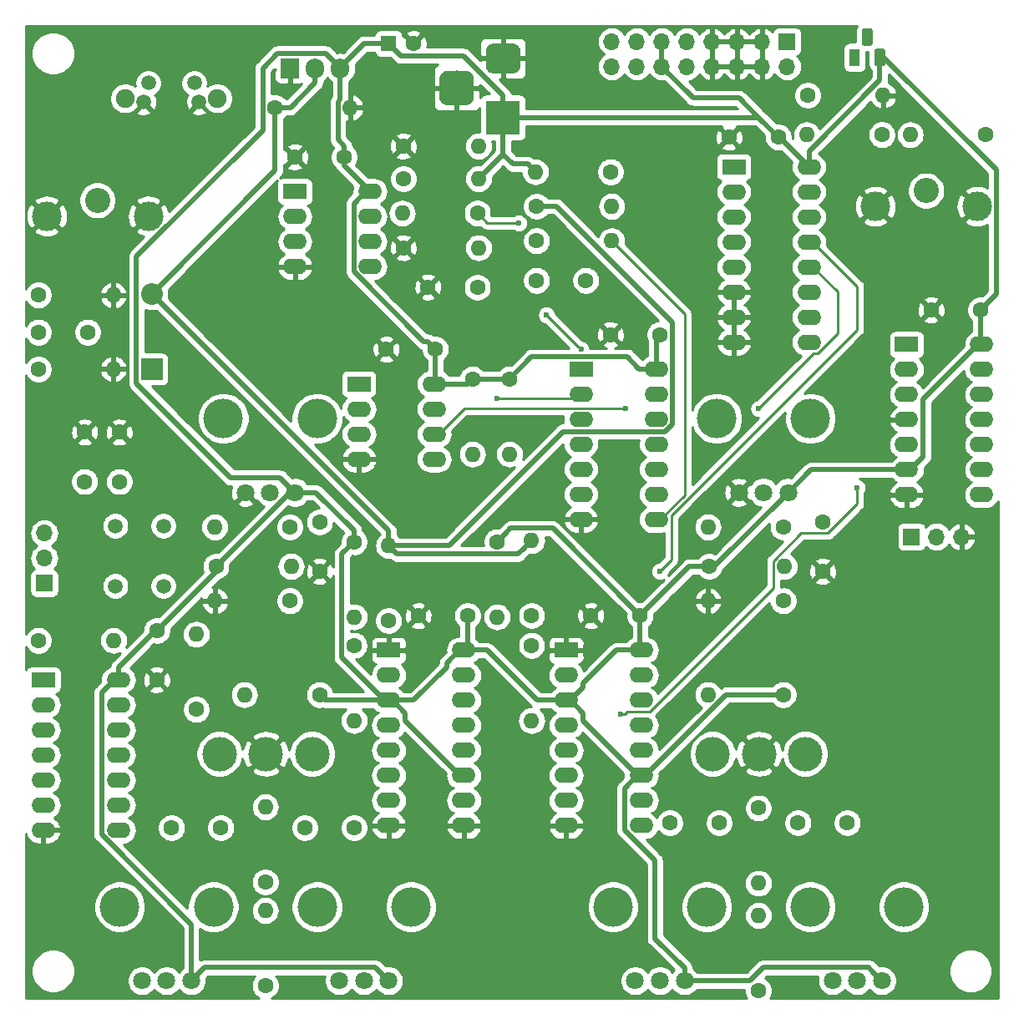
<source format=gbr>
G04 #@! TF.GenerationSoftware,KiCad,Pcbnew,(5.1.4-0-10_14)*
G04 #@! TF.CreationDate,2021-06-29T14:40:44+12:00*
G04 #@! TF.ProjectId,two_point_one_colorizer,74776f5f-706f-4696-9e74-5f6f6e655f63,rev?*
G04 #@! TF.SameCoordinates,Original*
G04 #@! TF.FileFunction,Copper,L2,Bot*
G04 #@! TF.FilePolarity,Positive*
%FSLAX46Y46*%
G04 Gerber Fmt 4.6, Leading zero omitted, Abs format (unit mm)*
G04 Created by KiCad (PCBNEW (5.1.4-0-10_14)) date 2021-06-29 14:40:44*
%MOMM*%
%LPD*%
G04 APERTURE LIST*
%ADD10C,1.500000*%
%ADD11C,1.900000*%
%ADD12C,1.600000*%
%ADD13R,1.600000X1.600000*%
%ADD14R,2.200000X2.200000*%
%ADD15O,2.200000X2.200000*%
%ADD16R,3.500000X3.500000*%
%ADD17C,0.100000*%
%ADD18C,3.000000*%
%ADD19C,3.500000*%
%ADD20R,1.700000X1.700000*%
%ADD21O,1.700000X1.700000*%
%ADD22C,1.100000*%
%ADD23R,1.100000X1.800000*%
%ADD24O,1.600000X1.600000*%
%ADD25C,4.000000*%
%ADD26C,1.800000*%
%ADD27R,2.400000X1.600000*%
%ADD28O,2.400000X1.600000*%
%ADD29R,1.905000X2.000000*%
%ADD30O,1.905000X2.000000*%
%ADD31C,2.550000*%
%ADD32C,0.600000*%
%ADD33C,0.500000*%
%ADD34C,0.250000*%
%ADD35C,0.254000*%
G04 APERTURE END LIST*
D10*
X123300000Y-43450000D03*
X117650000Y-43450000D03*
X122800000Y-41500000D03*
X118150000Y-41500000D03*
D11*
X125150000Y-43050000D03*
X115800000Y-43050000D03*
D12*
X111700000Y-76900000D03*
X111700000Y-81900000D03*
X115200000Y-81900000D03*
X115200000Y-76900000D03*
X112000000Y-66750000D03*
X107000000Y-66750000D03*
D13*
X142500000Y-37500000D03*
D12*
X145000000Y-37500000D03*
X150500000Y-95500000D03*
X145500000Y-95500000D03*
X133000000Y-49000000D03*
X138000000Y-49000000D03*
X163000000Y-95500000D03*
X168000000Y-95500000D03*
X202500000Y-64500000D03*
X197500000Y-64500000D03*
X170000000Y-67000000D03*
X165000000Y-67000000D03*
X182000000Y-47000000D03*
X177000000Y-47000000D03*
X119000000Y-102000000D03*
X119000000Y-97000000D03*
X151500000Y-62200000D03*
X146500000Y-62200000D03*
X157500000Y-61500000D03*
X162500000Y-61500000D03*
X135500000Y-86000000D03*
X135500000Y-91000000D03*
X186500000Y-91000000D03*
X186500000Y-86000000D03*
X139000000Y-117000000D03*
X134000000Y-117000000D03*
X125500000Y-117000000D03*
X120500000Y-117000000D03*
X189000000Y-116500000D03*
X184000000Y-116500000D03*
X176000000Y-116500000D03*
X171000000Y-116500000D03*
D14*
X118500000Y-70500000D03*
D15*
X118500000Y-62880000D03*
D16*
X154100000Y-45000000D03*
D17*
G36*
X155173513Y-37503611D02*
G01*
X155246318Y-37514411D01*
X155317714Y-37532295D01*
X155387013Y-37557090D01*
X155453548Y-37588559D01*
X155516678Y-37626398D01*
X155575795Y-37670242D01*
X155630330Y-37719670D01*
X155679758Y-37774205D01*
X155723602Y-37833322D01*
X155761441Y-37896452D01*
X155792910Y-37962987D01*
X155817705Y-38032286D01*
X155835589Y-38103682D01*
X155846389Y-38176487D01*
X155850000Y-38250000D01*
X155850000Y-39750000D01*
X155846389Y-39823513D01*
X155835589Y-39896318D01*
X155817705Y-39967714D01*
X155792910Y-40037013D01*
X155761441Y-40103548D01*
X155723602Y-40166678D01*
X155679758Y-40225795D01*
X155630330Y-40280330D01*
X155575795Y-40329758D01*
X155516678Y-40373602D01*
X155453548Y-40411441D01*
X155387013Y-40442910D01*
X155317714Y-40467705D01*
X155246318Y-40485589D01*
X155173513Y-40496389D01*
X155100000Y-40500000D01*
X153100000Y-40500000D01*
X153026487Y-40496389D01*
X152953682Y-40485589D01*
X152882286Y-40467705D01*
X152812987Y-40442910D01*
X152746452Y-40411441D01*
X152683322Y-40373602D01*
X152624205Y-40329758D01*
X152569670Y-40280330D01*
X152520242Y-40225795D01*
X152476398Y-40166678D01*
X152438559Y-40103548D01*
X152407090Y-40037013D01*
X152382295Y-39967714D01*
X152364411Y-39896318D01*
X152353611Y-39823513D01*
X152350000Y-39750000D01*
X152350000Y-38250000D01*
X152353611Y-38176487D01*
X152364411Y-38103682D01*
X152382295Y-38032286D01*
X152407090Y-37962987D01*
X152438559Y-37896452D01*
X152476398Y-37833322D01*
X152520242Y-37774205D01*
X152569670Y-37719670D01*
X152624205Y-37670242D01*
X152683322Y-37626398D01*
X152746452Y-37588559D01*
X152812987Y-37557090D01*
X152882286Y-37532295D01*
X152953682Y-37514411D01*
X153026487Y-37503611D01*
X153100000Y-37500000D01*
X155100000Y-37500000D01*
X155173513Y-37503611D01*
X155173513Y-37503611D01*
G37*
D18*
X154100000Y-39000000D03*
D17*
G36*
X150360765Y-40254213D02*
G01*
X150445704Y-40266813D01*
X150528999Y-40287677D01*
X150609848Y-40316605D01*
X150687472Y-40353319D01*
X150761124Y-40397464D01*
X150830094Y-40448616D01*
X150893718Y-40506282D01*
X150951384Y-40569906D01*
X151002536Y-40638876D01*
X151046681Y-40712528D01*
X151083395Y-40790152D01*
X151112323Y-40871001D01*
X151133187Y-40954296D01*
X151145787Y-41039235D01*
X151150000Y-41125000D01*
X151150000Y-42875000D01*
X151145787Y-42960765D01*
X151133187Y-43045704D01*
X151112323Y-43128999D01*
X151083395Y-43209848D01*
X151046681Y-43287472D01*
X151002536Y-43361124D01*
X150951384Y-43430094D01*
X150893718Y-43493718D01*
X150830094Y-43551384D01*
X150761124Y-43602536D01*
X150687472Y-43646681D01*
X150609848Y-43683395D01*
X150528999Y-43712323D01*
X150445704Y-43733187D01*
X150360765Y-43745787D01*
X150275000Y-43750000D01*
X148525000Y-43750000D01*
X148439235Y-43745787D01*
X148354296Y-43733187D01*
X148271001Y-43712323D01*
X148190152Y-43683395D01*
X148112528Y-43646681D01*
X148038876Y-43602536D01*
X147969906Y-43551384D01*
X147906282Y-43493718D01*
X147848616Y-43430094D01*
X147797464Y-43361124D01*
X147753319Y-43287472D01*
X147716605Y-43209848D01*
X147687677Y-43128999D01*
X147666813Y-43045704D01*
X147654213Y-42960765D01*
X147650000Y-42875000D01*
X147650000Y-41125000D01*
X147654213Y-41039235D01*
X147666813Y-40954296D01*
X147687677Y-40871001D01*
X147716605Y-40790152D01*
X147753319Y-40712528D01*
X147797464Y-40638876D01*
X147848616Y-40569906D01*
X147906282Y-40506282D01*
X147969906Y-40448616D01*
X148038876Y-40397464D01*
X148112528Y-40353319D01*
X148190152Y-40316605D01*
X148271001Y-40287677D01*
X148354296Y-40266813D01*
X148439235Y-40254213D01*
X148525000Y-40250000D01*
X150275000Y-40250000D01*
X150360765Y-40254213D01*
X150360765Y-40254213D01*
G37*
D19*
X149400000Y-42000000D03*
D20*
X195500000Y-87500000D03*
D21*
X198040000Y-87500000D03*
X200580000Y-87500000D03*
D17*
G36*
X191321955Y-35931324D02*
G01*
X191348650Y-35935284D01*
X191374828Y-35941841D01*
X191400238Y-35950933D01*
X191424634Y-35962472D01*
X191447782Y-35976346D01*
X191469458Y-35992422D01*
X191489454Y-36010546D01*
X191507578Y-36030542D01*
X191523654Y-36052218D01*
X191537528Y-36075366D01*
X191549067Y-36099762D01*
X191558159Y-36125172D01*
X191564716Y-36151350D01*
X191568676Y-36178045D01*
X191570000Y-36205000D01*
X191570000Y-37455000D01*
X191568676Y-37481955D01*
X191564716Y-37508650D01*
X191558159Y-37534828D01*
X191549067Y-37560238D01*
X191537528Y-37584634D01*
X191523654Y-37607782D01*
X191507578Y-37629458D01*
X191489454Y-37649454D01*
X191469458Y-37667578D01*
X191447782Y-37683654D01*
X191424634Y-37697528D01*
X191400238Y-37709067D01*
X191374828Y-37718159D01*
X191348650Y-37724716D01*
X191321955Y-37728676D01*
X191295000Y-37730000D01*
X190745000Y-37730000D01*
X190718045Y-37728676D01*
X190691350Y-37724716D01*
X190665172Y-37718159D01*
X190639762Y-37709067D01*
X190615366Y-37697528D01*
X190592218Y-37683654D01*
X190570542Y-37667578D01*
X190550546Y-37649454D01*
X190532422Y-37629458D01*
X190516346Y-37607782D01*
X190502472Y-37584634D01*
X190490933Y-37560238D01*
X190481841Y-37534828D01*
X190475284Y-37508650D01*
X190471324Y-37481955D01*
X190470000Y-37455000D01*
X190470000Y-36205000D01*
X190471324Y-36178045D01*
X190475284Y-36151350D01*
X190481841Y-36125172D01*
X190490933Y-36099762D01*
X190502472Y-36075366D01*
X190516346Y-36052218D01*
X190532422Y-36030542D01*
X190550546Y-36010546D01*
X190570542Y-35992422D01*
X190592218Y-35976346D01*
X190615366Y-35962472D01*
X190639762Y-35950933D01*
X190665172Y-35941841D01*
X190691350Y-35935284D01*
X190718045Y-35931324D01*
X190745000Y-35930000D01*
X191295000Y-35930000D01*
X191321955Y-35931324D01*
X191321955Y-35931324D01*
G37*
D22*
X191020000Y-36830000D03*
D17*
G36*
X192591955Y-38001324D02*
G01*
X192618650Y-38005284D01*
X192644828Y-38011841D01*
X192670238Y-38020933D01*
X192694634Y-38032472D01*
X192717782Y-38046346D01*
X192739458Y-38062422D01*
X192759454Y-38080546D01*
X192777578Y-38100542D01*
X192793654Y-38122218D01*
X192807528Y-38145366D01*
X192819067Y-38169762D01*
X192828159Y-38195172D01*
X192834716Y-38221350D01*
X192838676Y-38248045D01*
X192840000Y-38275000D01*
X192840000Y-39525000D01*
X192838676Y-39551955D01*
X192834716Y-39578650D01*
X192828159Y-39604828D01*
X192819067Y-39630238D01*
X192807528Y-39654634D01*
X192793654Y-39677782D01*
X192777578Y-39699458D01*
X192759454Y-39719454D01*
X192739458Y-39737578D01*
X192717782Y-39753654D01*
X192694634Y-39767528D01*
X192670238Y-39779067D01*
X192644828Y-39788159D01*
X192618650Y-39794716D01*
X192591955Y-39798676D01*
X192565000Y-39800000D01*
X192015000Y-39800000D01*
X191988045Y-39798676D01*
X191961350Y-39794716D01*
X191935172Y-39788159D01*
X191909762Y-39779067D01*
X191885366Y-39767528D01*
X191862218Y-39753654D01*
X191840542Y-39737578D01*
X191820546Y-39719454D01*
X191802422Y-39699458D01*
X191786346Y-39677782D01*
X191772472Y-39654634D01*
X191760933Y-39630238D01*
X191751841Y-39604828D01*
X191745284Y-39578650D01*
X191741324Y-39551955D01*
X191740000Y-39525000D01*
X191740000Y-38275000D01*
X191741324Y-38248045D01*
X191745284Y-38221350D01*
X191751841Y-38195172D01*
X191760933Y-38169762D01*
X191772472Y-38145366D01*
X191786346Y-38122218D01*
X191802422Y-38100542D01*
X191820546Y-38080546D01*
X191840542Y-38062422D01*
X191862218Y-38046346D01*
X191885366Y-38032472D01*
X191909762Y-38020933D01*
X191935172Y-38011841D01*
X191961350Y-38005284D01*
X191988045Y-38001324D01*
X192015000Y-38000000D01*
X192565000Y-38000000D01*
X192591955Y-38001324D01*
X192591955Y-38001324D01*
G37*
D22*
X192290000Y-38900000D03*
D23*
X189750000Y-38900000D03*
D12*
X107000000Y-98000000D03*
D24*
X114620000Y-98000000D03*
X123000000Y-97380000D03*
D12*
X123000000Y-105000000D03*
X192500000Y-46750000D03*
D24*
X184880000Y-46750000D03*
X195380000Y-46750000D03*
D12*
X203000000Y-46750000D03*
X185000000Y-42750000D03*
D24*
X192620000Y-42750000D03*
X114620000Y-63000000D03*
D12*
X107000000Y-63000000D03*
D24*
X114620000Y-70500000D03*
D12*
X107000000Y-70500000D03*
D24*
X138620000Y-44000000D03*
D12*
X131000000Y-44000000D03*
X144000000Y-51200000D03*
D24*
X151620000Y-51200000D03*
X143880000Y-54700000D03*
D12*
X151500000Y-54700000D03*
D24*
X151620000Y-58200000D03*
D12*
X144000000Y-58200000D03*
X165000000Y-50500000D03*
D24*
X157380000Y-50500000D03*
D12*
X157500000Y-57500000D03*
D24*
X165120000Y-57500000D03*
D12*
X157500000Y-54000000D03*
D24*
X165120000Y-54000000D03*
D12*
X151000000Y-71500000D03*
D24*
X151000000Y-79120000D03*
D12*
X125000000Y-90500000D03*
D24*
X132620000Y-90500000D03*
X124880000Y-86500000D03*
D12*
X132500000Y-86500000D03*
X132500000Y-94000000D03*
D24*
X124880000Y-94000000D03*
X154750000Y-79120000D03*
D12*
X154750000Y-71500000D03*
D24*
X182620000Y-90500000D03*
D12*
X175000000Y-90500000D03*
X182500000Y-86500000D03*
D24*
X174880000Y-86500000D03*
X174880000Y-94000000D03*
D12*
X182500000Y-94000000D03*
D24*
X127880000Y-103500000D03*
D12*
X135500000Y-103500000D03*
X130000000Y-122500000D03*
D24*
X130000000Y-114880000D03*
X130000000Y-125380000D03*
D12*
X130000000Y-133000000D03*
D24*
X139000000Y-95620000D03*
D12*
X139000000Y-88000000D03*
X139000000Y-98500000D03*
D24*
X139000000Y-106120000D03*
X142500000Y-88380000D03*
D12*
X142500000Y-96000000D03*
X182500000Y-103500000D03*
D24*
X174880000Y-103500000D03*
X180000000Y-125880000D03*
D12*
X180000000Y-133500000D03*
X180000000Y-115000000D03*
D24*
X180000000Y-122620000D03*
D12*
X153500000Y-88000000D03*
D24*
X153500000Y-95620000D03*
D12*
X157000000Y-98500000D03*
D24*
X157000000Y-106120000D03*
X157000000Y-87880000D03*
D12*
X157000000Y-95500000D03*
D25*
X135250000Y-75500000D03*
X125750000Y-75500000D03*
D26*
X133000000Y-83000000D03*
X130500000Y-83000000D03*
X128000000Y-83000000D03*
X178000000Y-83000000D03*
X180500000Y-83000000D03*
X183000000Y-83000000D03*
D25*
X175750000Y-75500000D03*
X185250000Y-75500000D03*
X124750000Y-125000000D03*
X115250000Y-125000000D03*
D26*
X122500000Y-132500000D03*
X120000000Y-132500000D03*
X117500000Y-132500000D03*
X137500000Y-132500000D03*
X140000000Y-132500000D03*
X142500000Y-132500000D03*
D25*
X135250000Y-125000000D03*
X144750000Y-125000000D03*
X174750000Y-125000000D03*
X165250000Y-125000000D03*
D26*
X172500000Y-132500000D03*
X170000000Y-132500000D03*
X167500000Y-132500000D03*
X187500000Y-132500000D03*
X190000000Y-132500000D03*
X192500000Y-132500000D03*
D25*
X185250000Y-125000000D03*
X194750000Y-125000000D03*
D19*
X125350000Y-109500000D03*
X130050000Y-109500000D03*
X134750000Y-109500000D03*
X184750000Y-109500000D03*
X180050000Y-109500000D03*
X175350000Y-109500000D03*
D27*
X107500000Y-102000000D03*
D28*
X115120000Y-117240000D03*
X107500000Y-104540000D03*
X115120000Y-114700000D03*
X107500000Y-107080000D03*
X115120000Y-112160000D03*
X107500000Y-109620000D03*
X115120000Y-109620000D03*
X107500000Y-112160000D03*
X115120000Y-107080000D03*
X107500000Y-114700000D03*
X115120000Y-104540000D03*
X107500000Y-117240000D03*
X115120000Y-102000000D03*
X185120000Y-50000000D03*
X177500000Y-67780000D03*
X185120000Y-52540000D03*
X177500000Y-65240000D03*
X185120000Y-55080000D03*
X177500000Y-62700000D03*
X185120000Y-57620000D03*
X177500000Y-60160000D03*
X185120000Y-60160000D03*
X177500000Y-57620000D03*
X185120000Y-62700000D03*
X177500000Y-55080000D03*
X185120000Y-65240000D03*
X177500000Y-52540000D03*
X185120000Y-67780000D03*
D27*
X177500000Y-50000000D03*
D28*
X202620000Y-68000000D03*
X195000000Y-83240000D03*
X202620000Y-70540000D03*
X195000000Y-80700000D03*
X202620000Y-73080000D03*
X195000000Y-78160000D03*
X202620000Y-75620000D03*
X195000000Y-75620000D03*
X202620000Y-78160000D03*
X195000000Y-73080000D03*
X202620000Y-80700000D03*
X195000000Y-70540000D03*
X202620000Y-83240000D03*
D27*
X195000000Y-68000000D03*
D28*
X150120000Y-99000000D03*
X142500000Y-116780000D03*
X150120000Y-101540000D03*
X142500000Y-114240000D03*
X150120000Y-104080000D03*
X142500000Y-111700000D03*
X150120000Y-106620000D03*
X142500000Y-109160000D03*
X150120000Y-109160000D03*
X142500000Y-106620000D03*
X150120000Y-111700000D03*
X142500000Y-104080000D03*
X150120000Y-114240000D03*
X142500000Y-101540000D03*
X150120000Y-116780000D03*
D27*
X142500000Y-99000000D03*
D28*
X168120000Y-99000000D03*
X160500000Y-116780000D03*
X168120000Y-101540000D03*
X160500000Y-114240000D03*
X168120000Y-104080000D03*
X160500000Y-111700000D03*
X168120000Y-106620000D03*
X160500000Y-109160000D03*
X168120000Y-109160000D03*
X160500000Y-106620000D03*
X168120000Y-111700000D03*
X160500000Y-104080000D03*
X168120000Y-114240000D03*
X160500000Y-101540000D03*
X168120000Y-116780000D03*
D27*
X160500000Y-99000000D03*
D10*
X114800000Y-86400000D03*
X119680000Y-86400000D03*
D29*
X132500000Y-40000000D03*
D30*
X135040000Y-40000000D03*
X137580000Y-40000000D03*
D27*
X162000000Y-70500000D03*
D28*
X169620000Y-85740000D03*
X162000000Y-73040000D03*
X169620000Y-83200000D03*
X162000000Y-75580000D03*
X169620000Y-80660000D03*
X162000000Y-78120000D03*
X169620000Y-78120000D03*
X162000000Y-80660000D03*
X169620000Y-75580000D03*
X162000000Y-83200000D03*
X169620000Y-73040000D03*
X162000000Y-85740000D03*
X169620000Y-70500000D03*
D27*
X133000000Y-52500000D03*
D28*
X140620000Y-60120000D03*
X133000000Y-55040000D03*
X140620000Y-57580000D03*
X133000000Y-57580000D03*
X140620000Y-55040000D03*
X133000000Y-60120000D03*
X140620000Y-52500000D03*
X147120000Y-72000000D03*
X139500000Y-79620000D03*
X147120000Y-74540000D03*
X139500000Y-77080000D03*
X147120000Y-77080000D03*
X139500000Y-74540000D03*
X147120000Y-79620000D03*
D27*
X139500000Y-72000000D03*
D12*
X147250000Y-68500000D03*
X142250000Y-68500000D03*
D31*
X197000000Y-52400000D03*
D18*
X202150000Y-54000000D03*
X191850000Y-54000000D03*
X107850000Y-55000000D03*
X118150000Y-55000000D03*
D31*
X113000000Y-53400000D03*
D20*
X107600000Y-92200000D03*
D21*
X107600000Y-89660000D03*
X107600000Y-87120000D03*
D20*
X182900000Y-37300000D03*
D21*
X182900000Y-39840000D03*
X180360000Y-37300000D03*
X180360000Y-39840000D03*
X177820000Y-37300000D03*
X177820000Y-39840000D03*
X175280000Y-37300000D03*
X175280000Y-39840000D03*
X172740000Y-37300000D03*
X172740000Y-39840000D03*
X170200000Y-37300000D03*
X170200000Y-39840000D03*
X167660000Y-37300000D03*
X167660000Y-39840000D03*
X165120000Y-37300000D03*
X165120000Y-39840000D03*
D12*
X144000000Y-47900000D03*
D24*
X151620000Y-47900000D03*
D10*
X114800000Y-92500000D03*
X119680000Y-92500000D03*
D32*
X118800000Y-66400000D03*
X166500000Y-74500000D03*
X166000000Y-105500000D03*
X190000000Y-82500000D03*
X180000000Y-74500000D03*
X170000000Y-91000000D03*
X170000000Y-91000000D03*
X153500000Y-73500000D03*
X162000000Y-68499999D03*
X162000000Y-68499999D03*
X158500000Y-65000000D03*
X155700000Y-55700000D03*
D33*
X143750001Y-38750001D02*
X142500000Y-37500000D01*
X150100001Y-38750001D02*
X143750001Y-38750001D01*
X154100000Y-42750000D02*
X150100001Y-38750001D01*
X154100000Y-45000000D02*
X154100000Y-42750000D01*
X140032500Y-37500000D02*
X137580000Y-39952500D01*
X142500000Y-37500000D02*
X140032500Y-37500000D01*
X137369999Y-47238629D02*
X138000000Y-47868630D01*
X137369999Y-43399999D02*
X137369999Y-47238629D01*
X138000000Y-47868630D02*
X138000000Y-49000000D01*
X137580000Y-43189998D02*
X137369999Y-43399999D01*
X137580000Y-40000000D02*
X137580000Y-43189998D01*
X138000000Y-49880000D02*
X140620000Y-52500000D01*
X138000000Y-49000000D02*
X138000000Y-49880000D01*
X154100000Y-48720000D02*
X151620000Y-51200000D01*
X154100000Y-45000000D02*
X154100000Y-48020000D01*
X138969990Y-60637771D02*
X146032220Y-67700001D01*
X146450001Y-67700001D02*
X147250000Y-68500000D01*
X138969990Y-53750010D02*
X138969990Y-60637771D01*
X146032220Y-67700001D02*
X146450001Y-67700001D01*
X140220000Y-52500000D02*
X138969990Y-53750010D01*
X140620000Y-52500000D02*
X140220000Y-52500000D01*
X147250000Y-71870000D02*
X147120000Y-72000000D01*
X147250000Y-68500000D02*
X147250000Y-71870000D01*
X150500000Y-72000000D02*
X151000000Y-71500000D01*
X147120000Y-72000000D02*
X150500000Y-72000000D01*
X151000000Y-71500000D02*
X154750000Y-71500000D01*
X180000000Y-45000000D02*
X182000000Y-47000000D01*
X154100000Y-45000000D02*
X180000000Y-45000000D01*
X182120000Y-47000000D02*
X185120000Y-50000000D01*
X182000000Y-47000000D02*
X182120000Y-47000000D01*
X192290000Y-41229998D02*
X192290000Y-38500000D01*
X185120000Y-48399998D02*
X192290000Y-41229998D01*
X185120000Y-50000000D02*
X185120000Y-48399998D01*
X203299999Y-63700001D02*
X202500000Y-64500000D01*
X204100001Y-62899999D02*
X203299999Y-63700001D01*
X204100001Y-50310001D02*
X204100001Y-62899999D01*
X192290000Y-38500000D02*
X204100001Y-50310001D01*
X202500000Y-67880000D02*
X202620000Y-68000000D01*
X202500000Y-64500000D02*
X202500000Y-67880000D01*
X195400000Y-80700000D02*
X195000000Y-80700000D01*
X196700000Y-79400000D02*
X195400000Y-80700000D01*
X196700000Y-73520000D02*
X196700000Y-79400000D01*
X202220000Y-68000000D02*
X196700000Y-73520000D01*
X202620000Y-68000000D02*
X202220000Y-68000000D01*
X185300000Y-80700000D02*
X183000000Y-83000000D01*
X195000000Y-80700000D02*
X185300000Y-80700000D01*
X175500000Y-90500000D02*
X175000000Y-90500000D01*
X183000000Y-83000000D02*
X175500000Y-90500000D01*
X173000000Y-90500000D02*
X168000000Y-95500000D01*
X175000000Y-90500000D02*
X173000000Y-90500000D01*
X168000000Y-98880000D02*
X168120000Y-99000000D01*
X168000000Y-95500000D02*
X168000000Y-98880000D01*
X162200000Y-102780000D02*
X160900000Y-104080000D01*
X162200000Y-102380000D02*
X162200000Y-102780000D01*
X165580000Y-99000000D02*
X162200000Y-102380000D01*
X168120000Y-99000000D02*
X165580000Y-99000000D01*
X162200000Y-106180000D02*
X167720000Y-111700000D01*
X160900000Y-104080000D02*
X162200000Y-105380000D01*
X162200000Y-105380000D02*
X162200000Y-106180000D01*
X160500000Y-104080000D02*
X160900000Y-104080000D01*
X181368630Y-103500000D02*
X182500000Y-103500000D01*
X176720000Y-103500000D02*
X181368630Y-103500000D01*
X168520000Y-111700000D02*
X176720000Y-103500000D01*
X168120000Y-111700000D02*
X168520000Y-111700000D01*
X167720000Y-111700000D02*
X168120000Y-111700000D01*
X166420000Y-113000000D02*
X167720000Y-111700000D01*
X166420000Y-117247781D02*
X166420000Y-113000000D01*
X169500000Y-120327781D02*
X166420000Y-117247781D01*
X169500000Y-128227208D02*
X169500000Y-120327781D01*
X172500000Y-131227208D02*
X169500000Y-128227208D01*
X172500000Y-132500000D02*
X172500000Y-131227208D01*
X191149999Y-131149999D02*
X191600001Y-131600001D01*
X179149998Y-132500000D02*
X180499999Y-131149999D01*
X191600001Y-131600001D02*
X192500000Y-132500000D01*
X180499999Y-131149999D02*
X191149999Y-131149999D01*
X172500000Y-132500000D02*
X179149998Y-132500000D01*
X141600001Y-131600001D02*
X142500000Y-132500000D01*
X141149999Y-131149999D02*
X141600001Y-131600001D01*
X123850001Y-131149999D02*
X141149999Y-131149999D01*
X122500000Y-132500000D02*
X123850001Y-131149999D01*
X114720000Y-102000000D02*
X115120000Y-102000000D01*
X113420000Y-117707781D02*
X113420000Y-103300000D01*
X122500000Y-126787781D02*
X113420000Y-117707781D01*
X113420000Y-103300000D02*
X114720000Y-102000000D01*
X122500000Y-132500000D02*
X122500000Y-126787781D01*
X118820000Y-97000000D02*
X119000000Y-97000000D01*
X115120000Y-100700000D02*
X118820000Y-97000000D01*
X115120000Y-102000000D02*
X115120000Y-100700000D01*
X125000000Y-91000000D02*
X125000000Y-90500000D01*
X119000000Y-97000000D02*
X125000000Y-91000000D01*
X132500000Y-83000000D02*
X133000000Y-83000000D01*
X125000000Y-90500000D02*
X132500000Y-83000000D01*
X139000000Y-86868630D02*
X139000000Y-88000000D01*
X135131370Y-83000000D02*
X139000000Y-86868630D01*
X133000000Y-83000000D02*
X135131370Y-83000000D01*
X137749999Y-99729999D02*
X142100000Y-104080000D01*
X137749999Y-89250001D02*
X137749999Y-99729999D01*
X142100000Y-104080000D02*
X142500000Y-104080000D01*
X139000000Y-88000000D02*
X137749999Y-89250001D01*
X136080000Y-104080000D02*
X135500000Y-103500000D01*
X142500000Y-104080000D02*
X136080000Y-104080000D01*
X144200000Y-105380000D02*
X144200000Y-106180000D01*
X142900000Y-104080000D02*
X144200000Y-105380000D01*
X149720000Y-111700000D02*
X150120000Y-111700000D01*
X144200000Y-106180000D02*
X149720000Y-111700000D01*
X142500000Y-104080000D02*
X142900000Y-104080000D01*
X149720000Y-99000000D02*
X150120000Y-99000000D01*
X148420000Y-100300000D02*
X149720000Y-99000000D01*
X148420000Y-100700000D02*
X148420000Y-100300000D01*
X145040000Y-104080000D02*
X148420000Y-100700000D01*
X142500000Y-104080000D02*
X145040000Y-104080000D01*
X150500000Y-98620000D02*
X150120000Y-99000000D01*
X150500000Y-95500000D02*
X150500000Y-98620000D01*
X160500000Y-104080000D02*
X157580000Y-104080000D01*
X152500000Y-99000000D02*
X150120000Y-99000000D01*
X157580000Y-104080000D02*
X152500000Y-99000000D01*
X154299999Y-87200001D02*
X153500000Y-88000000D01*
X154870001Y-86629999D02*
X154299999Y-87200001D01*
X159129999Y-86629999D02*
X154870001Y-86629999D01*
X168000000Y-95500000D02*
X159129999Y-86629999D01*
X166669999Y-69249999D02*
X167920000Y-70500000D01*
X157000001Y-69249999D02*
X166669999Y-69249999D01*
X167920000Y-70500000D02*
X169620000Y-70500000D01*
X154750000Y-71500000D02*
X157000001Y-69249999D01*
X169620000Y-67380000D02*
X170000000Y-67000000D01*
X169620000Y-70500000D02*
X169620000Y-67380000D01*
X131500000Y-81500000D02*
X126500000Y-81500000D01*
X133000000Y-83000000D02*
X131500000Y-81500000D01*
X137580000Y-39952500D02*
X137580000Y-40000000D01*
X129749999Y-39987499D02*
X131237498Y-38500000D01*
X136127500Y-38500000D02*
X137580000Y-39952500D01*
X129749999Y-46286003D02*
X129749999Y-39987499D01*
X116949999Y-59086003D02*
X129749999Y-46286003D01*
X131237498Y-38500000D02*
X136127500Y-38500000D01*
X116949999Y-71949999D02*
X116949999Y-59086003D01*
X154100000Y-48720000D02*
X154100000Y-48020000D01*
X156580001Y-49700001D02*
X155080001Y-49700001D01*
X155080001Y-49700001D02*
X154100000Y-48720000D01*
X157380000Y-50500000D02*
X156580001Y-49700001D01*
X126500000Y-81500000D02*
X116949999Y-71949999D01*
X170200000Y-37300000D02*
X170200000Y-39840000D01*
X178000000Y-43000000D02*
X180000000Y-45000000D01*
X173360000Y-43000000D02*
X178000000Y-43000000D01*
X170200000Y-39840000D02*
X173360000Y-43000000D01*
D34*
X166454990Y-74454990D02*
X166500000Y-74500000D01*
X150145010Y-74454990D02*
X166454990Y-74454990D01*
X147520000Y-77080000D02*
X150145010Y-74454990D01*
X147120000Y-77080000D02*
X147520000Y-77080000D01*
D33*
X135040000Y-41500000D02*
X135040000Y-40000000D01*
X132540000Y-44000000D02*
X135040000Y-41500000D01*
X131000000Y-44000000D02*
X132540000Y-44000000D01*
X131000000Y-50380000D02*
X118500000Y-62880000D01*
X131000000Y-44000000D02*
X131000000Y-50380000D01*
X142500000Y-86880000D02*
X142500000Y-88380000D01*
X118500000Y-62880000D02*
X142500000Y-86880000D01*
X155629999Y-89250001D02*
X156200001Y-88679999D01*
X143370001Y-89250001D02*
X155629999Y-89250001D01*
X156200001Y-88679999D02*
X157000000Y-87880000D01*
X142500000Y-88380000D02*
X143370001Y-89250001D01*
X159500000Y-54000000D02*
X158631370Y-54000000D01*
X170537771Y-76830010D02*
X171270010Y-76097771D01*
X171270010Y-65770010D02*
X159500000Y-54000000D01*
X171270010Y-76097771D02*
X171270010Y-65770010D01*
X160169990Y-76830010D02*
X170537771Y-76830010D01*
X158631370Y-54000000D02*
X157500000Y-54000000D01*
X148620000Y-88380000D02*
X160169990Y-76830010D01*
X142500000Y-88380000D02*
X148620000Y-88380000D01*
D34*
X181494999Y-89959999D02*
X184329997Y-87125001D01*
X190000000Y-84165002D02*
X190000000Y-82500000D01*
X181494999Y-92696005D02*
X181494999Y-89959999D01*
X168985994Y-105205010D02*
X181494999Y-92696005D01*
X187040001Y-87125001D02*
X190000000Y-84165002D01*
X184329997Y-87125001D02*
X187040001Y-87125001D01*
X166000000Y-105500000D02*
X166424264Y-105500000D01*
X166719254Y-105205010D02*
X168985994Y-105205010D01*
X166424264Y-105500000D02*
X166719254Y-105205010D01*
X185985994Y-68905010D02*
X188000000Y-66891004D01*
X185594990Y-68905010D02*
X185985994Y-68905010D01*
X180000000Y-74500000D02*
X185594990Y-68905010D01*
X188000000Y-62640000D02*
X185520000Y-60160000D01*
X185520000Y-60160000D02*
X185120000Y-60160000D01*
X188000000Y-66891004D02*
X188000000Y-62640000D01*
X171145010Y-89854990D02*
X171145010Y-85354990D01*
X170000000Y-91000000D02*
X171145010Y-89854990D01*
X171145010Y-85354990D02*
X190000000Y-66500000D01*
X185520000Y-57620000D02*
X185120000Y-57620000D01*
X190000000Y-62100000D02*
X185520000Y-57620000D01*
X190000000Y-66500000D02*
X190000000Y-62100000D01*
X161540000Y-73500000D02*
X162000000Y-73040000D01*
X153500000Y-73500000D02*
X161540000Y-73500000D01*
X161700000Y-68200000D02*
X158500000Y-65000000D01*
X162000000Y-68499999D02*
X161700000Y-68200000D01*
X170020000Y-85740000D02*
X172500000Y-83260000D01*
X169620000Y-85740000D02*
X170020000Y-85740000D01*
X172500000Y-64880000D02*
X165120000Y-57500000D01*
X172500000Y-83260000D02*
X172500000Y-64880000D01*
X152500000Y-55700000D02*
X151500000Y-54700000D01*
X155700000Y-55700000D02*
X152500000Y-55700000D01*
D35*
G36*
X200805764Y-70821309D02*
G01*
X200887818Y-71091808D01*
X201021068Y-71341101D01*
X201200392Y-71559608D01*
X201418899Y-71738932D01*
X201551858Y-71810000D01*
X201418899Y-71881068D01*
X201200392Y-72060392D01*
X201021068Y-72278899D01*
X200887818Y-72528192D01*
X200805764Y-72798691D01*
X200778057Y-73080000D01*
X200805764Y-73361309D01*
X200887818Y-73631808D01*
X201021068Y-73881101D01*
X201200392Y-74099608D01*
X201418899Y-74278932D01*
X201551858Y-74350000D01*
X201418899Y-74421068D01*
X201200392Y-74600392D01*
X201021068Y-74818899D01*
X200887818Y-75068192D01*
X200805764Y-75338691D01*
X200778057Y-75620000D01*
X200805764Y-75901309D01*
X200887818Y-76171808D01*
X201021068Y-76421101D01*
X201200392Y-76639608D01*
X201418899Y-76818932D01*
X201551858Y-76890000D01*
X201418899Y-76961068D01*
X201200392Y-77140392D01*
X201021068Y-77358899D01*
X200887818Y-77608192D01*
X200805764Y-77878691D01*
X200778057Y-78160000D01*
X200805764Y-78441309D01*
X200887818Y-78711808D01*
X201021068Y-78961101D01*
X201200392Y-79179608D01*
X201418899Y-79358932D01*
X201551858Y-79430000D01*
X201418899Y-79501068D01*
X201200392Y-79680392D01*
X201021068Y-79898899D01*
X200887818Y-80148192D01*
X200805764Y-80418691D01*
X200778057Y-80700000D01*
X200805764Y-80981309D01*
X200887818Y-81251808D01*
X201021068Y-81501101D01*
X201200392Y-81719608D01*
X201418899Y-81898932D01*
X201551858Y-81970000D01*
X201418899Y-82041068D01*
X201200392Y-82220392D01*
X201021068Y-82438899D01*
X200887818Y-82688192D01*
X200805764Y-82958691D01*
X200778057Y-83240000D01*
X200805764Y-83521309D01*
X200887818Y-83791808D01*
X201021068Y-84041101D01*
X201200392Y-84259608D01*
X201418899Y-84438932D01*
X201668192Y-84572182D01*
X201938691Y-84654236D01*
X202149508Y-84675000D01*
X203090492Y-84675000D01*
X203301309Y-84654236D01*
X203571808Y-84572182D01*
X203821101Y-84438932D01*
X204039608Y-84259608D01*
X204218932Y-84041101D01*
X204290000Y-83908141D01*
X204290001Y-134290000D01*
X181197998Y-134290000D01*
X181271680Y-134179727D01*
X181379853Y-133918574D01*
X181435000Y-133641335D01*
X181435000Y-133358665D01*
X181379853Y-133081426D01*
X181271680Y-132820273D01*
X181114637Y-132585241D01*
X180914759Y-132385363D01*
X180679727Y-132228320D01*
X180675152Y-132226425D01*
X180866578Y-132034999D01*
X186031138Y-132034999D01*
X186023989Y-132052257D01*
X185965000Y-132348816D01*
X185965000Y-132651184D01*
X186023989Y-132947743D01*
X186139701Y-133227095D01*
X186307688Y-133478505D01*
X186521495Y-133692312D01*
X186772905Y-133860299D01*
X187052257Y-133976011D01*
X187348816Y-134035000D01*
X187651184Y-134035000D01*
X187947743Y-133976011D01*
X188227095Y-133860299D01*
X188478505Y-133692312D01*
X188692312Y-133478505D01*
X188750000Y-133392169D01*
X188807688Y-133478505D01*
X189021495Y-133692312D01*
X189272905Y-133860299D01*
X189552257Y-133976011D01*
X189848816Y-134035000D01*
X190151184Y-134035000D01*
X190447743Y-133976011D01*
X190727095Y-133860299D01*
X190978505Y-133692312D01*
X191192312Y-133478505D01*
X191250000Y-133392169D01*
X191307688Y-133478505D01*
X191521495Y-133692312D01*
X191772905Y-133860299D01*
X192052257Y-133976011D01*
X192348816Y-134035000D01*
X192651184Y-134035000D01*
X192947743Y-133976011D01*
X193227095Y-133860299D01*
X193478505Y-133692312D01*
X193692312Y-133478505D01*
X193860299Y-133227095D01*
X193976011Y-132947743D01*
X194035000Y-132651184D01*
X194035000Y-132348816D01*
X193976011Y-132052257D01*
X193860299Y-131772905D01*
X193692312Y-131521495D01*
X193478505Y-131307688D01*
X193436876Y-131279872D01*
X199265000Y-131279872D01*
X199265000Y-131720128D01*
X199350890Y-132151925D01*
X199519369Y-132558669D01*
X199763962Y-132924729D01*
X200075271Y-133236038D01*
X200441331Y-133480631D01*
X200848075Y-133649110D01*
X201279872Y-133735000D01*
X201720128Y-133735000D01*
X202151925Y-133649110D01*
X202558669Y-133480631D01*
X202924729Y-133236038D01*
X203236038Y-132924729D01*
X203480631Y-132558669D01*
X203649110Y-132151925D01*
X203735000Y-131720128D01*
X203735000Y-131279872D01*
X203649110Y-130848075D01*
X203480631Y-130441331D01*
X203236038Y-130075271D01*
X202924729Y-129763962D01*
X202558669Y-129519369D01*
X202151925Y-129350890D01*
X201720128Y-129265000D01*
X201279872Y-129265000D01*
X200848075Y-129350890D01*
X200441331Y-129519369D01*
X200075271Y-129763962D01*
X199763962Y-130075271D01*
X199519369Y-130441331D01*
X199350890Y-130848075D01*
X199265000Y-131279872D01*
X193436876Y-131279872D01*
X193227095Y-131139701D01*
X192947743Y-131023989D01*
X192651184Y-130965000D01*
X192348816Y-130965000D01*
X192238518Y-130986940D01*
X191806533Y-130554955D01*
X191778816Y-130521182D01*
X191644058Y-130410588D01*
X191490312Y-130328410D01*
X191323489Y-130277804D01*
X191193476Y-130264999D01*
X191193468Y-130264999D01*
X191149999Y-130260718D01*
X191106530Y-130264999D01*
X180543468Y-130264999D01*
X180499999Y-130260718D01*
X180456530Y-130264999D01*
X180456522Y-130264999D01*
X180326509Y-130277804D01*
X180159686Y-130328410D01*
X180005940Y-130410588D01*
X179904952Y-130493467D01*
X179904950Y-130493469D01*
X179871182Y-130521182D01*
X179843469Y-130554950D01*
X178783420Y-131615000D01*
X173754790Y-131615000D01*
X173692312Y-131521495D01*
X173478505Y-131307688D01*
X173387353Y-131246782D01*
X173389281Y-131227208D01*
X173385000Y-131183739D01*
X173385000Y-131183731D01*
X173372195Y-131053718D01*
X173321589Y-130886895D01*
X173321589Y-130886894D01*
X173239411Y-130733149D01*
X173156532Y-130632161D01*
X173156530Y-130632159D01*
X173128817Y-130598391D01*
X173095049Y-130570678D01*
X170385000Y-127860630D01*
X170385000Y-124740475D01*
X172115000Y-124740475D01*
X172115000Y-125259525D01*
X172216261Y-125768601D01*
X172414893Y-126248141D01*
X172703262Y-126679715D01*
X173070285Y-127046738D01*
X173501859Y-127335107D01*
X173981399Y-127533739D01*
X174490475Y-127635000D01*
X175009525Y-127635000D01*
X175518601Y-127533739D01*
X175998141Y-127335107D01*
X176429715Y-127046738D01*
X176796738Y-126679715D01*
X177085107Y-126248141D01*
X177237596Y-125880000D01*
X178558057Y-125880000D01*
X178585764Y-126161309D01*
X178667818Y-126431808D01*
X178801068Y-126681101D01*
X178980392Y-126899608D01*
X179198899Y-127078932D01*
X179448192Y-127212182D01*
X179718691Y-127294236D01*
X179929508Y-127315000D01*
X180070492Y-127315000D01*
X180281309Y-127294236D01*
X180551808Y-127212182D01*
X180801101Y-127078932D01*
X181019608Y-126899608D01*
X181198932Y-126681101D01*
X181332182Y-126431808D01*
X181414236Y-126161309D01*
X181441943Y-125880000D01*
X181414236Y-125598691D01*
X181332182Y-125328192D01*
X181198932Y-125078899D01*
X181019608Y-124860392D01*
X180873489Y-124740475D01*
X182615000Y-124740475D01*
X182615000Y-125259525D01*
X182716261Y-125768601D01*
X182914893Y-126248141D01*
X183203262Y-126679715D01*
X183570285Y-127046738D01*
X184001859Y-127335107D01*
X184481399Y-127533739D01*
X184990475Y-127635000D01*
X185509525Y-127635000D01*
X186018601Y-127533739D01*
X186498141Y-127335107D01*
X186929715Y-127046738D01*
X187296738Y-126679715D01*
X187585107Y-126248141D01*
X187783739Y-125768601D01*
X187885000Y-125259525D01*
X187885000Y-124740475D01*
X192115000Y-124740475D01*
X192115000Y-125259525D01*
X192216261Y-125768601D01*
X192414893Y-126248141D01*
X192703262Y-126679715D01*
X193070285Y-127046738D01*
X193501859Y-127335107D01*
X193981399Y-127533739D01*
X194490475Y-127635000D01*
X195009525Y-127635000D01*
X195518601Y-127533739D01*
X195998141Y-127335107D01*
X196429715Y-127046738D01*
X196796738Y-126679715D01*
X197085107Y-126248141D01*
X197283739Y-125768601D01*
X197385000Y-125259525D01*
X197385000Y-124740475D01*
X197283739Y-124231399D01*
X197085107Y-123751859D01*
X196796738Y-123320285D01*
X196429715Y-122953262D01*
X195998141Y-122664893D01*
X195518601Y-122466261D01*
X195009525Y-122365000D01*
X194490475Y-122365000D01*
X193981399Y-122466261D01*
X193501859Y-122664893D01*
X193070285Y-122953262D01*
X192703262Y-123320285D01*
X192414893Y-123751859D01*
X192216261Y-124231399D01*
X192115000Y-124740475D01*
X187885000Y-124740475D01*
X187783739Y-124231399D01*
X187585107Y-123751859D01*
X187296738Y-123320285D01*
X186929715Y-122953262D01*
X186498141Y-122664893D01*
X186018601Y-122466261D01*
X185509525Y-122365000D01*
X184990475Y-122365000D01*
X184481399Y-122466261D01*
X184001859Y-122664893D01*
X183570285Y-122953262D01*
X183203262Y-123320285D01*
X182914893Y-123751859D01*
X182716261Y-124231399D01*
X182615000Y-124740475D01*
X180873489Y-124740475D01*
X180801101Y-124681068D01*
X180551808Y-124547818D01*
X180281309Y-124465764D01*
X180070492Y-124445000D01*
X179929508Y-124445000D01*
X179718691Y-124465764D01*
X179448192Y-124547818D01*
X179198899Y-124681068D01*
X178980392Y-124860392D01*
X178801068Y-125078899D01*
X178667818Y-125328192D01*
X178585764Y-125598691D01*
X178558057Y-125880000D01*
X177237596Y-125880000D01*
X177283739Y-125768601D01*
X177385000Y-125259525D01*
X177385000Y-124740475D01*
X177283739Y-124231399D01*
X177085107Y-123751859D01*
X176796738Y-123320285D01*
X176429715Y-122953262D01*
X175998141Y-122664893D01*
X175889760Y-122620000D01*
X178558057Y-122620000D01*
X178585764Y-122901309D01*
X178667818Y-123171808D01*
X178801068Y-123421101D01*
X178980392Y-123639608D01*
X179198899Y-123818932D01*
X179448192Y-123952182D01*
X179718691Y-124034236D01*
X179929508Y-124055000D01*
X180070492Y-124055000D01*
X180281309Y-124034236D01*
X180551808Y-123952182D01*
X180801101Y-123818932D01*
X181019608Y-123639608D01*
X181198932Y-123421101D01*
X181332182Y-123171808D01*
X181414236Y-122901309D01*
X181441943Y-122620000D01*
X181414236Y-122338691D01*
X181332182Y-122068192D01*
X181198932Y-121818899D01*
X181019608Y-121600392D01*
X180801101Y-121421068D01*
X180551808Y-121287818D01*
X180281309Y-121205764D01*
X180070492Y-121185000D01*
X179929508Y-121185000D01*
X179718691Y-121205764D01*
X179448192Y-121287818D01*
X179198899Y-121421068D01*
X178980392Y-121600392D01*
X178801068Y-121818899D01*
X178667818Y-122068192D01*
X178585764Y-122338691D01*
X178558057Y-122620000D01*
X175889760Y-122620000D01*
X175518601Y-122466261D01*
X175009525Y-122365000D01*
X174490475Y-122365000D01*
X173981399Y-122466261D01*
X173501859Y-122664893D01*
X173070285Y-122953262D01*
X172703262Y-123320285D01*
X172414893Y-123751859D01*
X172216261Y-124231399D01*
X172115000Y-124740475D01*
X170385000Y-124740475D01*
X170385000Y-120371250D01*
X170389281Y-120327781D01*
X170385000Y-120284312D01*
X170385000Y-120284304D01*
X170372195Y-120154291D01*
X170321589Y-119987468D01*
X170239411Y-119833722D01*
X170128817Y-119698964D01*
X170095049Y-119671251D01*
X168638798Y-118215000D01*
X168647000Y-118215000D01*
X168924514Y-118162650D01*
X169186483Y-118057166D01*
X169422839Y-117902601D01*
X169624500Y-117704895D01*
X169783715Y-117471646D01*
X169838078Y-117343992D01*
X169885363Y-117414759D01*
X170085241Y-117614637D01*
X170320273Y-117771680D01*
X170581426Y-117879853D01*
X170858665Y-117935000D01*
X171141335Y-117935000D01*
X171418574Y-117879853D01*
X171679727Y-117771680D01*
X171914759Y-117614637D01*
X172114637Y-117414759D01*
X172271680Y-117179727D01*
X172379853Y-116918574D01*
X172435000Y-116641335D01*
X172435000Y-116358665D01*
X174565000Y-116358665D01*
X174565000Y-116641335D01*
X174620147Y-116918574D01*
X174728320Y-117179727D01*
X174885363Y-117414759D01*
X175085241Y-117614637D01*
X175320273Y-117771680D01*
X175581426Y-117879853D01*
X175858665Y-117935000D01*
X176141335Y-117935000D01*
X176418574Y-117879853D01*
X176679727Y-117771680D01*
X176914759Y-117614637D01*
X177114637Y-117414759D01*
X177271680Y-117179727D01*
X177379853Y-116918574D01*
X177435000Y-116641335D01*
X177435000Y-116358665D01*
X177379853Y-116081426D01*
X177271680Y-115820273D01*
X177114637Y-115585241D01*
X176914759Y-115385363D01*
X176679727Y-115228320D01*
X176418574Y-115120147D01*
X176141335Y-115065000D01*
X175858665Y-115065000D01*
X175581426Y-115120147D01*
X175320273Y-115228320D01*
X175085241Y-115385363D01*
X174885363Y-115585241D01*
X174728320Y-115820273D01*
X174620147Y-116081426D01*
X174565000Y-116358665D01*
X172435000Y-116358665D01*
X172379853Y-116081426D01*
X172271680Y-115820273D01*
X172114637Y-115585241D01*
X171914759Y-115385363D01*
X171679727Y-115228320D01*
X171418574Y-115120147D01*
X171141335Y-115065000D01*
X170858665Y-115065000D01*
X170581426Y-115120147D01*
X170320273Y-115228320D01*
X170085241Y-115385363D01*
X169885363Y-115585241D01*
X169728320Y-115820273D01*
X169680133Y-115936607D01*
X169624500Y-115855105D01*
X169422839Y-115657399D01*
X169193259Y-115507265D01*
X169321101Y-115438932D01*
X169539608Y-115259608D01*
X169718932Y-115041101D01*
X169816446Y-114858665D01*
X178565000Y-114858665D01*
X178565000Y-115141335D01*
X178620147Y-115418574D01*
X178728320Y-115679727D01*
X178885363Y-115914759D01*
X179085241Y-116114637D01*
X179320273Y-116271680D01*
X179581426Y-116379853D01*
X179858665Y-116435000D01*
X180141335Y-116435000D01*
X180418574Y-116379853D01*
X180469726Y-116358665D01*
X182565000Y-116358665D01*
X182565000Y-116641335D01*
X182620147Y-116918574D01*
X182728320Y-117179727D01*
X182885363Y-117414759D01*
X183085241Y-117614637D01*
X183320273Y-117771680D01*
X183581426Y-117879853D01*
X183858665Y-117935000D01*
X184141335Y-117935000D01*
X184418574Y-117879853D01*
X184679727Y-117771680D01*
X184914759Y-117614637D01*
X185114637Y-117414759D01*
X185271680Y-117179727D01*
X185379853Y-116918574D01*
X185435000Y-116641335D01*
X185435000Y-116358665D01*
X187565000Y-116358665D01*
X187565000Y-116641335D01*
X187620147Y-116918574D01*
X187728320Y-117179727D01*
X187885363Y-117414759D01*
X188085241Y-117614637D01*
X188320273Y-117771680D01*
X188581426Y-117879853D01*
X188858665Y-117935000D01*
X189141335Y-117935000D01*
X189418574Y-117879853D01*
X189679727Y-117771680D01*
X189914759Y-117614637D01*
X190114637Y-117414759D01*
X190271680Y-117179727D01*
X190379853Y-116918574D01*
X190435000Y-116641335D01*
X190435000Y-116358665D01*
X190379853Y-116081426D01*
X190271680Y-115820273D01*
X190114637Y-115585241D01*
X189914759Y-115385363D01*
X189679727Y-115228320D01*
X189418574Y-115120147D01*
X189141335Y-115065000D01*
X188858665Y-115065000D01*
X188581426Y-115120147D01*
X188320273Y-115228320D01*
X188085241Y-115385363D01*
X187885363Y-115585241D01*
X187728320Y-115820273D01*
X187620147Y-116081426D01*
X187565000Y-116358665D01*
X185435000Y-116358665D01*
X185379853Y-116081426D01*
X185271680Y-115820273D01*
X185114637Y-115585241D01*
X184914759Y-115385363D01*
X184679727Y-115228320D01*
X184418574Y-115120147D01*
X184141335Y-115065000D01*
X183858665Y-115065000D01*
X183581426Y-115120147D01*
X183320273Y-115228320D01*
X183085241Y-115385363D01*
X182885363Y-115585241D01*
X182728320Y-115820273D01*
X182620147Y-116081426D01*
X182565000Y-116358665D01*
X180469726Y-116358665D01*
X180679727Y-116271680D01*
X180914759Y-116114637D01*
X181114637Y-115914759D01*
X181271680Y-115679727D01*
X181379853Y-115418574D01*
X181435000Y-115141335D01*
X181435000Y-114858665D01*
X181379853Y-114581426D01*
X181271680Y-114320273D01*
X181114637Y-114085241D01*
X180914759Y-113885363D01*
X180679727Y-113728320D01*
X180418574Y-113620147D01*
X180141335Y-113565000D01*
X179858665Y-113565000D01*
X179581426Y-113620147D01*
X179320273Y-113728320D01*
X179085241Y-113885363D01*
X178885363Y-114085241D01*
X178728320Y-114320273D01*
X178620147Y-114581426D01*
X178565000Y-114858665D01*
X169816446Y-114858665D01*
X169852182Y-114791808D01*
X169934236Y-114521309D01*
X169961943Y-114240000D01*
X169934236Y-113958691D01*
X169852182Y-113688192D01*
X169718932Y-113438899D01*
X169539608Y-113220392D01*
X169321101Y-113041068D01*
X169188142Y-112970000D01*
X169321101Y-112898932D01*
X169539608Y-112719608D01*
X169718932Y-112501101D01*
X169852182Y-112251808D01*
X169934236Y-111981309D01*
X169961943Y-111700000D01*
X169944874Y-111526704D01*
X172206480Y-109265098D01*
X172965000Y-109265098D01*
X172965000Y-109734902D01*
X173056654Y-110195679D01*
X173236440Y-110629721D01*
X173497450Y-111020349D01*
X173829651Y-111352550D01*
X174220279Y-111613560D01*
X174654321Y-111793346D01*
X175115098Y-111885000D01*
X175584902Y-111885000D01*
X176045679Y-111793346D01*
X176479721Y-111613560D01*
X176870349Y-111352550D01*
X177053290Y-111169609D01*
X178559997Y-111169609D01*
X178746073Y-111510766D01*
X179163409Y-111726513D01*
X179614815Y-111856696D01*
X180082946Y-111896313D01*
X180549811Y-111843842D01*
X180997468Y-111701297D01*
X181353927Y-111510766D01*
X181540003Y-111169609D01*
X180050000Y-109679605D01*
X178559997Y-111169609D01*
X177053290Y-111169609D01*
X177202550Y-111020349D01*
X177463560Y-110629721D01*
X177643346Y-110195679D01*
X177697547Y-109923192D01*
X177706158Y-109999811D01*
X177848703Y-110447468D01*
X178039234Y-110803927D01*
X178380391Y-110990003D01*
X179870395Y-109500000D01*
X180229605Y-109500000D01*
X181719609Y-110990003D01*
X182060766Y-110803927D01*
X182276513Y-110386591D01*
X182405597Y-109938996D01*
X182456654Y-110195679D01*
X182636440Y-110629721D01*
X182897450Y-111020349D01*
X183229651Y-111352550D01*
X183620279Y-111613560D01*
X184054321Y-111793346D01*
X184515098Y-111885000D01*
X184984902Y-111885000D01*
X185445679Y-111793346D01*
X185879721Y-111613560D01*
X186270349Y-111352550D01*
X186602550Y-111020349D01*
X186863560Y-110629721D01*
X187043346Y-110195679D01*
X187135000Y-109734902D01*
X187135000Y-109265098D01*
X187043346Y-108804321D01*
X186863560Y-108370279D01*
X186602550Y-107979651D01*
X186270349Y-107647450D01*
X185879721Y-107386440D01*
X185445679Y-107206654D01*
X184984902Y-107115000D01*
X184515098Y-107115000D01*
X184054321Y-107206654D01*
X183620279Y-107386440D01*
X183229651Y-107647450D01*
X182897450Y-107979651D01*
X182636440Y-108370279D01*
X182456654Y-108804321D01*
X182402453Y-109076808D01*
X182393842Y-109000189D01*
X182251297Y-108552532D01*
X182060766Y-108196073D01*
X181719609Y-108009997D01*
X180229605Y-109500000D01*
X179870395Y-109500000D01*
X178380391Y-108009997D01*
X178039234Y-108196073D01*
X177823487Y-108613409D01*
X177694403Y-109061004D01*
X177643346Y-108804321D01*
X177463560Y-108370279D01*
X177202550Y-107979651D01*
X177053290Y-107830391D01*
X178559997Y-107830391D01*
X180050000Y-109320395D01*
X181540003Y-107830391D01*
X181353927Y-107489234D01*
X180936591Y-107273487D01*
X180485185Y-107143304D01*
X180017054Y-107103687D01*
X179550189Y-107156158D01*
X179102532Y-107298703D01*
X178746073Y-107489234D01*
X178559997Y-107830391D01*
X177053290Y-107830391D01*
X176870349Y-107647450D01*
X176479721Y-107386440D01*
X176045679Y-107206654D01*
X175584902Y-107115000D01*
X175115098Y-107115000D01*
X174654321Y-107206654D01*
X174220279Y-107386440D01*
X173829651Y-107647450D01*
X173497450Y-107979651D01*
X173236440Y-108370279D01*
X173056654Y-108804321D01*
X172965000Y-109265098D01*
X172206480Y-109265098D01*
X177086579Y-104385000D01*
X181365479Y-104385000D01*
X181385363Y-104414759D01*
X181585241Y-104614637D01*
X181820273Y-104771680D01*
X182081426Y-104879853D01*
X182358665Y-104935000D01*
X182641335Y-104935000D01*
X182918574Y-104879853D01*
X183179727Y-104771680D01*
X183414759Y-104614637D01*
X183614637Y-104414759D01*
X183771680Y-104179727D01*
X183879853Y-103918574D01*
X183935000Y-103641335D01*
X183935000Y-103358665D01*
X183879853Y-103081426D01*
X183771680Y-102820273D01*
X183614637Y-102585241D01*
X183414759Y-102385363D01*
X183179727Y-102228320D01*
X182918574Y-102120147D01*
X182641335Y-102065000D01*
X182358665Y-102065000D01*
X182081426Y-102120147D01*
X181820273Y-102228320D01*
X181585241Y-102385363D01*
X181385363Y-102585241D01*
X181365479Y-102615000D01*
X176763465Y-102615000D01*
X176719999Y-102610719D01*
X176676533Y-102615000D01*
X176676523Y-102615000D01*
X176546510Y-102627805D01*
X176379687Y-102678411D01*
X176225941Y-102760589D01*
X176225939Y-102760590D01*
X176225940Y-102760590D01*
X176146677Y-102825640D01*
X176078932Y-102698899D01*
X175899608Y-102480392D01*
X175681101Y-102301068D01*
X175431808Y-102167818D01*
X175161309Y-102085764D01*
X174950492Y-102065000D01*
X174809508Y-102065000D01*
X174598691Y-102085764D01*
X174328192Y-102167818D01*
X174078899Y-102301068D01*
X173860392Y-102480392D01*
X173681068Y-102698899D01*
X173547818Y-102948192D01*
X173465764Y-103218691D01*
X173438057Y-103500000D01*
X173465764Y-103781309D01*
X173547818Y-104051808D01*
X173681068Y-104301101D01*
X173860392Y-104519608D01*
X174078899Y-104698932D01*
X174203102Y-104765320D01*
X169948178Y-109020244D01*
X169934236Y-108878691D01*
X169852182Y-108608192D01*
X169718932Y-108358899D01*
X169539608Y-108140392D01*
X169321101Y-107961068D01*
X169188142Y-107890000D01*
X169321101Y-107818932D01*
X169539608Y-107639608D01*
X169718932Y-107421101D01*
X169852182Y-107171808D01*
X169934236Y-106901309D01*
X169961943Y-106620000D01*
X169934236Y-106338691D01*
X169852182Y-106068192D01*
X169718932Y-105818899D01*
X169596315Y-105669490D01*
X181074867Y-94190939D01*
X181120147Y-94418574D01*
X181228320Y-94679727D01*
X181385363Y-94914759D01*
X181585241Y-95114637D01*
X181820273Y-95271680D01*
X182081426Y-95379853D01*
X182358665Y-95435000D01*
X182641335Y-95435000D01*
X182918574Y-95379853D01*
X183179727Y-95271680D01*
X183414759Y-95114637D01*
X183614637Y-94914759D01*
X183771680Y-94679727D01*
X183879853Y-94418574D01*
X183935000Y-94141335D01*
X183935000Y-93858665D01*
X183879853Y-93581426D01*
X183771680Y-93320273D01*
X183614637Y-93085241D01*
X183414759Y-92885363D01*
X183179727Y-92728320D01*
X182918574Y-92620147D01*
X182641335Y-92565000D01*
X182358665Y-92565000D01*
X182254999Y-92585621D01*
X182254999Y-91992702D01*
X185686903Y-91992702D01*
X185758486Y-92236671D01*
X186013996Y-92357571D01*
X186288184Y-92426300D01*
X186570512Y-92440217D01*
X186850130Y-92398787D01*
X187116292Y-92303603D01*
X187241514Y-92236671D01*
X187313097Y-91992702D01*
X186500000Y-91179605D01*
X185686903Y-91992702D01*
X182254999Y-91992702D01*
X182254999Y-91888849D01*
X182338691Y-91914236D01*
X182549508Y-91935000D01*
X182690492Y-91935000D01*
X182901309Y-91914236D01*
X183171808Y-91832182D01*
X183421101Y-91698932D01*
X183639608Y-91519608D01*
X183818932Y-91301101D01*
X183942184Y-91070512D01*
X185059783Y-91070512D01*
X185101213Y-91350130D01*
X185196397Y-91616292D01*
X185263329Y-91741514D01*
X185507298Y-91813097D01*
X186320395Y-91000000D01*
X186679605Y-91000000D01*
X187492702Y-91813097D01*
X187736671Y-91741514D01*
X187857571Y-91486004D01*
X187926300Y-91211816D01*
X187940217Y-90929488D01*
X187898787Y-90649870D01*
X187803603Y-90383708D01*
X187736671Y-90258486D01*
X187492702Y-90186903D01*
X186679605Y-91000000D01*
X186320395Y-91000000D01*
X185507298Y-90186903D01*
X185263329Y-90258486D01*
X185142429Y-90513996D01*
X185073700Y-90788184D01*
X185059783Y-91070512D01*
X183942184Y-91070512D01*
X183952182Y-91051808D01*
X184034236Y-90781309D01*
X184061943Y-90500000D01*
X184034236Y-90218691D01*
X183970112Y-90007298D01*
X185686903Y-90007298D01*
X186500000Y-90820395D01*
X187313097Y-90007298D01*
X187241514Y-89763329D01*
X186986004Y-89642429D01*
X186711816Y-89573700D01*
X186429488Y-89559783D01*
X186149870Y-89601213D01*
X185883708Y-89696397D01*
X185758486Y-89763329D01*
X185686903Y-90007298D01*
X183970112Y-90007298D01*
X183952182Y-89948192D01*
X183818932Y-89698899D01*
X183639608Y-89480392D01*
X183421101Y-89301068D01*
X183295739Y-89234061D01*
X184644799Y-87885001D01*
X187002679Y-87885001D01*
X187040001Y-87888677D01*
X187077323Y-87885001D01*
X187077334Y-87885001D01*
X187188987Y-87874004D01*
X187332248Y-87830547D01*
X187464277Y-87759975D01*
X187580002Y-87665002D01*
X187603805Y-87635998D01*
X188589803Y-86650000D01*
X194011928Y-86650000D01*
X194011928Y-88350000D01*
X194024188Y-88474482D01*
X194060498Y-88594180D01*
X194119463Y-88704494D01*
X194198815Y-88801185D01*
X194295506Y-88880537D01*
X194405820Y-88939502D01*
X194525518Y-88975812D01*
X194650000Y-88988072D01*
X196350000Y-88988072D01*
X196474482Y-88975812D01*
X196594180Y-88939502D01*
X196704494Y-88880537D01*
X196801185Y-88801185D01*
X196880537Y-88704494D01*
X196939502Y-88594180D01*
X196960393Y-88525313D01*
X196984866Y-88555134D01*
X197210986Y-88740706D01*
X197468966Y-88878599D01*
X197748889Y-88963513D01*
X197967050Y-88985000D01*
X198112950Y-88985000D01*
X198331111Y-88963513D01*
X198611034Y-88878599D01*
X198869014Y-88740706D01*
X199095134Y-88555134D01*
X199280706Y-88329014D01*
X199315201Y-88264477D01*
X199384822Y-88381355D01*
X199579731Y-88597588D01*
X199813080Y-88771641D01*
X200075901Y-88896825D01*
X200223110Y-88941476D01*
X200453000Y-88820155D01*
X200453000Y-87627000D01*
X200707000Y-87627000D01*
X200707000Y-88820155D01*
X200936890Y-88941476D01*
X201084099Y-88896825D01*
X201346920Y-88771641D01*
X201580269Y-88597588D01*
X201775178Y-88381355D01*
X201924157Y-88131252D01*
X202021481Y-87856891D01*
X201900814Y-87627000D01*
X200707000Y-87627000D01*
X200453000Y-87627000D01*
X200433000Y-87627000D01*
X200433000Y-87373000D01*
X200453000Y-87373000D01*
X200453000Y-86179845D01*
X200707000Y-86179845D01*
X200707000Y-87373000D01*
X201900814Y-87373000D01*
X202021481Y-87143109D01*
X201924157Y-86868748D01*
X201775178Y-86618645D01*
X201580269Y-86402412D01*
X201346920Y-86228359D01*
X201084099Y-86103175D01*
X200936890Y-86058524D01*
X200707000Y-86179845D01*
X200453000Y-86179845D01*
X200223110Y-86058524D01*
X200075901Y-86103175D01*
X199813080Y-86228359D01*
X199579731Y-86402412D01*
X199384822Y-86618645D01*
X199315201Y-86735523D01*
X199280706Y-86670986D01*
X199095134Y-86444866D01*
X198869014Y-86259294D01*
X198611034Y-86121401D01*
X198331111Y-86036487D01*
X198112950Y-86015000D01*
X197967050Y-86015000D01*
X197748889Y-86036487D01*
X197468966Y-86121401D01*
X197210986Y-86259294D01*
X196984866Y-86444866D01*
X196960393Y-86474687D01*
X196939502Y-86405820D01*
X196880537Y-86295506D01*
X196801185Y-86198815D01*
X196704494Y-86119463D01*
X196594180Y-86060498D01*
X196474482Y-86024188D01*
X196350000Y-86011928D01*
X194650000Y-86011928D01*
X194525518Y-86024188D01*
X194405820Y-86060498D01*
X194295506Y-86119463D01*
X194198815Y-86198815D01*
X194119463Y-86295506D01*
X194060498Y-86405820D01*
X194024188Y-86525518D01*
X194011928Y-86650000D01*
X188589803Y-86650000D01*
X190511004Y-84728800D01*
X190540001Y-84705003D01*
X190634974Y-84589278D01*
X190705546Y-84457249D01*
X190749003Y-84313988D01*
X190760000Y-84202335D01*
X190760000Y-84202327D01*
X190763676Y-84165002D01*
X190760000Y-84127677D01*
X190760000Y-83589039D01*
X193208096Y-83589039D01*
X193225633Y-83671818D01*
X193336285Y-83931646D01*
X193495500Y-84164895D01*
X193697161Y-84362601D01*
X193933517Y-84517166D01*
X194195486Y-84622650D01*
X194473000Y-84675000D01*
X194873000Y-84675000D01*
X194873000Y-83367000D01*
X195127000Y-83367000D01*
X195127000Y-84675000D01*
X195527000Y-84675000D01*
X195804514Y-84622650D01*
X196066483Y-84517166D01*
X196302839Y-84362601D01*
X196504500Y-84164895D01*
X196663715Y-83931646D01*
X196774367Y-83671818D01*
X196791904Y-83589039D01*
X196669915Y-83367000D01*
X195127000Y-83367000D01*
X194873000Y-83367000D01*
X193330085Y-83367000D01*
X193208096Y-83589039D01*
X190760000Y-83589039D01*
X190760000Y-83045535D01*
X190828586Y-82942889D01*
X190899068Y-82772729D01*
X190935000Y-82592089D01*
X190935000Y-82407911D01*
X190899068Y-82227271D01*
X190828586Y-82057111D01*
X190726262Y-81903972D01*
X190596028Y-81773738D01*
X190442889Y-81671414D01*
X190272729Y-81600932D01*
X190192634Y-81585000D01*
X193469922Y-81585000D01*
X193580392Y-81719608D01*
X193798899Y-81898932D01*
X193926741Y-81967265D01*
X193697161Y-82117399D01*
X193495500Y-82315105D01*
X193336285Y-82548354D01*
X193225633Y-82808182D01*
X193208096Y-82890961D01*
X193330085Y-83113000D01*
X194873000Y-83113000D01*
X194873000Y-83093000D01*
X195127000Y-83093000D01*
X195127000Y-83113000D01*
X196669915Y-83113000D01*
X196791904Y-82890961D01*
X196774367Y-82808182D01*
X196663715Y-82548354D01*
X196504500Y-82315105D01*
X196302839Y-82117399D01*
X196073259Y-81967265D01*
X196201101Y-81898932D01*
X196419608Y-81719608D01*
X196598932Y-81501101D01*
X196732182Y-81251808D01*
X196814236Y-80981309D01*
X196841943Y-80700000D01*
X196824875Y-80526704D01*
X197295049Y-80056530D01*
X197328817Y-80028817D01*
X197439411Y-79894059D01*
X197474824Y-79827805D01*
X197521589Y-79740314D01*
X197572195Y-79573490D01*
X197576061Y-79534236D01*
X197585000Y-79443477D01*
X197585000Y-79443469D01*
X197589281Y-79400000D01*
X197585000Y-79356531D01*
X197585000Y-73886578D01*
X200791822Y-70679757D01*
X200805764Y-70821309D01*
X200805764Y-70821309D01*
G37*
X200805764Y-70821309D02*
X200887818Y-71091808D01*
X201021068Y-71341101D01*
X201200392Y-71559608D01*
X201418899Y-71738932D01*
X201551858Y-71810000D01*
X201418899Y-71881068D01*
X201200392Y-72060392D01*
X201021068Y-72278899D01*
X200887818Y-72528192D01*
X200805764Y-72798691D01*
X200778057Y-73080000D01*
X200805764Y-73361309D01*
X200887818Y-73631808D01*
X201021068Y-73881101D01*
X201200392Y-74099608D01*
X201418899Y-74278932D01*
X201551858Y-74350000D01*
X201418899Y-74421068D01*
X201200392Y-74600392D01*
X201021068Y-74818899D01*
X200887818Y-75068192D01*
X200805764Y-75338691D01*
X200778057Y-75620000D01*
X200805764Y-75901309D01*
X200887818Y-76171808D01*
X201021068Y-76421101D01*
X201200392Y-76639608D01*
X201418899Y-76818932D01*
X201551858Y-76890000D01*
X201418899Y-76961068D01*
X201200392Y-77140392D01*
X201021068Y-77358899D01*
X200887818Y-77608192D01*
X200805764Y-77878691D01*
X200778057Y-78160000D01*
X200805764Y-78441309D01*
X200887818Y-78711808D01*
X201021068Y-78961101D01*
X201200392Y-79179608D01*
X201418899Y-79358932D01*
X201551858Y-79430000D01*
X201418899Y-79501068D01*
X201200392Y-79680392D01*
X201021068Y-79898899D01*
X200887818Y-80148192D01*
X200805764Y-80418691D01*
X200778057Y-80700000D01*
X200805764Y-80981309D01*
X200887818Y-81251808D01*
X201021068Y-81501101D01*
X201200392Y-81719608D01*
X201418899Y-81898932D01*
X201551858Y-81970000D01*
X201418899Y-82041068D01*
X201200392Y-82220392D01*
X201021068Y-82438899D01*
X200887818Y-82688192D01*
X200805764Y-82958691D01*
X200778057Y-83240000D01*
X200805764Y-83521309D01*
X200887818Y-83791808D01*
X201021068Y-84041101D01*
X201200392Y-84259608D01*
X201418899Y-84438932D01*
X201668192Y-84572182D01*
X201938691Y-84654236D01*
X202149508Y-84675000D01*
X203090492Y-84675000D01*
X203301309Y-84654236D01*
X203571808Y-84572182D01*
X203821101Y-84438932D01*
X204039608Y-84259608D01*
X204218932Y-84041101D01*
X204290000Y-83908141D01*
X204290001Y-134290000D01*
X181197998Y-134290000D01*
X181271680Y-134179727D01*
X181379853Y-133918574D01*
X181435000Y-133641335D01*
X181435000Y-133358665D01*
X181379853Y-133081426D01*
X181271680Y-132820273D01*
X181114637Y-132585241D01*
X180914759Y-132385363D01*
X180679727Y-132228320D01*
X180675152Y-132226425D01*
X180866578Y-132034999D01*
X186031138Y-132034999D01*
X186023989Y-132052257D01*
X185965000Y-132348816D01*
X185965000Y-132651184D01*
X186023989Y-132947743D01*
X186139701Y-133227095D01*
X186307688Y-133478505D01*
X186521495Y-133692312D01*
X186772905Y-133860299D01*
X187052257Y-133976011D01*
X187348816Y-134035000D01*
X187651184Y-134035000D01*
X187947743Y-133976011D01*
X188227095Y-133860299D01*
X188478505Y-133692312D01*
X188692312Y-133478505D01*
X188750000Y-133392169D01*
X188807688Y-133478505D01*
X189021495Y-133692312D01*
X189272905Y-133860299D01*
X189552257Y-133976011D01*
X189848816Y-134035000D01*
X190151184Y-134035000D01*
X190447743Y-133976011D01*
X190727095Y-133860299D01*
X190978505Y-133692312D01*
X191192312Y-133478505D01*
X191250000Y-133392169D01*
X191307688Y-133478505D01*
X191521495Y-133692312D01*
X191772905Y-133860299D01*
X192052257Y-133976011D01*
X192348816Y-134035000D01*
X192651184Y-134035000D01*
X192947743Y-133976011D01*
X193227095Y-133860299D01*
X193478505Y-133692312D01*
X193692312Y-133478505D01*
X193860299Y-133227095D01*
X193976011Y-132947743D01*
X194035000Y-132651184D01*
X194035000Y-132348816D01*
X193976011Y-132052257D01*
X193860299Y-131772905D01*
X193692312Y-131521495D01*
X193478505Y-131307688D01*
X193436876Y-131279872D01*
X199265000Y-131279872D01*
X199265000Y-131720128D01*
X199350890Y-132151925D01*
X199519369Y-132558669D01*
X199763962Y-132924729D01*
X200075271Y-133236038D01*
X200441331Y-133480631D01*
X200848075Y-133649110D01*
X201279872Y-133735000D01*
X201720128Y-133735000D01*
X202151925Y-133649110D01*
X202558669Y-133480631D01*
X202924729Y-133236038D01*
X203236038Y-132924729D01*
X203480631Y-132558669D01*
X203649110Y-132151925D01*
X203735000Y-131720128D01*
X203735000Y-131279872D01*
X203649110Y-130848075D01*
X203480631Y-130441331D01*
X203236038Y-130075271D01*
X202924729Y-129763962D01*
X202558669Y-129519369D01*
X202151925Y-129350890D01*
X201720128Y-129265000D01*
X201279872Y-129265000D01*
X200848075Y-129350890D01*
X200441331Y-129519369D01*
X200075271Y-129763962D01*
X199763962Y-130075271D01*
X199519369Y-130441331D01*
X199350890Y-130848075D01*
X199265000Y-131279872D01*
X193436876Y-131279872D01*
X193227095Y-131139701D01*
X192947743Y-131023989D01*
X192651184Y-130965000D01*
X192348816Y-130965000D01*
X192238518Y-130986940D01*
X191806533Y-130554955D01*
X191778816Y-130521182D01*
X191644058Y-130410588D01*
X191490312Y-130328410D01*
X191323489Y-130277804D01*
X191193476Y-130264999D01*
X191193468Y-130264999D01*
X191149999Y-130260718D01*
X191106530Y-130264999D01*
X180543468Y-130264999D01*
X180499999Y-130260718D01*
X180456530Y-130264999D01*
X180456522Y-130264999D01*
X180326509Y-130277804D01*
X180159686Y-130328410D01*
X180005940Y-130410588D01*
X179904952Y-130493467D01*
X179904950Y-130493469D01*
X179871182Y-130521182D01*
X179843469Y-130554950D01*
X178783420Y-131615000D01*
X173754790Y-131615000D01*
X173692312Y-131521495D01*
X173478505Y-131307688D01*
X173387353Y-131246782D01*
X173389281Y-131227208D01*
X173385000Y-131183739D01*
X173385000Y-131183731D01*
X173372195Y-131053718D01*
X173321589Y-130886895D01*
X173321589Y-130886894D01*
X173239411Y-130733149D01*
X173156532Y-130632161D01*
X173156530Y-130632159D01*
X173128817Y-130598391D01*
X173095049Y-130570678D01*
X170385000Y-127860630D01*
X170385000Y-124740475D01*
X172115000Y-124740475D01*
X172115000Y-125259525D01*
X172216261Y-125768601D01*
X172414893Y-126248141D01*
X172703262Y-126679715D01*
X173070285Y-127046738D01*
X173501859Y-127335107D01*
X173981399Y-127533739D01*
X174490475Y-127635000D01*
X175009525Y-127635000D01*
X175518601Y-127533739D01*
X175998141Y-127335107D01*
X176429715Y-127046738D01*
X176796738Y-126679715D01*
X177085107Y-126248141D01*
X177237596Y-125880000D01*
X178558057Y-125880000D01*
X178585764Y-126161309D01*
X178667818Y-126431808D01*
X178801068Y-126681101D01*
X178980392Y-126899608D01*
X179198899Y-127078932D01*
X179448192Y-127212182D01*
X179718691Y-127294236D01*
X179929508Y-127315000D01*
X180070492Y-127315000D01*
X180281309Y-127294236D01*
X180551808Y-127212182D01*
X180801101Y-127078932D01*
X181019608Y-126899608D01*
X181198932Y-126681101D01*
X181332182Y-126431808D01*
X181414236Y-126161309D01*
X181441943Y-125880000D01*
X181414236Y-125598691D01*
X181332182Y-125328192D01*
X181198932Y-125078899D01*
X181019608Y-124860392D01*
X180873489Y-124740475D01*
X182615000Y-124740475D01*
X182615000Y-125259525D01*
X182716261Y-125768601D01*
X182914893Y-126248141D01*
X183203262Y-126679715D01*
X183570285Y-127046738D01*
X184001859Y-127335107D01*
X184481399Y-127533739D01*
X184990475Y-127635000D01*
X185509525Y-127635000D01*
X186018601Y-127533739D01*
X186498141Y-127335107D01*
X186929715Y-127046738D01*
X187296738Y-126679715D01*
X187585107Y-126248141D01*
X187783739Y-125768601D01*
X187885000Y-125259525D01*
X187885000Y-124740475D01*
X192115000Y-124740475D01*
X192115000Y-125259525D01*
X192216261Y-125768601D01*
X192414893Y-126248141D01*
X192703262Y-126679715D01*
X193070285Y-127046738D01*
X193501859Y-127335107D01*
X193981399Y-127533739D01*
X194490475Y-127635000D01*
X195009525Y-127635000D01*
X195518601Y-127533739D01*
X195998141Y-127335107D01*
X196429715Y-127046738D01*
X196796738Y-126679715D01*
X197085107Y-126248141D01*
X197283739Y-125768601D01*
X197385000Y-125259525D01*
X197385000Y-124740475D01*
X197283739Y-124231399D01*
X197085107Y-123751859D01*
X196796738Y-123320285D01*
X196429715Y-122953262D01*
X195998141Y-122664893D01*
X195518601Y-122466261D01*
X195009525Y-122365000D01*
X194490475Y-122365000D01*
X193981399Y-122466261D01*
X193501859Y-122664893D01*
X193070285Y-122953262D01*
X192703262Y-123320285D01*
X192414893Y-123751859D01*
X192216261Y-124231399D01*
X192115000Y-124740475D01*
X187885000Y-124740475D01*
X187783739Y-124231399D01*
X187585107Y-123751859D01*
X187296738Y-123320285D01*
X186929715Y-122953262D01*
X186498141Y-122664893D01*
X186018601Y-122466261D01*
X185509525Y-122365000D01*
X184990475Y-122365000D01*
X184481399Y-122466261D01*
X184001859Y-122664893D01*
X183570285Y-122953262D01*
X183203262Y-123320285D01*
X182914893Y-123751859D01*
X182716261Y-124231399D01*
X182615000Y-124740475D01*
X180873489Y-124740475D01*
X180801101Y-124681068D01*
X180551808Y-124547818D01*
X180281309Y-124465764D01*
X180070492Y-124445000D01*
X179929508Y-124445000D01*
X179718691Y-124465764D01*
X179448192Y-124547818D01*
X179198899Y-124681068D01*
X178980392Y-124860392D01*
X178801068Y-125078899D01*
X178667818Y-125328192D01*
X178585764Y-125598691D01*
X178558057Y-125880000D01*
X177237596Y-125880000D01*
X177283739Y-125768601D01*
X177385000Y-125259525D01*
X177385000Y-124740475D01*
X177283739Y-124231399D01*
X177085107Y-123751859D01*
X176796738Y-123320285D01*
X176429715Y-122953262D01*
X175998141Y-122664893D01*
X175889760Y-122620000D01*
X178558057Y-122620000D01*
X178585764Y-122901309D01*
X178667818Y-123171808D01*
X178801068Y-123421101D01*
X178980392Y-123639608D01*
X179198899Y-123818932D01*
X179448192Y-123952182D01*
X179718691Y-124034236D01*
X179929508Y-124055000D01*
X180070492Y-124055000D01*
X180281309Y-124034236D01*
X180551808Y-123952182D01*
X180801101Y-123818932D01*
X181019608Y-123639608D01*
X181198932Y-123421101D01*
X181332182Y-123171808D01*
X181414236Y-122901309D01*
X181441943Y-122620000D01*
X181414236Y-122338691D01*
X181332182Y-122068192D01*
X181198932Y-121818899D01*
X181019608Y-121600392D01*
X180801101Y-121421068D01*
X180551808Y-121287818D01*
X180281309Y-121205764D01*
X180070492Y-121185000D01*
X179929508Y-121185000D01*
X179718691Y-121205764D01*
X179448192Y-121287818D01*
X179198899Y-121421068D01*
X178980392Y-121600392D01*
X178801068Y-121818899D01*
X178667818Y-122068192D01*
X178585764Y-122338691D01*
X178558057Y-122620000D01*
X175889760Y-122620000D01*
X175518601Y-122466261D01*
X175009525Y-122365000D01*
X174490475Y-122365000D01*
X173981399Y-122466261D01*
X173501859Y-122664893D01*
X173070285Y-122953262D01*
X172703262Y-123320285D01*
X172414893Y-123751859D01*
X172216261Y-124231399D01*
X172115000Y-124740475D01*
X170385000Y-124740475D01*
X170385000Y-120371250D01*
X170389281Y-120327781D01*
X170385000Y-120284312D01*
X170385000Y-120284304D01*
X170372195Y-120154291D01*
X170321589Y-119987468D01*
X170239411Y-119833722D01*
X170128817Y-119698964D01*
X170095049Y-119671251D01*
X168638798Y-118215000D01*
X168647000Y-118215000D01*
X168924514Y-118162650D01*
X169186483Y-118057166D01*
X169422839Y-117902601D01*
X169624500Y-117704895D01*
X169783715Y-117471646D01*
X169838078Y-117343992D01*
X169885363Y-117414759D01*
X170085241Y-117614637D01*
X170320273Y-117771680D01*
X170581426Y-117879853D01*
X170858665Y-117935000D01*
X171141335Y-117935000D01*
X171418574Y-117879853D01*
X171679727Y-117771680D01*
X171914759Y-117614637D01*
X172114637Y-117414759D01*
X172271680Y-117179727D01*
X172379853Y-116918574D01*
X172435000Y-116641335D01*
X172435000Y-116358665D01*
X174565000Y-116358665D01*
X174565000Y-116641335D01*
X174620147Y-116918574D01*
X174728320Y-117179727D01*
X174885363Y-117414759D01*
X175085241Y-117614637D01*
X175320273Y-117771680D01*
X175581426Y-117879853D01*
X175858665Y-117935000D01*
X176141335Y-117935000D01*
X176418574Y-117879853D01*
X176679727Y-117771680D01*
X176914759Y-117614637D01*
X177114637Y-117414759D01*
X177271680Y-117179727D01*
X177379853Y-116918574D01*
X177435000Y-116641335D01*
X177435000Y-116358665D01*
X177379853Y-116081426D01*
X177271680Y-115820273D01*
X177114637Y-115585241D01*
X176914759Y-115385363D01*
X176679727Y-115228320D01*
X176418574Y-115120147D01*
X176141335Y-115065000D01*
X175858665Y-115065000D01*
X175581426Y-115120147D01*
X175320273Y-115228320D01*
X175085241Y-115385363D01*
X174885363Y-115585241D01*
X174728320Y-115820273D01*
X174620147Y-116081426D01*
X174565000Y-116358665D01*
X172435000Y-116358665D01*
X172379853Y-116081426D01*
X172271680Y-115820273D01*
X172114637Y-115585241D01*
X171914759Y-115385363D01*
X171679727Y-115228320D01*
X171418574Y-115120147D01*
X171141335Y-115065000D01*
X170858665Y-115065000D01*
X170581426Y-115120147D01*
X170320273Y-115228320D01*
X170085241Y-115385363D01*
X169885363Y-115585241D01*
X169728320Y-115820273D01*
X169680133Y-115936607D01*
X169624500Y-115855105D01*
X169422839Y-115657399D01*
X169193259Y-115507265D01*
X169321101Y-115438932D01*
X169539608Y-115259608D01*
X169718932Y-115041101D01*
X169816446Y-114858665D01*
X178565000Y-114858665D01*
X178565000Y-115141335D01*
X178620147Y-115418574D01*
X178728320Y-115679727D01*
X178885363Y-115914759D01*
X179085241Y-116114637D01*
X179320273Y-116271680D01*
X179581426Y-116379853D01*
X179858665Y-116435000D01*
X180141335Y-116435000D01*
X180418574Y-116379853D01*
X180469726Y-116358665D01*
X182565000Y-116358665D01*
X182565000Y-116641335D01*
X182620147Y-116918574D01*
X182728320Y-117179727D01*
X182885363Y-117414759D01*
X183085241Y-117614637D01*
X183320273Y-117771680D01*
X183581426Y-117879853D01*
X183858665Y-117935000D01*
X184141335Y-117935000D01*
X184418574Y-117879853D01*
X184679727Y-117771680D01*
X184914759Y-117614637D01*
X185114637Y-117414759D01*
X185271680Y-117179727D01*
X185379853Y-116918574D01*
X185435000Y-116641335D01*
X185435000Y-116358665D01*
X187565000Y-116358665D01*
X187565000Y-116641335D01*
X187620147Y-116918574D01*
X187728320Y-117179727D01*
X187885363Y-117414759D01*
X188085241Y-117614637D01*
X188320273Y-117771680D01*
X188581426Y-117879853D01*
X188858665Y-117935000D01*
X189141335Y-117935000D01*
X189418574Y-117879853D01*
X189679727Y-117771680D01*
X189914759Y-117614637D01*
X190114637Y-117414759D01*
X190271680Y-117179727D01*
X190379853Y-116918574D01*
X190435000Y-116641335D01*
X190435000Y-116358665D01*
X190379853Y-116081426D01*
X190271680Y-115820273D01*
X190114637Y-115585241D01*
X189914759Y-115385363D01*
X189679727Y-115228320D01*
X189418574Y-115120147D01*
X189141335Y-115065000D01*
X188858665Y-115065000D01*
X188581426Y-115120147D01*
X188320273Y-115228320D01*
X188085241Y-115385363D01*
X187885363Y-115585241D01*
X187728320Y-115820273D01*
X187620147Y-116081426D01*
X187565000Y-116358665D01*
X185435000Y-116358665D01*
X185379853Y-116081426D01*
X185271680Y-115820273D01*
X185114637Y-115585241D01*
X184914759Y-115385363D01*
X184679727Y-115228320D01*
X184418574Y-115120147D01*
X184141335Y-115065000D01*
X183858665Y-115065000D01*
X183581426Y-115120147D01*
X183320273Y-115228320D01*
X183085241Y-115385363D01*
X182885363Y-115585241D01*
X182728320Y-115820273D01*
X182620147Y-116081426D01*
X182565000Y-116358665D01*
X180469726Y-116358665D01*
X180679727Y-116271680D01*
X180914759Y-116114637D01*
X181114637Y-115914759D01*
X181271680Y-115679727D01*
X181379853Y-115418574D01*
X181435000Y-115141335D01*
X181435000Y-114858665D01*
X181379853Y-114581426D01*
X181271680Y-114320273D01*
X181114637Y-114085241D01*
X180914759Y-113885363D01*
X180679727Y-113728320D01*
X180418574Y-113620147D01*
X180141335Y-113565000D01*
X179858665Y-113565000D01*
X179581426Y-113620147D01*
X179320273Y-113728320D01*
X179085241Y-113885363D01*
X178885363Y-114085241D01*
X178728320Y-114320273D01*
X178620147Y-114581426D01*
X178565000Y-114858665D01*
X169816446Y-114858665D01*
X169852182Y-114791808D01*
X169934236Y-114521309D01*
X169961943Y-114240000D01*
X169934236Y-113958691D01*
X169852182Y-113688192D01*
X169718932Y-113438899D01*
X169539608Y-113220392D01*
X169321101Y-113041068D01*
X169188142Y-112970000D01*
X169321101Y-112898932D01*
X169539608Y-112719608D01*
X169718932Y-112501101D01*
X169852182Y-112251808D01*
X169934236Y-111981309D01*
X169961943Y-111700000D01*
X169944874Y-111526704D01*
X172206480Y-109265098D01*
X172965000Y-109265098D01*
X172965000Y-109734902D01*
X173056654Y-110195679D01*
X173236440Y-110629721D01*
X173497450Y-111020349D01*
X173829651Y-111352550D01*
X174220279Y-111613560D01*
X174654321Y-111793346D01*
X175115098Y-111885000D01*
X175584902Y-111885000D01*
X176045679Y-111793346D01*
X176479721Y-111613560D01*
X176870349Y-111352550D01*
X177053290Y-111169609D01*
X178559997Y-111169609D01*
X178746073Y-111510766D01*
X179163409Y-111726513D01*
X179614815Y-111856696D01*
X180082946Y-111896313D01*
X180549811Y-111843842D01*
X180997468Y-111701297D01*
X181353927Y-111510766D01*
X181540003Y-111169609D01*
X180050000Y-109679605D01*
X178559997Y-111169609D01*
X177053290Y-111169609D01*
X177202550Y-111020349D01*
X177463560Y-110629721D01*
X177643346Y-110195679D01*
X177697547Y-109923192D01*
X177706158Y-109999811D01*
X177848703Y-110447468D01*
X178039234Y-110803927D01*
X178380391Y-110990003D01*
X179870395Y-109500000D01*
X180229605Y-109500000D01*
X181719609Y-110990003D01*
X182060766Y-110803927D01*
X182276513Y-110386591D01*
X182405597Y-109938996D01*
X182456654Y-110195679D01*
X182636440Y-110629721D01*
X182897450Y-111020349D01*
X183229651Y-111352550D01*
X183620279Y-111613560D01*
X184054321Y-111793346D01*
X184515098Y-111885000D01*
X184984902Y-111885000D01*
X185445679Y-111793346D01*
X185879721Y-111613560D01*
X186270349Y-111352550D01*
X186602550Y-111020349D01*
X186863560Y-110629721D01*
X187043346Y-110195679D01*
X187135000Y-109734902D01*
X187135000Y-109265098D01*
X187043346Y-108804321D01*
X186863560Y-108370279D01*
X186602550Y-107979651D01*
X186270349Y-107647450D01*
X185879721Y-107386440D01*
X185445679Y-107206654D01*
X184984902Y-107115000D01*
X184515098Y-107115000D01*
X184054321Y-107206654D01*
X183620279Y-107386440D01*
X183229651Y-107647450D01*
X182897450Y-107979651D01*
X182636440Y-108370279D01*
X182456654Y-108804321D01*
X182402453Y-109076808D01*
X182393842Y-109000189D01*
X182251297Y-108552532D01*
X182060766Y-108196073D01*
X181719609Y-108009997D01*
X180229605Y-109500000D01*
X179870395Y-109500000D01*
X178380391Y-108009997D01*
X178039234Y-108196073D01*
X177823487Y-108613409D01*
X177694403Y-109061004D01*
X177643346Y-108804321D01*
X177463560Y-108370279D01*
X177202550Y-107979651D01*
X177053290Y-107830391D01*
X178559997Y-107830391D01*
X180050000Y-109320395D01*
X181540003Y-107830391D01*
X181353927Y-107489234D01*
X180936591Y-107273487D01*
X180485185Y-107143304D01*
X180017054Y-107103687D01*
X179550189Y-107156158D01*
X179102532Y-107298703D01*
X178746073Y-107489234D01*
X178559997Y-107830391D01*
X177053290Y-107830391D01*
X176870349Y-107647450D01*
X176479721Y-107386440D01*
X176045679Y-107206654D01*
X175584902Y-107115000D01*
X175115098Y-107115000D01*
X174654321Y-107206654D01*
X174220279Y-107386440D01*
X173829651Y-107647450D01*
X173497450Y-107979651D01*
X173236440Y-108370279D01*
X173056654Y-108804321D01*
X172965000Y-109265098D01*
X172206480Y-109265098D01*
X177086579Y-104385000D01*
X181365479Y-104385000D01*
X181385363Y-104414759D01*
X181585241Y-104614637D01*
X181820273Y-104771680D01*
X182081426Y-104879853D01*
X182358665Y-104935000D01*
X182641335Y-104935000D01*
X182918574Y-104879853D01*
X183179727Y-104771680D01*
X183414759Y-104614637D01*
X183614637Y-104414759D01*
X183771680Y-104179727D01*
X183879853Y-103918574D01*
X183935000Y-103641335D01*
X183935000Y-103358665D01*
X183879853Y-103081426D01*
X183771680Y-102820273D01*
X183614637Y-102585241D01*
X183414759Y-102385363D01*
X183179727Y-102228320D01*
X182918574Y-102120147D01*
X182641335Y-102065000D01*
X182358665Y-102065000D01*
X182081426Y-102120147D01*
X181820273Y-102228320D01*
X181585241Y-102385363D01*
X181385363Y-102585241D01*
X181365479Y-102615000D01*
X176763465Y-102615000D01*
X176719999Y-102610719D01*
X176676533Y-102615000D01*
X176676523Y-102615000D01*
X176546510Y-102627805D01*
X176379687Y-102678411D01*
X176225941Y-102760589D01*
X176225939Y-102760590D01*
X176225940Y-102760590D01*
X176146677Y-102825640D01*
X176078932Y-102698899D01*
X175899608Y-102480392D01*
X175681101Y-102301068D01*
X175431808Y-102167818D01*
X175161309Y-102085764D01*
X174950492Y-102065000D01*
X174809508Y-102065000D01*
X174598691Y-102085764D01*
X174328192Y-102167818D01*
X174078899Y-102301068D01*
X173860392Y-102480392D01*
X173681068Y-102698899D01*
X173547818Y-102948192D01*
X173465764Y-103218691D01*
X173438057Y-103500000D01*
X173465764Y-103781309D01*
X173547818Y-104051808D01*
X173681068Y-104301101D01*
X173860392Y-104519608D01*
X174078899Y-104698932D01*
X174203102Y-104765320D01*
X169948178Y-109020244D01*
X169934236Y-108878691D01*
X169852182Y-108608192D01*
X169718932Y-108358899D01*
X169539608Y-108140392D01*
X169321101Y-107961068D01*
X169188142Y-107890000D01*
X169321101Y-107818932D01*
X169539608Y-107639608D01*
X169718932Y-107421101D01*
X169852182Y-107171808D01*
X169934236Y-106901309D01*
X169961943Y-106620000D01*
X169934236Y-106338691D01*
X169852182Y-106068192D01*
X169718932Y-105818899D01*
X169596315Y-105669490D01*
X181074867Y-94190939D01*
X181120147Y-94418574D01*
X181228320Y-94679727D01*
X181385363Y-94914759D01*
X181585241Y-95114637D01*
X181820273Y-95271680D01*
X182081426Y-95379853D01*
X182358665Y-95435000D01*
X182641335Y-95435000D01*
X182918574Y-95379853D01*
X183179727Y-95271680D01*
X183414759Y-95114637D01*
X183614637Y-94914759D01*
X183771680Y-94679727D01*
X183879853Y-94418574D01*
X183935000Y-94141335D01*
X183935000Y-93858665D01*
X183879853Y-93581426D01*
X183771680Y-93320273D01*
X183614637Y-93085241D01*
X183414759Y-92885363D01*
X183179727Y-92728320D01*
X182918574Y-92620147D01*
X182641335Y-92565000D01*
X182358665Y-92565000D01*
X182254999Y-92585621D01*
X182254999Y-91992702D01*
X185686903Y-91992702D01*
X185758486Y-92236671D01*
X186013996Y-92357571D01*
X186288184Y-92426300D01*
X186570512Y-92440217D01*
X186850130Y-92398787D01*
X187116292Y-92303603D01*
X187241514Y-92236671D01*
X187313097Y-91992702D01*
X186500000Y-91179605D01*
X185686903Y-91992702D01*
X182254999Y-91992702D01*
X182254999Y-91888849D01*
X182338691Y-91914236D01*
X182549508Y-91935000D01*
X182690492Y-91935000D01*
X182901309Y-91914236D01*
X183171808Y-91832182D01*
X183421101Y-91698932D01*
X183639608Y-91519608D01*
X183818932Y-91301101D01*
X183942184Y-91070512D01*
X185059783Y-91070512D01*
X185101213Y-91350130D01*
X185196397Y-91616292D01*
X185263329Y-91741514D01*
X185507298Y-91813097D01*
X186320395Y-91000000D01*
X186679605Y-91000000D01*
X187492702Y-91813097D01*
X187736671Y-91741514D01*
X187857571Y-91486004D01*
X187926300Y-91211816D01*
X187940217Y-90929488D01*
X187898787Y-90649870D01*
X187803603Y-90383708D01*
X187736671Y-90258486D01*
X187492702Y-90186903D01*
X186679605Y-91000000D01*
X186320395Y-91000000D01*
X185507298Y-90186903D01*
X185263329Y-90258486D01*
X185142429Y-90513996D01*
X185073700Y-90788184D01*
X185059783Y-91070512D01*
X183942184Y-91070512D01*
X183952182Y-91051808D01*
X184034236Y-90781309D01*
X184061943Y-90500000D01*
X184034236Y-90218691D01*
X183970112Y-90007298D01*
X185686903Y-90007298D01*
X186500000Y-90820395D01*
X187313097Y-90007298D01*
X187241514Y-89763329D01*
X186986004Y-89642429D01*
X186711816Y-89573700D01*
X186429488Y-89559783D01*
X186149870Y-89601213D01*
X185883708Y-89696397D01*
X185758486Y-89763329D01*
X185686903Y-90007298D01*
X183970112Y-90007298D01*
X183952182Y-89948192D01*
X183818932Y-89698899D01*
X183639608Y-89480392D01*
X183421101Y-89301068D01*
X183295739Y-89234061D01*
X184644799Y-87885001D01*
X187002679Y-87885001D01*
X187040001Y-87888677D01*
X187077323Y-87885001D01*
X187077334Y-87885001D01*
X187188987Y-87874004D01*
X187332248Y-87830547D01*
X187464277Y-87759975D01*
X187580002Y-87665002D01*
X187603805Y-87635998D01*
X188589803Y-86650000D01*
X194011928Y-86650000D01*
X194011928Y-88350000D01*
X194024188Y-88474482D01*
X194060498Y-88594180D01*
X194119463Y-88704494D01*
X194198815Y-88801185D01*
X194295506Y-88880537D01*
X194405820Y-88939502D01*
X194525518Y-88975812D01*
X194650000Y-88988072D01*
X196350000Y-88988072D01*
X196474482Y-88975812D01*
X196594180Y-88939502D01*
X196704494Y-88880537D01*
X196801185Y-88801185D01*
X196880537Y-88704494D01*
X196939502Y-88594180D01*
X196960393Y-88525313D01*
X196984866Y-88555134D01*
X197210986Y-88740706D01*
X197468966Y-88878599D01*
X197748889Y-88963513D01*
X197967050Y-88985000D01*
X198112950Y-88985000D01*
X198331111Y-88963513D01*
X198611034Y-88878599D01*
X198869014Y-88740706D01*
X199095134Y-88555134D01*
X199280706Y-88329014D01*
X199315201Y-88264477D01*
X199384822Y-88381355D01*
X199579731Y-88597588D01*
X199813080Y-88771641D01*
X200075901Y-88896825D01*
X200223110Y-88941476D01*
X200453000Y-88820155D01*
X200453000Y-87627000D01*
X200707000Y-87627000D01*
X200707000Y-88820155D01*
X200936890Y-88941476D01*
X201084099Y-88896825D01*
X201346920Y-88771641D01*
X201580269Y-88597588D01*
X201775178Y-88381355D01*
X201924157Y-88131252D01*
X202021481Y-87856891D01*
X201900814Y-87627000D01*
X200707000Y-87627000D01*
X200453000Y-87627000D01*
X200433000Y-87627000D01*
X200433000Y-87373000D01*
X200453000Y-87373000D01*
X200453000Y-86179845D01*
X200707000Y-86179845D01*
X200707000Y-87373000D01*
X201900814Y-87373000D01*
X202021481Y-87143109D01*
X201924157Y-86868748D01*
X201775178Y-86618645D01*
X201580269Y-86402412D01*
X201346920Y-86228359D01*
X201084099Y-86103175D01*
X200936890Y-86058524D01*
X200707000Y-86179845D01*
X200453000Y-86179845D01*
X200223110Y-86058524D01*
X200075901Y-86103175D01*
X199813080Y-86228359D01*
X199579731Y-86402412D01*
X199384822Y-86618645D01*
X199315201Y-86735523D01*
X199280706Y-86670986D01*
X199095134Y-86444866D01*
X198869014Y-86259294D01*
X198611034Y-86121401D01*
X198331111Y-86036487D01*
X198112950Y-86015000D01*
X197967050Y-86015000D01*
X197748889Y-86036487D01*
X197468966Y-86121401D01*
X197210986Y-86259294D01*
X196984866Y-86444866D01*
X196960393Y-86474687D01*
X196939502Y-86405820D01*
X196880537Y-86295506D01*
X196801185Y-86198815D01*
X196704494Y-86119463D01*
X196594180Y-86060498D01*
X196474482Y-86024188D01*
X196350000Y-86011928D01*
X194650000Y-86011928D01*
X194525518Y-86024188D01*
X194405820Y-86060498D01*
X194295506Y-86119463D01*
X194198815Y-86198815D01*
X194119463Y-86295506D01*
X194060498Y-86405820D01*
X194024188Y-86525518D01*
X194011928Y-86650000D01*
X188589803Y-86650000D01*
X190511004Y-84728800D01*
X190540001Y-84705003D01*
X190634974Y-84589278D01*
X190705546Y-84457249D01*
X190749003Y-84313988D01*
X190760000Y-84202335D01*
X190760000Y-84202327D01*
X190763676Y-84165002D01*
X190760000Y-84127677D01*
X190760000Y-83589039D01*
X193208096Y-83589039D01*
X193225633Y-83671818D01*
X193336285Y-83931646D01*
X193495500Y-84164895D01*
X193697161Y-84362601D01*
X193933517Y-84517166D01*
X194195486Y-84622650D01*
X194473000Y-84675000D01*
X194873000Y-84675000D01*
X194873000Y-83367000D01*
X195127000Y-83367000D01*
X195127000Y-84675000D01*
X195527000Y-84675000D01*
X195804514Y-84622650D01*
X196066483Y-84517166D01*
X196302839Y-84362601D01*
X196504500Y-84164895D01*
X196663715Y-83931646D01*
X196774367Y-83671818D01*
X196791904Y-83589039D01*
X196669915Y-83367000D01*
X195127000Y-83367000D01*
X194873000Y-83367000D01*
X193330085Y-83367000D01*
X193208096Y-83589039D01*
X190760000Y-83589039D01*
X190760000Y-83045535D01*
X190828586Y-82942889D01*
X190899068Y-82772729D01*
X190935000Y-82592089D01*
X190935000Y-82407911D01*
X190899068Y-82227271D01*
X190828586Y-82057111D01*
X190726262Y-81903972D01*
X190596028Y-81773738D01*
X190442889Y-81671414D01*
X190272729Y-81600932D01*
X190192634Y-81585000D01*
X193469922Y-81585000D01*
X193580392Y-81719608D01*
X193798899Y-81898932D01*
X193926741Y-81967265D01*
X193697161Y-82117399D01*
X193495500Y-82315105D01*
X193336285Y-82548354D01*
X193225633Y-82808182D01*
X193208096Y-82890961D01*
X193330085Y-83113000D01*
X194873000Y-83113000D01*
X194873000Y-83093000D01*
X195127000Y-83093000D01*
X195127000Y-83113000D01*
X196669915Y-83113000D01*
X196791904Y-82890961D01*
X196774367Y-82808182D01*
X196663715Y-82548354D01*
X196504500Y-82315105D01*
X196302839Y-82117399D01*
X196073259Y-81967265D01*
X196201101Y-81898932D01*
X196419608Y-81719608D01*
X196598932Y-81501101D01*
X196732182Y-81251808D01*
X196814236Y-80981309D01*
X196841943Y-80700000D01*
X196824875Y-80526704D01*
X197295049Y-80056530D01*
X197328817Y-80028817D01*
X197439411Y-79894059D01*
X197474824Y-79827805D01*
X197521589Y-79740314D01*
X197572195Y-79573490D01*
X197576061Y-79534236D01*
X197585000Y-79443477D01*
X197585000Y-79443469D01*
X197589281Y-79400000D01*
X197585000Y-79356531D01*
X197585000Y-73886578D01*
X200791822Y-70679757D01*
X200805764Y-70821309D01*
G36*
X189901431Y-35855582D02*
G01*
X189849472Y-36026868D01*
X189831928Y-36205000D01*
X189831928Y-37361928D01*
X189200000Y-37361928D01*
X189075518Y-37374188D01*
X188955820Y-37410498D01*
X188845506Y-37469463D01*
X188748815Y-37548815D01*
X188669463Y-37645506D01*
X188610498Y-37755820D01*
X188574188Y-37875518D01*
X188561928Y-38000000D01*
X188561928Y-39800000D01*
X188574188Y-39924482D01*
X188610498Y-40044180D01*
X188669463Y-40154494D01*
X188748815Y-40251185D01*
X188845506Y-40330537D01*
X188955820Y-40389502D01*
X189075518Y-40425812D01*
X189200000Y-40438072D01*
X190300000Y-40438072D01*
X190424482Y-40425812D01*
X190544180Y-40389502D01*
X190654494Y-40330537D01*
X190751185Y-40251185D01*
X190830537Y-40154494D01*
X190889502Y-40044180D01*
X190925812Y-39924482D01*
X190938072Y-39800000D01*
X190938072Y-38368072D01*
X191101928Y-38368072D01*
X191101928Y-39525000D01*
X191119472Y-39703132D01*
X191171431Y-39874418D01*
X191255808Y-40032276D01*
X191369361Y-40170639D01*
X191405000Y-40199888D01*
X191405000Y-40863419D01*
X186162736Y-46105684D01*
X186078932Y-45948899D01*
X185899608Y-45730392D01*
X185681101Y-45551068D01*
X185431808Y-45417818D01*
X185161309Y-45335764D01*
X184950492Y-45315000D01*
X184809508Y-45315000D01*
X184598691Y-45335764D01*
X184328192Y-45417818D01*
X184078899Y-45551068D01*
X183860392Y-45730392D01*
X183681068Y-45948899D01*
X183547818Y-46198192D01*
X183465764Y-46468691D01*
X183438057Y-46750000D01*
X183465764Y-47031309D01*
X183493142Y-47121564D01*
X183435000Y-47063422D01*
X183435000Y-46858665D01*
X183379853Y-46581426D01*
X183271680Y-46320273D01*
X183114637Y-46085241D01*
X182914759Y-45885363D01*
X182679727Y-45728320D01*
X182418574Y-45620147D01*
X182141335Y-45565000D01*
X181858665Y-45565000D01*
X181823561Y-45571983D01*
X180656534Y-44404956D01*
X180628817Y-44371183D01*
X180595049Y-44343470D01*
X178860244Y-42608665D01*
X183565000Y-42608665D01*
X183565000Y-42891335D01*
X183620147Y-43168574D01*
X183728320Y-43429727D01*
X183885363Y-43664759D01*
X184085241Y-43864637D01*
X184320273Y-44021680D01*
X184581426Y-44129853D01*
X184858665Y-44185000D01*
X185141335Y-44185000D01*
X185418574Y-44129853D01*
X185679727Y-44021680D01*
X185914759Y-43864637D01*
X186114637Y-43664759D01*
X186271680Y-43429727D01*
X186379853Y-43168574D01*
X186435000Y-42891335D01*
X186435000Y-42608665D01*
X186379853Y-42331426D01*
X186271680Y-42070273D01*
X186114637Y-41835241D01*
X185914759Y-41635363D01*
X185679727Y-41478320D01*
X185418574Y-41370147D01*
X185141335Y-41315000D01*
X184858665Y-41315000D01*
X184581426Y-41370147D01*
X184320273Y-41478320D01*
X184085241Y-41635363D01*
X183885363Y-41835241D01*
X183728320Y-42070273D01*
X183620147Y-42331426D01*
X183565000Y-42608665D01*
X178860244Y-42608665D01*
X178656534Y-42404956D01*
X178628817Y-42371183D01*
X178494059Y-42260589D01*
X178340313Y-42178411D01*
X178173490Y-42127805D01*
X178043477Y-42115000D01*
X178043469Y-42115000D01*
X178000000Y-42110719D01*
X177956531Y-42115000D01*
X173726579Y-42115000D01*
X172925494Y-41313915D01*
X173031111Y-41303513D01*
X173311034Y-41218599D01*
X173569014Y-41080706D01*
X173795134Y-40895134D01*
X173980706Y-40669014D01*
X174015201Y-40604477D01*
X174084822Y-40721355D01*
X174279731Y-40937588D01*
X174513080Y-41111641D01*
X174775901Y-41236825D01*
X174923110Y-41281476D01*
X175153000Y-41160155D01*
X175153000Y-39967000D01*
X175407000Y-39967000D01*
X175407000Y-41160155D01*
X175636890Y-41281476D01*
X175784099Y-41236825D01*
X176046920Y-41111641D01*
X176280269Y-40937588D01*
X176475178Y-40721355D01*
X176550000Y-40595745D01*
X176624822Y-40721355D01*
X176819731Y-40937588D01*
X177053080Y-41111641D01*
X177315901Y-41236825D01*
X177463110Y-41281476D01*
X177693000Y-41160155D01*
X177693000Y-39967000D01*
X177947000Y-39967000D01*
X177947000Y-41160155D01*
X178176890Y-41281476D01*
X178324099Y-41236825D01*
X178586920Y-41111641D01*
X178820269Y-40937588D01*
X179015178Y-40721355D01*
X179090000Y-40595745D01*
X179164822Y-40721355D01*
X179359731Y-40937588D01*
X179593080Y-41111641D01*
X179855901Y-41236825D01*
X180003110Y-41281476D01*
X180233000Y-41160155D01*
X180233000Y-39967000D01*
X177947000Y-39967000D01*
X177693000Y-39967000D01*
X175407000Y-39967000D01*
X175153000Y-39967000D01*
X175133000Y-39967000D01*
X175133000Y-39713000D01*
X175153000Y-39713000D01*
X175153000Y-37427000D01*
X175407000Y-37427000D01*
X175407000Y-39713000D01*
X177693000Y-39713000D01*
X177693000Y-37427000D01*
X177947000Y-37427000D01*
X177947000Y-39713000D01*
X180233000Y-39713000D01*
X180233000Y-37427000D01*
X177947000Y-37427000D01*
X177693000Y-37427000D01*
X175407000Y-37427000D01*
X175153000Y-37427000D01*
X175133000Y-37427000D01*
X175133000Y-37173000D01*
X175153000Y-37173000D01*
X175153000Y-35979845D01*
X175407000Y-35979845D01*
X175407000Y-37173000D01*
X177693000Y-37173000D01*
X177693000Y-35979845D01*
X177947000Y-35979845D01*
X177947000Y-37173000D01*
X180233000Y-37173000D01*
X180233000Y-35979845D01*
X180487000Y-35979845D01*
X180487000Y-37173000D01*
X180507000Y-37173000D01*
X180507000Y-37427000D01*
X180487000Y-37427000D01*
X180487000Y-39713000D01*
X180507000Y-39713000D01*
X180507000Y-39967000D01*
X180487000Y-39967000D01*
X180487000Y-41160155D01*
X180716890Y-41281476D01*
X180864099Y-41236825D01*
X181126920Y-41111641D01*
X181360269Y-40937588D01*
X181555178Y-40721355D01*
X181624799Y-40604477D01*
X181659294Y-40669014D01*
X181844866Y-40895134D01*
X182070986Y-41080706D01*
X182328966Y-41218599D01*
X182608889Y-41303513D01*
X182827050Y-41325000D01*
X182972950Y-41325000D01*
X183191111Y-41303513D01*
X183471034Y-41218599D01*
X183729014Y-41080706D01*
X183955134Y-40895134D01*
X184140706Y-40669014D01*
X184278599Y-40411034D01*
X184363513Y-40131111D01*
X184392185Y-39840000D01*
X184363513Y-39548889D01*
X184278599Y-39268966D01*
X184140706Y-39010986D01*
X183955134Y-38784866D01*
X183925313Y-38760393D01*
X183994180Y-38739502D01*
X184104494Y-38680537D01*
X184201185Y-38601185D01*
X184280537Y-38504494D01*
X184339502Y-38394180D01*
X184375812Y-38274482D01*
X184388072Y-38150000D01*
X184388072Y-36450000D01*
X184375812Y-36325518D01*
X184339502Y-36205820D01*
X184280537Y-36095506D01*
X184201185Y-35998815D01*
X184104494Y-35919463D01*
X183994180Y-35860498D01*
X183874482Y-35824188D01*
X183750000Y-35811928D01*
X182050000Y-35811928D01*
X181925518Y-35824188D01*
X181805820Y-35860498D01*
X181695506Y-35919463D01*
X181598815Y-35998815D01*
X181519463Y-36095506D01*
X181460498Y-36205820D01*
X181436034Y-36286466D01*
X181360269Y-36202412D01*
X181126920Y-36028359D01*
X180864099Y-35903175D01*
X180716890Y-35858524D01*
X180487000Y-35979845D01*
X180233000Y-35979845D01*
X180003110Y-35858524D01*
X179855901Y-35903175D01*
X179593080Y-36028359D01*
X179359731Y-36202412D01*
X179164822Y-36418645D01*
X179090000Y-36544255D01*
X179015178Y-36418645D01*
X178820269Y-36202412D01*
X178586920Y-36028359D01*
X178324099Y-35903175D01*
X178176890Y-35858524D01*
X177947000Y-35979845D01*
X177693000Y-35979845D01*
X177463110Y-35858524D01*
X177315901Y-35903175D01*
X177053080Y-36028359D01*
X176819731Y-36202412D01*
X176624822Y-36418645D01*
X176550000Y-36544255D01*
X176475178Y-36418645D01*
X176280269Y-36202412D01*
X176046920Y-36028359D01*
X175784099Y-35903175D01*
X175636890Y-35858524D01*
X175407000Y-35979845D01*
X175153000Y-35979845D01*
X174923110Y-35858524D01*
X174775901Y-35903175D01*
X174513080Y-36028359D01*
X174279731Y-36202412D01*
X174084822Y-36418645D01*
X174015201Y-36535523D01*
X173980706Y-36470986D01*
X173795134Y-36244866D01*
X173569014Y-36059294D01*
X173311034Y-35921401D01*
X173031111Y-35836487D01*
X172812950Y-35815000D01*
X172667050Y-35815000D01*
X172448889Y-35836487D01*
X172168966Y-35921401D01*
X171910986Y-36059294D01*
X171684866Y-36244866D01*
X171499294Y-36470986D01*
X171470000Y-36525791D01*
X171440706Y-36470986D01*
X171255134Y-36244866D01*
X171029014Y-36059294D01*
X170771034Y-35921401D01*
X170491111Y-35836487D01*
X170272950Y-35815000D01*
X170127050Y-35815000D01*
X169908889Y-35836487D01*
X169628966Y-35921401D01*
X169370986Y-36059294D01*
X169144866Y-36244866D01*
X168959294Y-36470986D01*
X168930000Y-36525791D01*
X168900706Y-36470986D01*
X168715134Y-36244866D01*
X168489014Y-36059294D01*
X168231034Y-35921401D01*
X167951111Y-35836487D01*
X167732950Y-35815000D01*
X167587050Y-35815000D01*
X167368889Y-35836487D01*
X167088966Y-35921401D01*
X166830986Y-36059294D01*
X166604866Y-36244866D01*
X166419294Y-36470986D01*
X166390000Y-36525791D01*
X166360706Y-36470986D01*
X166175134Y-36244866D01*
X165949014Y-36059294D01*
X165691034Y-35921401D01*
X165411111Y-35836487D01*
X165192950Y-35815000D01*
X165047050Y-35815000D01*
X164828889Y-35836487D01*
X164548966Y-35921401D01*
X164290986Y-36059294D01*
X164064866Y-36244866D01*
X163879294Y-36470986D01*
X163741401Y-36728966D01*
X163656487Y-37008889D01*
X163627815Y-37300000D01*
X163656487Y-37591111D01*
X163741401Y-37871034D01*
X163879294Y-38129014D01*
X164064866Y-38355134D01*
X164290986Y-38540706D01*
X164345791Y-38570000D01*
X164290986Y-38599294D01*
X164064866Y-38784866D01*
X163879294Y-39010986D01*
X163741401Y-39268966D01*
X163656487Y-39548889D01*
X163627815Y-39840000D01*
X163656487Y-40131111D01*
X163741401Y-40411034D01*
X163879294Y-40669014D01*
X164064866Y-40895134D01*
X164290986Y-41080706D01*
X164548966Y-41218599D01*
X164828889Y-41303513D01*
X165047050Y-41325000D01*
X165192950Y-41325000D01*
X165411111Y-41303513D01*
X165691034Y-41218599D01*
X165949014Y-41080706D01*
X166175134Y-40895134D01*
X166360706Y-40669014D01*
X166390000Y-40614209D01*
X166419294Y-40669014D01*
X166604866Y-40895134D01*
X166830986Y-41080706D01*
X167088966Y-41218599D01*
X167368889Y-41303513D01*
X167587050Y-41325000D01*
X167732950Y-41325000D01*
X167951111Y-41303513D01*
X168231034Y-41218599D01*
X168489014Y-41080706D01*
X168715134Y-40895134D01*
X168900706Y-40669014D01*
X168930000Y-40614209D01*
X168959294Y-40669014D01*
X169144866Y-40895134D01*
X169370986Y-41080706D01*
X169628966Y-41218599D01*
X169908889Y-41303513D01*
X170127050Y-41325000D01*
X170272950Y-41325000D01*
X170419034Y-41310612D01*
X172703470Y-43595049D01*
X172731183Y-43628817D01*
X172764951Y-43656530D01*
X172764953Y-43656532D01*
X172834264Y-43713414D01*
X172865941Y-43739411D01*
X173019687Y-43821589D01*
X173186510Y-43872195D01*
X173316523Y-43885000D01*
X173316531Y-43885000D01*
X173360000Y-43889281D01*
X173403469Y-43885000D01*
X177633422Y-43885000D01*
X177863422Y-44115000D01*
X156488072Y-44115000D01*
X156488072Y-43250000D01*
X156475812Y-43125518D01*
X156439502Y-43005820D01*
X156380537Y-42895506D01*
X156301185Y-42798815D01*
X156204494Y-42719463D01*
X156094180Y-42660498D01*
X155974482Y-42624188D01*
X155850000Y-42611928D01*
X154975683Y-42611928D01*
X154972195Y-42576510D01*
X154921589Y-42409687D01*
X154839411Y-42255941D01*
X154775784Y-42178412D01*
X154756532Y-42154953D01*
X154756530Y-42154951D01*
X154728817Y-42121183D01*
X154695049Y-42093470D01*
X153736741Y-41135163D01*
X153814250Y-41135000D01*
X153973000Y-40976250D01*
X153973000Y-39127000D01*
X154227000Y-39127000D01*
X154227000Y-40976250D01*
X154385750Y-41135000D01*
X155850000Y-41138072D01*
X155974482Y-41125812D01*
X156094180Y-41089502D01*
X156204494Y-41030537D01*
X156301185Y-40951185D01*
X156380537Y-40854494D01*
X156439502Y-40744180D01*
X156475812Y-40624482D01*
X156488072Y-40500000D01*
X156485000Y-39285750D01*
X156326250Y-39127000D01*
X154227000Y-39127000D01*
X153973000Y-39127000D01*
X151873750Y-39127000D01*
X151801164Y-39199586D01*
X150756535Y-38154957D01*
X150728818Y-38121184D01*
X150594060Y-38010590D01*
X150440314Y-37928412D01*
X150273491Y-37877806D01*
X150143478Y-37865001D01*
X150143470Y-37865001D01*
X150100001Y-37860720D01*
X150056532Y-37865001D01*
X146387902Y-37865001D01*
X146426300Y-37711816D01*
X146436741Y-37500000D01*
X151711928Y-37500000D01*
X151715000Y-38714250D01*
X151873750Y-38873000D01*
X153973000Y-38873000D01*
X153973000Y-37023750D01*
X154227000Y-37023750D01*
X154227000Y-38873000D01*
X156326250Y-38873000D01*
X156485000Y-38714250D01*
X156488072Y-37500000D01*
X156475812Y-37375518D01*
X156439502Y-37255820D01*
X156380537Y-37145506D01*
X156301185Y-37048815D01*
X156204494Y-36969463D01*
X156094180Y-36910498D01*
X155974482Y-36874188D01*
X155850000Y-36861928D01*
X154385750Y-36865000D01*
X154227000Y-37023750D01*
X153973000Y-37023750D01*
X153814250Y-36865000D01*
X152350000Y-36861928D01*
X152225518Y-36874188D01*
X152105820Y-36910498D01*
X151995506Y-36969463D01*
X151898815Y-37048815D01*
X151819463Y-37145506D01*
X151760498Y-37255820D01*
X151724188Y-37375518D01*
X151711928Y-37500000D01*
X146436741Y-37500000D01*
X146440217Y-37429488D01*
X146398787Y-37149870D01*
X146303603Y-36883708D01*
X146236671Y-36758486D01*
X145992702Y-36686903D01*
X145179605Y-37500000D01*
X145193748Y-37514143D01*
X145014143Y-37693748D01*
X145000000Y-37679605D01*
X144985858Y-37693748D01*
X144806253Y-37514143D01*
X144820395Y-37500000D01*
X144007298Y-36686903D01*
X143938072Y-36707215D01*
X143938072Y-36700000D01*
X143925812Y-36575518D01*
X143905118Y-36507298D01*
X144186903Y-36507298D01*
X145000000Y-37320395D01*
X145813097Y-36507298D01*
X145741514Y-36263329D01*
X145486004Y-36142429D01*
X145211816Y-36073700D01*
X144929488Y-36059783D01*
X144649870Y-36101213D01*
X144383708Y-36196397D01*
X144258486Y-36263329D01*
X144186903Y-36507298D01*
X143905118Y-36507298D01*
X143889502Y-36455820D01*
X143830537Y-36345506D01*
X143751185Y-36248815D01*
X143654494Y-36169463D01*
X143544180Y-36110498D01*
X143424482Y-36074188D01*
X143300000Y-36061928D01*
X141700000Y-36061928D01*
X141575518Y-36074188D01*
X141455820Y-36110498D01*
X141345506Y-36169463D01*
X141248815Y-36248815D01*
X141169463Y-36345506D01*
X141110498Y-36455820D01*
X141074188Y-36575518D01*
X141070299Y-36615000D01*
X140075969Y-36615000D01*
X140032500Y-36610719D01*
X139989031Y-36615000D01*
X139989023Y-36615000D01*
X139859010Y-36627805D01*
X139692187Y-36678411D01*
X139538441Y-36760589D01*
X139437453Y-36843468D01*
X139437451Y-36843470D01*
X139403683Y-36871183D01*
X139375970Y-36904951D01*
X137892545Y-38388377D01*
X137891203Y-38387970D01*
X137580000Y-38357319D01*
X137268796Y-38387970D01*
X137267455Y-38388377D01*
X136784034Y-37904956D01*
X136756317Y-37871183D01*
X136621559Y-37760589D01*
X136467813Y-37678411D01*
X136300990Y-37627805D01*
X136170977Y-37615000D01*
X136170969Y-37615000D01*
X136127500Y-37610719D01*
X136084031Y-37615000D01*
X131280963Y-37615000D01*
X131237497Y-37610719D01*
X131194031Y-37615000D01*
X131194021Y-37615000D01*
X131064008Y-37627805D01*
X130897185Y-37678411D01*
X130743439Y-37760589D01*
X130743437Y-37760590D01*
X130743438Y-37760590D01*
X130642451Y-37843468D01*
X130642449Y-37843470D01*
X130608681Y-37871183D01*
X130580968Y-37904951D01*
X129154950Y-39330970D01*
X129121183Y-39358682D01*
X129093470Y-39392450D01*
X129093467Y-39392453D01*
X129010589Y-39493440D01*
X128928411Y-39647186D01*
X128877804Y-39814009D01*
X128860718Y-39987499D01*
X128865000Y-40030978D01*
X128864999Y-45919424D01*
X120245221Y-54539202D01*
X120115243Y-54139617D01*
X119957214Y-53843962D01*
X119641653Y-53687952D01*
X118329605Y-55000000D01*
X118343748Y-55014143D01*
X118164143Y-55193748D01*
X118150000Y-55179605D01*
X116837952Y-56491653D01*
X116993962Y-56807214D01*
X117368745Y-56998020D01*
X117694614Y-57089809D01*
X116354951Y-58429473D01*
X116321183Y-58457186D01*
X116293470Y-58490954D01*
X116293467Y-58490957D01*
X116210589Y-58591944D01*
X116128411Y-58745690D01*
X116077804Y-58912513D01*
X116060718Y-59086003D01*
X116065000Y-59129482D01*
X116064999Y-71906530D01*
X116060718Y-71949999D01*
X116064999Y-71993468D01*
X116064999Y-71993475D01*
X116069925Y-72043489D01*
X116077804Y-72123489D01*
X116079942Y-72130537D01*
X116128410Y-72290311D01*
X116210588Y-72444057D01*
X116321182Y-72578816D01*
X116354955Y-72606533D01*
X125843470Y-82095049D01*
X125871183Y-82128817D01*
X125904951Y-82156530D01*
X125904953Y-82156532D01*
X125956954Y-82199208D01*
X126005941Y-82239411D01*
X126159687Y-82321589D01*
X126249392Y-82348801D01*
X126326509Y-82372195D01*
X126341306Y-82373652D01*
X126456523Y-82385000D01*
X126456531Y-82385000D01*
X126500000Y-82389281D01*
X126543469Y-82385000D01*
X126592515Y-82385000D01*
X126550842Y-82471775D01*
X126475635Y-82764642D01*
X126459009Y-83066553D01*
X126501603Y-83365907D01*
X126601778Y-83651199D01*
X126681739Y-83800792D01*
X126935920Y-83884475D01*
X127820395Y-83000000D01*
X127806253Y-82985858D01*
X127985858Y-82806253D01*
X128000000Y-82820395D01*
X128014143Y-82806253D01*
X128193748Y-82985858D01*
X128179605Y-83000000D01*
X129064080Y-83884475D01*
X129212262Y-83835690D01*
X129307688Y-83978505D01*
X129521495Y-84192312D01*
X129772905Y-84360299D01*
X129854376Y-84394045D01*
X125176439Y-89071983D01*
X125141335Y-89065000D01*
X124858665Y-89065000D01*
X124581426Y-89120147D01*
X124320273Y-89228320D01*
X124085241Y-89385363D01*
X123885363Y-89585241D01*
X123728320Y-89820273D01*
X123620147Y-90081426D01*
X123565000Y-90358665D01*
X123565000Y-90641335D01*
X123620147Y-90918574D01*
X123681567Y-91066854D01*
X119176439Y-95571983D01*
X119141335Y-95565000D01*
X118858665Y-95565000D01*
X118581426Y-95620147D01*
X118320273Y-95728320D01*
X118085241Y-95885363D01*
X117885363Y-96085241D01*
X117728320Y-96320273D01*
X117620147Y-96581426D01*
X117565000Y-96858665D01*
X117565000Y-97003421D01*
X115878196Y-98690225D01*
X115952182Y-98551808D01*
X116034236Y-98281309D01*
X116061943Y-98000000D01*
X116034236Y-97718691D01*
X115952182Y-97448192D01*
X115818932Y-97198899D01*
X115639608Y-96980392D01*
X115421101Y-96801068D01*
X115171808Y-96667818D01*
X114901309Y-96585764D01*
X114690492Y-96565000D01*
X114549508Y-96565000D01*
X114338691Y-96585764D01*
X114068192Y-96667818D01*
X113818899Y-96801068D01*
X113600392Y-96980392D01*
X113421068Y-97198899D01*
X113287818Y-97448192D01*
X113205764Y-97718691D01*
X113178057Y-98000000D01*
X113205764Y-98281309D01*
X113287818Y-98551808D01*
X113421068Y-98801101D01*
X113600392Y-99019608D01*
X113818899Y-99198932D01*
X114068192Y-99332182D01*
X114338691Y-99414236D01*
X114549508Y-99435000D01*
X114690492Y-99435000D01*
X114901309Y-99414236D01*
X115171808Y-99332182D01*
X115310226Y-99258196D01*
X114524951Y-100043470D01*
X114491184Y-100071183D01*
X114463471Y-100104951D01*
X114463468Y-100104954D01*
X114380590Y-100205941D01*
X114298412Y-100359687D01*
X114247805Y-100526510D01*
X114235911Y-100647276D01*
X114168192Y-100667818D01*
X113918899Y-100801068D01*
X113700392Y-100980392D01*
X113521068Y-101198899D01*
X113387818Y-101448192D01*
X113305764Y-101718691D01*
X113278057Y-102000000D01*
X113295125Y-102173296D01*
X112824951Y-102643471D01*
X112791184Y-102671183D01*
X112763471Y-102704951D01*
X112763468Y-102704954D01*
X112680590Y-102805941D01*
X112598412Y-102959687D01*
X112547805Y-103126510D01*
X112530719Y-103300000D01*
X112535001Y-103343479D01*
X112535000Y-117664312D01*
X112530719Y-117707781D01*
X112535000Y-117751250D01*
X112535000Y-117751257D01*
X112547805Y-117881270D01*
X112598411Y-118048093D01*
X112680589Y-118201839D01*
X112791183Y-118336598D01*
X112824956Y-118364315D01*
X121615001Y-127154361D01*
X121615000Y-131245210D01*
X121521495Y-131307688D01*
X121307688Y-131521495D01*
X121250000Y-131607831D01*
X121192312Y-131521495D01*
X120978505Y-131307688D01*
X120727095Y-131139701D01*
X120447743Y-131023989D01*
X120151184Y-130965000D01*
X119848816Y-130965000D01*
X119552257Y-131023989D01*
X119272905Y-131139701D01*
X119021495Y-131307688D01*
X118807688Y-131521495D01*
X118750000Y-131607831D01*
X118692312Y-131521495D01*
X118478505Y-131307688D01*
X118227095Y-131139701D01*
X117947743Y-131023989D01*
X117651184Y-130965000D01*
X117348816Y-130965000D01*
X117052257Y-131023989D01*
X116772905Y-131139701D01*
X116521495Y-131307688D01*
X116307688Y-131521495D01*
X116139701Y-131772905D01*
X116023989Y-132052257D01*
X115965000Y-132348816D01*
X115965000Y-132651184D01*
X116023989Y-132947743D01*
X116139701Y-133227095D01*
X116307688Y-133478505D01*
X116521495Y-133692312D01*
X116772905Y-133860299D01*
X117052257Y-133976011D01*
X117348816Y-134035000D01*
X117651184Y-134035000D01*
X117947743Y-133976011D01*
X118227095Y-133860299D01*
X118478505Y-133692312D01*
X118692312Y-133478505D01*
X118750000Y-133392169D01*
X118807688Y-133478505D01*
X119021495Y-133692312D01*
X119272905Y-133860299D01*
X119552257Y-133976011D01*
X119848816Y-134035000D01*
X120151184Y-134035000D01*
X120447743Y-133976011D01*
X120727095Y-133860299D01*
X120978505Y-133692312D01*
X121192312Y-133478505D01*
X121250000Y-133392169D01*
X121307688Y-133478505D01*
X121521495Y-133692312D01*
X121772905Y-133860299D01*
X122052257Y-133976011D01*
X122348816Y-134035000D01*
X122651184Y-134035000D01*
X122947743Y-133976011D01*
X123227095Y-133860299D01*
X123478505Y-133692312D01*
X123692312Y-133478505D01*
X123860299Y-133227095D01*
X123976011Y-132947743D01*
X124035000Y-132651184D01*
X124035000Y-132348816D01*
X124013060Y-132238518D01*
X124216580Y-132034999D01*
X128935605Y-132034999D01*
X128885363Y-132085241D01*
X128728320Y-132320273D01*
X128620147Y-132581426D01*
X128565000Y-132858665D01*
X128565000Y-133141335D01*
X128620147Y-133418574D01*
X128728320Y-133679727D01*
X128885363Y-133914759D01*
X129085241Y-134114637D01*
X129320273Y-134271680D01*
X129364501Y-134290000D01*
X105710000Y-134290000D01*
X105710000Y-131279872D01*
X106265000Y-131279872D01*
X106265000Y-131720128D01*
X106350890Y-132151925D01*
X106519369Y-132558669D01*
X106763962Y-132924729D01*
X107075271Y-133236038D01*
X107441331Y-133480631D01*
X107848075Y-133649110D01*
X108279872Y-133735000D01*
X108720128Y-133735000D01*
X109151925Y-133649110D01*
X109558669Y-133480631D01*
X109924729Y-133236038D01*
X110236038Y-132924729D01*
X110480631Y-132558669D01*
X110649110Y-132151925D01*
X110735000Y-131720128D01*
X110735000Y-131279872D01*
X110649110Y-130848075D01*
X110480631Y-130441331D01*
X110236038Y-130075271D01*
X109924729Y-129763962D01*
X109558669Y-129519369D01*
X109151925Y-129350890D01*
X108720128Y-129265000D01*
X108279872Y-129265000D01*
X107848075Y-129350890D01*
X107441331Y-129519369D01*
X107075271Y-129763962D01*
X106763962Y-130075271D01*
X106519369Y-130441331D01*
X106350890Y-130848075D01*
X106265000Y-131279872D01*
X105710000Y-131279872D01*
X105710000Y-124740475D01*
X112615000Y-124740475D01*
X112615000Y-125259525D01*
X112716261Y-125768601D01*
X112914893Y-126248141D01*
X113203262Y-126679715D01*
X113570285Y-127046738D01*
X114001859Y-127335107D01*
X114481399Y-127533739D01*
X114990475Y-127635000D01*
X115509525Y-127635000D01*
X116018601Y-127533739D01*
X116498141Y-127335107D01*
X116929715Y-127046738D01*
X117296738Y-126679715D01*
X117585107Y-126248141D01*
X117783739Y-125768601D01*
X117885000Y-125259525D01*
X117885000Y-124740475D01*
X117783739Y-124231399D01*
X117585107Y-123751859D01*
X117296738Y-123320285D01*
X116929715Y-122953262D01*
X116498141Y-122664893D01*
X116018601Y-122466261D01*
X115509525Y-122365000D01*
X114990475Y-122365000D01*
X114481399Y-122466261D01*
X114001859Y-122664893D01*
X113570285Y-122953262D01*
X113203262Y-123320285D01*
X112914893Y-123751859D01*
X112716261Y-124231399D01*
X112615000Y-124740475D01*
X105710000Y-124740475D01*
X105710000Y-117598026D01*
X105725633Y-117671818D01*
X105836285Y-117931646D01*
X105995500Y-118164895D01*
X106197161Y-118362601D01*
X106433517Y-118517166D01*
X106695486Y-118622650D01*
X106973000Y-118675000D01*
X107373000Y-118675000D01*
X107373000Y-117367000D01*
X107627000Y-117367000D01*
X107627000Y-118675000D01*
X108027000Y-118675000D01*
X108304514Y-118622650D01*
X108566483Y-118517166D01*
X108802839Y-118362601D01*
X109004500Y-118164895D01*
X109163715Y-117931646D01*
X109274367Y-117671818D01*
X109291904Y-117589039D01*
X109169915Y-117367000D01*
X107627000Y-117367000D01*
X107373000Y-117367000D01*
X107353000Y-117367000D01*
X107353000Y-117113000D01*
X107373000Y-117113000D01*
X107373000Y-117093000D01*
X107627000Y-117093000D01*
X107627000Y-117113000D01*
X109169915Y-117113000D01*
X109291904Y-116890961D01*
X109274367Y-116808182D01*
X109163715Y-116548354D01*
X109004500Y-116315105D01*
X108802839Y-116117399D01*
X108573259Y-115967265D01*
X108701101Y-115898932D01*
X108919608Y-115719608D01*
X109098932Y-115501101D01*
X109232182Y-115251808D01*
X109314236Y-114981309D01*
X109341943Y-114700000D01*
X109314236Y-114418691D01*
X109232182Y-114148192D01*
X109098932Y-113898899D01*
X108919608Y-113680392D01*
X108701101Y-113501068D01*
X108568142Y-113430000D01*
X108701101Y-113358932D01*
X108919608Y-113179608D01*
X109098932Y-112961101D01*
X109232182Y-112711808D01*
X109314236Y-112441309D01*
X109341943Y-112160000D01*
X109314236Y-111878691D01*
X109232182Y-111608192D01*
X109098932Y-111358899D01*
X108919608Y-111140392D01*
X108701101Y-110961068D01*
X108568142Y-110890000D01*
X108701101Y-110818932D01*
X108919608Y-110639608D01*
X109098932Y-110421101D01*
X109232182Y-110171808D01*
X109314236Y-109901309D01*
X109341943Y-109620000D01*
X109314236Y-109338691D01*
X109232182Y-109068192D01*
X109098932Y-108818899D01*
X108919608Y-108600392D01*
X108701101Y-108421068D01*
X108568142Y-108350000D01*
X108701101Y-108278932D01*
X108919608Y-108099608D01*
X109098932Y-107881101D01*
X109232182Y-107631808D01*
X109314236Y-107361309D01*
X109341943Y-107080000D01*
X109314236Y-106798691D01*
X109232182Y-106528192D01*
X109098932Y-106278899D01*
X108919608Y-106060392D01*
X108701101Y-105881068D01*
X108568142Y-105810000D01*
X108701101Y-105738932D01*
X108919608Y-105559608D01*
X109098932Y-105341101D01*
X109232182Y-105091808D01*
X109314236Y-104821309D01*
X109341943Y-104540000D01*
X109314236Y-104258691D01*
X109232182Y-103988192D01*
X109098932Y-103738899D01*
X108919608Y-103520392D01*
X108806518Y-103427581D01*
X108824482Y-103425812D01*
X108944180Y-103389502D01*
X109054494Y-103330537D01*
X109151185Y-103251185D01*
X109230537Y-103154494D01*
X109289502Y-103044180D01*
X109325812Y-102924482D01*
X109338072Y-102800000D01*
X109338072Y-101200000D01*
X109325812Y-101075518D01*
X109289502Y-100955820D01*
X109230537Y-100845506D01*
X109151185Y-100748815D01*
X109054494Y-100669463D01*
X108944180Y-100610498D01*
X108824482Y-100574188D01*
X108700000Y-100561928D01*
X106300000Y-100561928D01*
X106175518Y-100574188D01*
X106055820Y-100610498D01*
X105945506Y-100669463D01*
X105848815Y-100748815D01*
X105769463Y-100845506D01*
X105710498Y-100955820D01*
X105710000Y-100957462D01*
X105710000Y-98635499D01*
X105728320Y-98679727D01*
X105885363Y-98914759D01*
X106085241Y-99114637D01*
X106320273Y-99271680D01*
X106581426Y-99379853D01*
X106858665Y-99435000D01*
X107141335Y-99435000D01*
X107418574Y-99379853D01*
X107679727Y-99271680D01*
X107914759Y-99114637D01*
X108114637Y-98914759D01*
X108271680Y-98679727D01*
X108379853Y-98418574D01*
X108435000Y-98141335D01*
X108435000Y-97858665D01*
X108379853Y-97581426D01*
X108271680Y-97320273D01*
X108114637Y-97085241D01*
X107914759Y-96885363D01*
X107679727Y-96728320D01*
X107418574Y-96620147D01*
X107141335Y-96565000D01*
X106858665Y-96565000D01*
X106581426Y-96620147D01*
X106320273Y-96728320D01*
X106085241Y-96885363D01*
X105885363Y-97085241D01*
X105728320Y-97320273D01*
X105710000Y-97364501D01*
X105710000Y-87120000D01*
X106107815Y-87120000D01*
X106136487Y-87411111D01*
X106221401Y-87691034D01*
X106359294Y-87949014D01*
X106544866Y-88175134D01*
X106770986Y-88360706D01*
X106825791Y-88390000D01*
X106770986Y-88419294D01*
X106544866Y-88604866D01*
X106359294Y-88830986D01*
X106221401Y-89088966D01*
X106136487Y-89368889D01*
X106107815Y-89660000D01*
X106136487Y-89951111D01*
X106221401Y-90231034D01*
X106359294Y-90489014D01*
X106544866Y-90715134D01*
X106574687Y-90739607D01*
X106505820Y-90760498D01*
X106395506Y-90819463D01*
X106298815Y-90898815D01*
X106219463Y-90995506D01*
X106160498Y-91105820D01*
X106124188Y-91225518D01*
X106111928Y-91350000D01*
X106111928Y-93050000D01*
X106124188Y-93174482D01*
X106160498Y-93294180D01*
X106219463Y-93404494D01*
X106298815Y-93501185D01*
X106395506Y-93580537D01*
X106505820Y-93639502D01*
X106625518Y-93675812D01*
X106750000Y-93688072D01*
X108450000Y-93688072D01*
X108574482Y-93675812D01*
X108694180Y-93639502D01*
X108804494Y-93580537D01*
X108901185Y-93501185D01*
X108980537Y-93404494D01*
X109039502Y-93294180D01*
X109075812Y-93174482D01*
X109088072Y-93050000D01*
X109088072Y-92363589D01*
X113415000Y-92363589D01*
X113415000Y-92636411D01*
X113468225Y-92903989D01*
X113572629Y-93156043D01*
X113724201Y-93382886D01*
X113917114Y-93575799D01*
X114143957Y-93727371D01*
X114396011Y-93831775D01*
X114663589Y-93885000D01*
X114936411Y-93885000D01*
X115203989Y-93831775D01*
X115456043Y-93727371D01*
X115682886Y-93575799D01*
X115875799Y-93382886D01*
X116027371Y-93156043D01*
X116131775Y-92903989D01*
X116185000Y-92636411D01*
X116185000Y-92363589D01*
X118295000Y-92363589D01*
X118295000Y-92636411D01*
X118348225Y-92903989D01*
X118452629Y-93156043D01*
X118604201Y-93382886D01*
X118797114Y-93575799D01*
X119023957Y-93727371D01*
X119276011Y-93831775D01*
X119543589Y-93885000D01*
X119816411Y-93885000D01*
X120083989Y-93831775D01*
X120336043Y-93727371D01*
X120562886Y-93575799D01*
X120755799Y-93382886D01*
X120907371Y-93156043D01*
X121011775Y-92903989D01*
X121065000Y-92636411D01*
X121065000Y-92363589D01*
X121011775Y-92096011D01*
X120907371Y-91843957D01*
X120755799Y-91617114D01*
X120562886Y-91424201D01*
X120336043Y-91272629D01*
X120083989Y-91168225D01*
X119816411Y-91115000D01*
X119543589Y-91115000D01*
X119276011Y-91168225D01*
X119023957Y-91272629D01*
X118797114Y-91424201D01*
X118604201Y-91617114D01*
X118452629Y-91843957D01*
X118348225Y-92096011D01*
X118295000Y-92363589D01*
X116185000Y-92363589D01*
X116131775Y-92096011D01*
X116027371Y-91843957D01*
X115875799Y-91617114D01*
X115682886Y-91424201D01*
X115456043Y-91272629D01*
X115203989Y-91168225D01*
X114936411Y-91115000D01*
X114663589Y-91115000D01*
X114396011Y-91168225D01*
X114143957Y-91272629D01*
X113917114Y-91424201D01*
X113724201Y-91617114D01*
X113572629Y-91843957D01*
X113468225Y-92096011D01*
X113415000Y-92363589D01*
X109088072Y-92363589D01*
X109088072Y-91350000D01*
X109075812Y-91225518D01*
X109039502Y-91105820D01*
X108980537Y-90995506D01*
X108901185Y-90898815D01*
X108804494Y-90819463D01*
X108694180Y-90760498D01*
X108625313Y-90739607D01*
X108655134Y-90715134D01*
X108840706Y-90489014D01*
X108978599Y-90231034D01*
X109063513Y-89951111D01*
X109092185Y-89660000D01*
X109063513Y-89368889D01*
X108978599Y-89088966D01*
X108840706Y-88830986D01*
X108655134Y-88604866D01*
X108429014Y-88419294D01*
X108374209Y-88390000D01*
X108429014Y-88360706D01*
X108655134Y-88175134D01*
X108840706Y-87949014D01*
X108978599Y-87691034D01*
X109063513Y-87411111D01*
X109092185Y-87120000D01*
X109063513Y-86828889D01*
X108978599Y-86548966D01*
X108840706Y-86290986D01*
X108818222Y-86263589D01*
X113415000Y-86263589D01*
X113415000Y-86536411D01*
X113468225Y-86803989D01*
X113572629Y-87056043D01*
X113724201Y-87282886D01*
X113917114Y-87475799D01*
X114143957Y-87627371D01*
X114396011Y-87731775D01*
X114663589Y-87785000D01*
X114936411Y-87785000D01*
X115203989Y-87731775D01*
X115456043Y-87627371D01*
X115682886Y-87475799D01*
X115875799Y-87282886D01*
X116027371Y-87056043D01*
X116131775Y-86803989D01*
X116185000Y-86536411D01*
X116185000Y-86263589D01*
X118295000Y-86263589D01*
X118295000Y-86536411D01*
X118348225Y-86803989D01*
X118452629Y-87056043D01*
X118604201Y-87282886D01*
X118797114Y-87475799D01*
X119023957Y-87627371D01*
X119276011Y-87731775D01*
X119543589Y-87785000D01*
X119816411Y-87785000D01*
X120083989Y-87731775D01*
X120336043Y-87627371D01*
X120562886Y-87475799D01*
X120755799Y-87282886D01*
X120907371Y-87056043D01*
X121011775Y-86803989D01*
X121065000Y-86536411D01*
X121065000Y-86500000D01*
X123438057Y-86500000D01*
X123465764Y-86781309D01*
X123547818Y-87051808D01*
X123681068Y-87301101D01*
X123860392Y-87519608D01*
X124078899Y-87698932D01*
X124328192Y-87832182D01*
X124598691Y-87914236D01*
X124809508Y-87935000D01*
X124950492Y-87935000D01*
X125161309Y-87914236D01*
X125431808Y-87832182D01*
X125681101Y-87698932D01*
X125899608Y-87519608D01*
X126078932Y-87301101D01*
X126212182Y-87051808D01*
X126294236Y-86781309D01*
X126321943Y-86500000D01*
X126294236Y-86218691D01*
X126212182Y-85948192D01*
X126078932Y-85698899D01*
X125899608Y-85480392D01*
X125681101Y-85301068D01*
X125431808Y-85167818D01*
X125161309Y-85085764D01*
X124950492Y-85065000D01*
X124809508Y-85065000D01*
X124598691Y-85085764D01*
X124328192Y-85167818D01*
X124078899Y-85301068D01*
X123860392Y-85480392D01*
X123681068Y-85698899D01*
X123547818Y-85948192D01*
X123465764Y-86218691D01*
X123438057Y-86500000D01*
X121065000Y-86500000D01*
X121065000Y-86263589D01*
X121011775Y-85996011D01*
X120907371Y-85743957D01*
X120755799Y-85517114D01*
X120562886Y-85324201D01*
X120336043Y-85172629D01*
X120083989Y-85068225D01*
X119816411Y-85015000D01*
X119543589Y-85015000D01*
X119276011Y-85068225D01*
X119023957Y-85172629D01*
X118797114Y-85324201D01*
X118604201Y-85517114D01*
X118452629Y-85743957D01*
X118348225Y-85996011D01*
X118295000Y-86263589D01*
X116185000Y-86263589D01*
X116131775Y-85996011D01*
X116027371Y-85743957D01*
X115875799Y-85517114D01*
X115682886Y-85324201D01*
X115456043Y-85172629D01*
X115203989Y-85068225D01*
X114936411Y-85015000D01*
X114663589Y-85015000D01*
X114396011Y-85068225D01*
X114143957Y-85172629D01*
X113917114Y-85324201D01*
X113724201Y-85517114D01*
X113572629Y-85743957D01*
X113468225Y-85996011D01*
X113415000Y-86263589D01*
X108818222Y-86263589D01*
X108655134Y-86064866D01*
X108429014Y-85879294D01*
X108171034Y-85741401D01*
X107891111Y-85656487D01*
X107672950Y-85635000D01*
X107527050Y-85635000D01*
X107308889Y-85656487D01*
X107028966Y-85741401D01*
X106770986Y-85879294D01*
X106544866Y-86064866D01*
X106359294Y-86290986D01*
X106221401Y-86548966D01*
X106136487Y-86828889D01*
X106107815Y-87120000D01*
X105710000Y-87120000D01*
X105710000Y-84064080D01*
X127115525Y-84064080D01*
X127199208Y-84318261D01*
X127471775Y-84449158D01*
X127764642Y-84524365D01*
X128066553Y-84540991D01*
X128365907Y-84498397D01*
X128651199Y-84398222D01*
X128800792Y-84318261D01*
X128884475Y-84064080D01*
X128000000Y-83179605D01*
X127115525Y-84064080D01*
X105710000Y-84064080D01*
X105710000Y-81758665D01*
X110265000Y-81758665D01*
X110265000Y-82041335D01*
X110320147Y-82318574D01*
X110428320Y-82579727D01*
X110585363Y-82814759D01*
X110785241Y-83014637D01*
X111020273Y-83171680D01*
X111281426Y-83279853D01*
X111558665Y-83335000D01*
X111841335Y-83335000D01*
X112118574Y-83279853D01*
X112379727Y-83171680D01*
X112614759Y-83014637D01*
X112814637Y-82814759D01*
X112971680Y-82579727D01*
X113079853Y-82318574D01*
X113135000Y-82041335D01*
X113135000Y-81758665D01*
X113765000Y-81758665D01*
X113765000Y-82041335D01*
X113820147Y-82318574D01*
X113928320Y-82579727D01*
X114085363Y-82814759D01*
X114285241Y-83014637D01*
X114520273Y-83171680D01*
X114781426Y-83279853D01*
X115058665Y-83335000D01*
X115341335Y-83335000D01*
X115618574Y-83279853D01*
X115879727Y-83171680D01*
X116114759Y-83014637D01*
X116314637Y-82814759D01*
X116471680Y-82579727D01*
X116579853Y-82318574D01*
X116635000Y-82041335D01*
X116635000Y-81758665D01*
X116579853Y-81481426D01*
X116471680Y-81220273D01*
X116314637Y-80985241D01*
X116114759Y-80785363D01*
X115879727Y-80628320D01*
X115618574Y-80520147D01*
X115341335Y-80465000D01*
X115058665Y-80465000D01*
X114781426Y-80520147D01*
X114520273Y-80628320D01*
X114285241Y-80785363D01*
X114085363Y-80985241D01*
X113928320Y-81220273D01*
X113820147Y-81481426D01*
X113765000Y-81758665D01*
X113135000Y-81758665D01*
X113079853Y-81481426D01*
X112971680Y-81220273D01*
X112814637Y-80985241D01*
X112614759Y-80785363D01*
X112379727Y-80628320D01*
X112118574Y-80520147D01*
X111841335Y-80465000D01*
X111558665Y-80465000D01*
X111281426Y-80520147D01*
X111020273Y-80628320D01*
X110785241Y-80785363D01*
X110585363Y-80985241D01*
X110428320Y-81220273D01*
X110320147Y-81481426D01*
X110265000Y-81758665D01*
X105710000Y-81758665D01*
X105710000Y-77892702D01*
X110886903Y-77892702D01*
X110958486Y-78136671D01*
X111213996Y-78257571D01*
X111488184Y-78326300D01*
X111770512Y-78340217D01*
X112050130Y-78298787D01*
X112316292Y-78203603D01*
X112441514Y-78136671D01*
X112513097Y-77892702D01*
X114386903Y-77892702D01*
X114458486Y-78136671D01*
X114713996Y-78257571D01*
X114988184Y-78326300D01*
X115270512Y-78340217D01*
X115550130Y-78298787D01*
X115816292Y-78203603D01*
X115941514Y-78136671D01*
X116013097Y-77892702D01*
X115200000Y-77079605D01*
X114386903Y-77892702D01*
X112513097Y-77892702D01*
X111700000Y-77079605D01*
X110886903Y-77892702D01*
X105710000Y-77892702D01*
X105710000Y-76970512D01*
X110259783Y-76970512D01*
X110301213Y-77250130D01*
X110396397Y-77516292D01*
X110463329Y-77641514D01*
X110707298Y-77713097D01*
X111520395Y-76900000D01*
X111879605Y-76900000D01*
X112692702Y-77713097D01*
X112936671Y-77641514D01*
X113057571Y-77386004D01*
X113126300Y-77111816D01*
X113133265Y-76970512D01*
X113759783Y-76970512D01*
X113801213Y-77250130D01*
X113896397Y-77516292D01*
X113963329Y-77641514D01*
X114207298Y-77713097D01*
X115020395Y-76900000D01*
X115379605Y-76900000D01*
X116192702Y-77713097D01*
X116436671Y-77641514D01*
X116557571Y-77386004D01*
X116626300Y-77111816D01*
X116640217Y-76829488D01*
X116598787Y-76549870D01*
X116503603Y-76283708D01*
X116436671Y-76158486D01*
X116192702Y-76086903D01*
X115379605Y-76900000D01*
X115020395Y-76900000D01*
X114207298Y-76086903D01*
X113963329Y-76158486D01*
X113842429Y-76413996D01*
X113773700Y-76688184D01*
X113759783Y-76970512D01*
X113133265Y-76970512D01*
X113140217Y-76829488D01*
X113098787Y-76549870D01*
X113003603Y-76283708D01*
X112936671Y-76158486D01*
X112692702Y-76086903D01*
X111879605Y-76900000D01*
X111520395Y-76900000D01*
X110707298Y-76086903D01*
X110463329Y-76158486D01*
X110342429Y-76413996D01*
X110273700Y-76688184D01*
X110259783Y-76970512D01*
X105710000Y-76970512D01*
X105710000Y-75907298D01*
X110886903Y-75907298D01*
X111700000Y-76720395D01*
X112513097Y-75907298D01*
X114386903Y-75907298D01*
X115200000Y-76720395D01*
X116013097Y-75907298D01*
X115941514Y-75663329D01*
X115686004Y-75542429D01*
X115411816Y-75473700D01*
X115129488Y-75459783D01*
X114849870Y-75501213D01*
X114583708Y-75596397D01*
X114458486Y-75663329D01*
X114386903Y-75907298D01*
X112513097Y-75907298D01*
X112441514Y-75663329D01*
X112186004Y-75542429D01*
X111911816Y-75473700D01*
X111629488Y-75459783D01*
X111349870Y-75501213D01*
X111083708Y-75596397D01*
X110958486Y-75663329D01*
X110886903Y-75907298D01*
X105710000Y-75907298D01*
X105710000Y-71135499D01*
X105728320Y-71179727D01*
X105885363Y-71414759D01*
X106085241Y-71614637D01*
X106320273Y-71771680D01*
X106581426Y-71879853D01*
X106858665Y-71935000D01*
X107141335Y-71935000D01*
X107418574Y-71879853D01*
X107679727Y-71771680D01*
X107914759Y-71614637D01*
X108114637Y-71414759D01*
X108271680Y-71179727D01*
X108379853Y-70918574D01*
X108393684Y-70849039D01*
X113228096Y-70849039D01*
X113268754Y-70983087D01*
X113388963Y-71237420D01*
X113556481Y-71463414D01*
X113764869Y-71652385D01*
X114006119Y-71797070D01*
X114270960Y-71891909D01*
X114493000Y-71770624D01*
X114493000Y-70627000D01*
X114747000Y-70627000D01*
X114747000Y-71770624D01*
X114969040Y-71891909D01*
X115233881Y-71797070D01*
X115475131Y-71652385D01*
X115683519Y-71463414D01*
X115851037Y-71237420D01*
X115971246Y-70983087D01*
X116011904Y-70849039D01*
X115889915Y-70627000D01*
X114747000Y-70627000D01*
X114493000Y-70627000D01*
X113350085Y-70627000D01*
X113228096Y-70849039D01*
X108393684Y-70849039D01*
X108435000Y-70641335D01*
X108435000Y-70358665D01*
X108393685Y-70150961D01*
X113228096Y-70150961D01*
X113350085Y-70373000D01*
X114493000Y-70373000D01*
X114493000Y-69229376D01*
X114747000Y-69229376D01*
X114747000Y-70373000D01*
X115889915Y-70373000D01*
X116011904Y-70150961D01*
X115971246Y-70016913D01*
X115851037Y-69762580D01*
X115683519Y-69536586D01*
X115475131Y-69347615D01*
X115233881Y-69202930D01*
X114969040Y-69108091D01*
X114747000Y-69229376D01*
X114493000Y-69229376D01*
X114270960Y-69108091D01*
X114006119Y-69202930D01*
X113764869Y-69347615D01*
X113556481Y-69536586D01*
X113388963Y-69762580D01*
X113268754Y-70016913D01*
X113228096Y-70150961D01*
X108393685Y-70150961D01*
X108379853Y-70081426D01*
X108271680Y-69820273D01*
X108114637Y-69585241D01*
X107914759Y-69385363D01*
X107679727Y-69228320D01*
X107418574Y-69120147D01*
X107141335Y-69065000D01*
X106858665Y-69065000D01*
X106581426Y-69120147D01*
X106320273Y-69228320D01*
X106085241Y-69385363D01*
X105885363Y-69585241D01*
X105728320Y-69820273D01*
X105710000Y-69864501D01*
X105710000Y-67385499D01*
X105728320Y-67429727D01*
X105885363Y-67664759D01*
X106085241Y-67864637D01*
X106320273Y-68021680D01*
X106581426Y-68129853D01*
X106858665Y-68185000D01*
X107141335Y-68185000D01*
X107418574Y-68129853D01*
X107679727Y-68021680D01*
X107914759Y-67864637D01*
X108114637Y-67664759D01*
X108271680Y-67429727D01*
X108379853Y-67168574D01*
X108435000Y-66891335D01*
X108435000Y-66608665D01*
X110565000Y-66608665D01*
X110565000Y-66891335D01*
X110620147Y-67168574D01*
X110728320Y-67429727D01*
X110885363Y-67664759D01*
X111085241Y-67864637D01*
X111320273Y-68021680D01*
X111581426Y-68129853D01*
X111858665Y-68185000D01*
X112141335Y-68185000D01*
X112418574Y-68129853D01*
X112679727Y-68021680D01*
X112914759Y-67864637D01*
X113114637Y-67664759D01*
X113271680Y-67429727D01*
X113379853Y-67168574D01*
X113435000Y-66891335D01*
X113435000Y-66608665D01*
X113379853Y-66331426D01*
X113271680Y-66070273D01*
X113114637Y-65835241D01*
X112914759Y-65635363D01*
X112679727Y-65478320D01*
X112418574Y-65370147D01*
X112141335Y-65315000D01*
X111858665Y-65315000D01*
X111581426Y-65370147D01*
X111320273Y-65478320D01*
X111085241Y-65635363D01*
X110885363Y-65835241D01*
X110728320Y-66070273D01*
X110620147Y-66331426D01*
X110565000Y-66608665D01*
X108435000Y-66608665D01*
X108379853Y-66331426D01*
X108271680Y-66070273D01*
X108114637Y-65835241D01*
X107914759Y-65635363D01*
X107679727Y-65478320D01*
X107418574Y-65370147D01*
X107141335Y-65315000D01*
X106858665Y-65315000D01*
X106581426Y-65370147D01*
X106320273Y-65478320D01*
X106085241Y-65635363D01*
X105885363Y-65835241D01*
X105728320Y-66070273D01*
X105710000Y-66114501D01*
X105710000Y-63635499D01*
X105728320Y-63679727D01*
X105885363Y-63914759D01*
X106085241Y-64114637D01*
X106320273Y-64271680D01*
X106581426Y-64379853D01*
X106858665Y-64435000D01*
X107141335Y-64435000D01*
X107418574Y-64379853D01*
X107679727Y-64271680D01*
X107914759Y-64114637D01*
X108114637Y-63914759D01*
X108271680Y-63679727D01*
X108379853Y-63418574D01*
X108393684Y-63349039D01*
X113228096Y-63349039D01*
X113268754Y-63483087D01*
X113388963Y-63737420D01*
X113556481Y-63963414D01*
X113764869Y-64152385D01*
X114006119Y-64297070D01*
X114270960Y-64391909D01*
X114493000Y-64270624D01*
X114493000Y-63127000D01*
X114747000Y-63127000D01*
X114747000Y-64270624D01*
X114969040Y-64391909D01*
X115233881Y-64297070D01*
X115475131Y-64152385D01*
X115683519Y-63963414D01*
X115851037Y-63737420D01*
X115971246Y-63483087D01*
X116011904Y-63349039D01*
X115889915Y-63127000D01*
X114747000Y-63127000D01*
X114493000Y-63127000D01*
X113350085Y-63127000D01*
X113228096Y-63349039D01*
X108393684Y-63349039D01*
X108435000Y-63141335D01*
X108435000Y-62858665D01*
X108393685Y-62650961D01*
X113228096Y-62650961D01*
X113350085Y-62873000D01*
X114493000Y-62873000D01*
X114493000Y-61729376D01*
X114747000Y-61729376D01*
X114747000Y-62873000D01*
X115889915Y-62873000D01*
X116011904Y-62650961D01*
X115971246Y-62516913D01*
X115851037Y-62262580D01*
X115683519Y-62036586D01*
X115475131Y-61847615D01*
X115233881Y-61702930D01*
X114969040Y-61608091D01*
X114747000Y-61729376D01*
X114493000Y-61729376D01*
X114270960Y-61608091D01*
X114006119Y-61702930D01*
X113764869Y-61847615D01*
X113556481Y-62036586D01*
X113388963Y-62262580D01*
X113268754Y-62516913D01*
X113228096Y-62650961D01*
X108393685Y-62650961D01*
X108379853Y-62581426D01*
X108271680Y-62320273D01*
X108114637Y-62085241D01*
X107914759Y-61885363D01*
X107679727Y-61728320D01*
X107418574Y-61620147D01*
X107141335Y-61565000D01*
X106858665Y-61565000D01*
X106581426Y-61620147D01*
X106320273Y-61728320D01*
X106085241Y-61885363D01*
X105885363Y-62085241D01*
X105728320Y-62320273D01*
X105710000Y-62364501D01*
X105710000Y-56491653D01*
X106537952Y-56491653D01*
X106693962Y-56807214D01*
X107068745Y-56998020D01*
X107473551Y-57112044D01*
X107892824Y-57144902D01*
X108310451Y-57095334D01*
X108710383Y-56965243D01*
X109006038Y-56807214D01*
X109162048Y-56491653D01*
X107850000Y-55179605D01*
X106537952Y-56491653D01*
X105710000Y-56491653D01*
X105710000Y-55084125D01*
X105754666Y-55460451D01*
X105884757Y-55860383D01*
X106042786Y-56156038D01*
X106358347Y-56312048D01*
X107670395Y-55000000D01*
X108029605Y-55000000D01*
X109341653Y-56312048D01*
X109657214Y-56156038D01*
X109848020Y-55781255D01*
X109962044Y-55376449D01*
X109994902Y-54957176D01*
X109945334Y-54539549D01*
X109815243Y-54139617D01*
X109657214Y-53843962D01*
X109341653Y-53687952D01*
X108029605Y-55000000D01*
X107670395Y-55000000D01*
X106358347Y-53687952D01*
X106042786Y-53843962D01*
X105851980Y-54218745D01*
X105737956Y-54623551D01*
X105710000Y-54980274D01*
X105710000Y-53508347D01*
X106537952Y-53508347D01*
X107850000Y-54820395D01*
X109162048Y-53508347D01*
X109015479Y-53211881D01*
X111090000Y-53211881D01*
X111090000Y-53588119D01*
X111163400Y-53957127D01*
X111307380Y-54304724D01*
X111516406Y-54617554D01*
X111782446Y-54883594D01*
X112095276Y-55092620D01*
X112442873Y-55236600D01*
X112811881Y-55310000D01*
X113188119Y-55310000D01*
X113557127Y-55236600D01*
X113904724Y-55092620D01*
X113979249Y-55042824D01*
X116005098Y-55042824D01*
X116054666Y-55460451D01*
X116184757Y-55860383D01*
X116342786Y-56156038D01*
X116658347Y-56312048D01*
X117970395Y-55000000D01*
X116658347Y-53687952D01*
X116342786Y-53843962D01*
X116151980Y-54218745D01*
X116037956Y-54623551D01*
X116005098Y-55042824D01*
X113979249Y-55042824D01*
X114217554Y-54883594D01*
X114483594Y-54617554D01*
X114692620Y-54304724D01*
X114836600Y-53957127D01*
X114910000Y-53588119D01*
X114910000Y-53508347D01*
X116837952Y-53508347D01*
X118150000Y-54820395D01*
X119462048Y-53508347D01*
X119306038Y-53192786D01*
X118931255Y-53001980D01*
X118526449Y-52887956D01*
X118107176Y-52855098D01*
X117689549Y-52904666D01*
X117289617Y-53034757D01*
X116993962Y-53192786D01*
X116837952Y-53508347D01*
X114910000Y-53508347D01*
X114910000Y-53211881D01*
X114836600Y-52842873D01*
X114692620Y-52495276D01*
X114483594Y-52182446D01*
X114217554Y-51916406D01*
X113904724Y-51707380D01*
X113557127Y-51563400D01*
X113188119Y-51490000D01*
X112811881Y-51490000D01*
X112442873Y-51563400D01*
X112095276Y-51707380D01*
X111782446Y-51916406D01*
X111516406Y-52182446D01*
X111307380Y-52495276D01*
X111163400Y-52842873D01*
X111090000Y-53211881D01*
X109015479Y-53211881D01*
X109006038Y-53192786D01*
X108631255Y-53001980D01*
X108226449Y-52887956D01*
X107807176Y-52855098D01*
X107389549Y-52904666D01*
X106989617Y-53034757D01*
X106693962Y-53192786D01*
X106537952Y-53508347D01*
X105710000Y-53508347D01*
X105710000Y-42893891D01*
X114215000Y-42893891D01*
X114215000Y-43206109D01*
X114275911Y-43512327D01*
X114395391Y-43800779D01*
X114568850Y-44060379D01*
X114789621Y-44281150D01*
X115049221Y-44454609D01*
X115337673Y-44574089D01*
X115643891Y-44635000D01*
X115956109Y-44635000D01*
X116262327Y-44574089D01*
X116550779Y-44454609D01*
X116622041Y-44406993D01*
X116872612Y-44406993D01*
X116938137Y-44645860D01*
X117185116Y-44761760D01*
X117449960Y-44827250D01*
X117722492Y-44839812D01*
X117992238Y-44798965D01*
X118248832Y-44706277D01*
X118361863Y-44645860D01*
X118427388Y-44406993D01*
X122522612Y-44406993D01*
X122588137Y-44645860D01*
X122835116Y-44761760D01*
X123099960Y-44827250D01*
X123372492Y-44839812D01*
X123642238Y-44798965D01*
X123898832Y-44706277D01*
X124011863Y-44645860D01*
X124077388Y-44406993D01*
X123300000Y-43629605D01*
X122522612Y-44406993D01*
X118427388Y-44406993D01*
X117650000Y-43629605D01*
X116872612Y-44406993D01*
X116622041Y-44406993D01*
X116810379Y-44281150D01*
X117031150Y-44060379D01*
X117204609Y-43800779D01*
X117264707Y-43655688D01*
X117470395Y-43450000D01*
X117456253Y-43435858D01*
X117635858Y-43256253D01*
X117650000Y-43270395D01*
X117664143Y-43256253D01*
X117843748Y-43435858D01*
X117829605Y-43450000D01*
X118606993Y-44227388D01*
X118845860Y-44161863D01*
X118961760Y-43914884D01*
X119027250Y-43650040D01*
X119039812Y-43377508D01*
X118998965Y-43107762D01*
X118906277Y-42851168D01*
X118845860Y-42738137D01*
X118806209Y-42727260D01*
X119032886Y-42575799D01*
X119225799Y-42382886D01*
X119377371Y-42156043D01*
X119481775Y-41903989D01*
X119535000Y-41636411D01*
X119535000Y-41363589D01*
X121415000Y-41363589D01*
X121415000Y-41636411D01*
X121468225Y-41903989D01*
X121572629Y-42156043D01*
X121724201Y-42382886D01*
X121917114Y-42575799D01*
X122143791Y-42727260D01*
X122104140Y-42738137D01*
X121988240Y-42985116D01*
X121922750Y-43249960D01*
X121910188Y-43522492D01*
X121951035Y-43792238D01*
X122043723Y-44048832D01*
X122104140Y-44161863D01*
X122343007Y-44227388D01*
X123120395Y-43450000D01*
X123106253Y-43435858D01*
X123285858Y-43256253D01*
X123300000Y-43270395D01*
X123314143Y-43256253D01*
X123493748Y-43435858D01*
X123479605Y-43450000D01*
X123685293Y-43655688D01*
X123745391Y-43800779D01*
X123918850Y-44060379D01*
X124139621Y-44281150D01*
X124399221Y-44454609D01*
X124687673Y-44574089D01*
X124993891Y-44635000D01*
X125306109Y-44635000D01*
X125612327Y-44574089D01*
X125900779Y-44454609D01*
X126160379Y-44281150D01*
X126381150Y-44060379D01*
X126554609Y-43800779D01*
X126674089Y-43512327D01*
X126735000Y-43206109D01*
X126735000Y-42893891D01*
X126674089Y-42587673D01*
X126554609Y-42299221D01*
X126381150Y-42039621D01*
X126160379Y-41818850D01*
X125900779Y-41645391D01*
X125612327Y-41525911D01*
X125306109Y-41465000D01*
X124993891Y-41465000D01*
X124687673Y-41525911D01*
X124399221Y-41645391D01*
X124150104Y-41811846D01*
X124185000Y-41636411D01*
X124185000Y-41363589D01*
X124131775Y-41096011D01*
X124027371Y-40843957D01*
X123875799Y-40617114D01*
X123682886Y-40424201D01*
X123456043Y-40272629D01*
X123203989Y-40168225D01*
X122936411Y-40115000D01*
X122663589Y-40115000D01*
X122396011Y-40168225D01*
X122143957Y-40272629D01*
X121917114Y-40424201D01*
X121724201Y-40617114D01*
X121572629Y-40843957D01*
X121468225Y-41096011D01*
X121415000Y-41363589D01*
X119535000Y-41363589D01*
X119481775Y-41096011D01*
X119377371Y-40843957D01*
X119225799Y-40617114D01*
X119032886Y-40424201D01*
X118806043Y-40272629D01*
X118553989Y-40168225D01*
X118286411Y-40115000D01*
X118013589Y-40115000D01*
X117746011Y-40168225D01*
X117493957Y-40272629D01*
X117267114Y-40424201D01*
X117074201Y-40617114D01*
X116922629Y-40843957D01*
X116818225Y-41096011D01*
X116765000Y-41363589D01*
X116765000Y-41636411D01*
X116799896Y-41811846D01*
X116550779Y-41645391D01*
X116262327Y-41525911D01*
X115956109Y-41465000D01*
X115643891Y-41465000D01*
X115337673Y-41525911D01*
X115049221Y-41645391D01*
X114789621Y-41818850D01*
X114568850Y-42039621D01*
X114395391Y-42299221D01*
X114275911Y-42587673D01*
X114215000Y-42893891D01*
X105710000Y-42893891D01*
X105710000Y-38279872D01*
X106265000Y-38279872D01*
X106265000Y-38720128D01*
X106350890Y-39151925D01*
X106519369Y-39558669D01*
X106763962Y-39924729D01*
X107075271Y-40236038D01*
X107441331Y-40480631D01*
X107848075Y-40649110D01*
X108279872Y-40735000D01*
X108720128Y-40735000D01*
X109151925Y-40649110D01*
X109558669Y-40480631D01*
X109924729Y-40236038D01*
X110236038Y-39924729D01*
X110480631Y-39558669D01*
X110649110Y-39151925D01*
X110735000Y-38720128D01*
X110735000Y-38279872D01*
X110649110Y-37848075D01*
X110480631Y-37441331D01*
X110236038Y-37075271D01*
X109924729Y-36763962D01*
X109558669Y-36519369D01*
X109151925Y-36350890D01*
X108720128Y-36265000D01*
X108279872Y-36265000D01*
X107848075Y-36350890D01*
X107441331Y-36519369D01*
X107075271Y-36763962D01*
X106763962Y-37075271D01*
X106519369Y-37441331D01*
X106350890Y-37848075D01*
X106265000Y-38279872D01*
X105710000Y-38279872D01*
X105710000Y-35710000D01*
X189979246Y-35710000D01*
X189901431Y-35855582D01*
X189901431Y-35855582D01*
G37*
X189901431Y-35855582D02*
X189849472Y-36026868D01*
X189831928Y-36205000D01*
X189831928Y-37361928D01*
X189200000Y-37361928D01*
X189075518Y-37374188D01*
X188955820Y-37410498D01*
X188845506Y-37469463D01*
X188748815Y-37548815D01*
X188669463Y-37645506D01*
X188610498Y-37755820D01*
X188574188Y-37875518D01*
X188561928Y-38000000D01*
X188561928Y-39800000D01*
X188574188Y-39924482D01*
X188610498Y-40044180D01*
X188669463Y-40154494D01*
X188748815Y-40251185D01*
X188845506Y-40330537D01*
X188955820Y-40389502D01*
X189075518Y-40425812D01*
X189200000Y-40438072D01*
X190300000Y-40438072D01*
X190424482Y-40425812D01*
X190544180Y-40389502D01*
X190654494Y-40330537D01*
X190751185Y-40251185D01*
X190830537Y-40154494D01*
X190889502Y-40044180D01*
X190925812Y-39924482D01*
X190938072Y-39800000D01*
X190938072Y-38368072D01*
X191101928Y-38368072D01*
X191101928Y-39525000D01*
X191119472Y-39703132D01*
X191171431Y-39874418D01*
X191255808Y-40032276D01*
X191369361Y-40170639D01*
X191405000Y-40199888D01*
X191405000Y-40863419D01*
X186162736Y-46105684D01*
X186078932Y-45948899D01*
X185899608Y-45730392D01*
X185681101Y-45551068D01*
X185431808Y-45417818D01*
X185161309Y-45335764D01*
X184950492Y-45315000D01*
X184809508Y-45315000D01*
X184598691Y-45335764D01*
X184328192Y-45417818D01*
X184078899Y-45551068D01*
X183860392Y-45730392D01*
X183681068Y-45948899D01*
X183547818Y-46198192D01*
X183465764Y-46468691D01*
X183438057Y-46750000D01*
X183465764Y-47031309D01*
X183493142Y-47121564D01*
X183435000Y-47063422D01*
X183435000Y-46858665D01*
X183379853Y-46581426D01*
X183271680Y-46320273D01*
X183114637Y-46085241D01*
X182914759Y-45885363D01*
X182679727Y-45728320D01*
X182418574Y-45620147D01*
X182141335Y-45565000D01*
X181858665Y-45565000D01*
X181823561Y-45571983D01*
X180656534Y-44404956D01*
X180628817Y-44371183D01*
X180595049Y-44343470D01*
X178860244Y-42608665D01*
X183565000Y-42608665D01*
X183565000Y-42891335D01*
X183620147Y-43168574D01*
X183728320Y-43429727D01*
X183885363Y-43664759D01*
X184085241Y-43864637D01*
X184320273Y-44021680D01*
X184581426Y-44129853D01*
X184858665Y-44185000D01*
X185141335Y-44185000D01*
X185418574Y-44129853D01*
X185679727Y-44021680D01*
X185914759Y-43864637D01*
X186114637Y-43664759D01*
X186271680Y-43429727D01*
X186379853Y-43168574D01*
X186435000Y-42891335D01*
X186435000Y-42608665D01*
X186379853Y-42331426D01*
X186271680Y-42070273D01*
X186114637Y-41835241D01*
X185914759Y-41635363D01*
X185679727Y-41478320D01*
X185418574Y-41370147D01*
X185141335Y-41315000D01*
X184858665Y-41315000D01*
X184581426Y-41370147D01*
X184320273Y-41478320D01*
X184085241Y-41635363D01*
X183885363Y-41835241D01*
X183728320Y-42070273D01*
X183620147Y-42331426D01*
X183565000Y-42608665D01*
X178860244Y-42608665D01*
X178656534Y-42404956D01*
X178628817Y-42371183D01*
X178494059Y-42260589D01*
X178340313Y-42178411D01*
X178173490Y-42127805D01*
X178043477Y-42115000D01*
X178043469Y-42115000D01*
X178000000Y-42110719D01*
X177956531Y-42115000D01*
X173726579Y-42115000D01*
X172925494Y-41313915D01*
X173031111Y-41303513D01*
X173311034Y-41218599D01*
X173569014Y-41080706D01*
X173795134Y-40895134D01*
X173980706Y-40669014D01*
X174015201Y-40604477D01*
X174084822Y-40721355D01*
X174279731Y-40937588D01*
X174513080Y-41111641D01*
X174775901Y-41236825D01*
X174923110Y-41281476D01*
X175153000Y-41160155D01*
X175153000Y-39967000D01*
X175407000Y-39967000D01*
X175407000Y-41160155D01*
X175636890Y-41281476D01*
X175784099Y-41236825D01*
X176046920Y-41111641D01*
X176280269Y-40937588D01*
X176475178Y-40721355D01*
X176550000Y-40595745D01*
X176624822Y-40721355D01*
X176819731Y-40937588D01*
X177053080Y-41111641D01*
X177315901Y-41236825D01*
X177463110Y-41281476D01*
X177693000Y-41160155D01*
X177693000Y-39967000D01*
X177947000Y-39967000D01*
X177947000Y-41160155D01*
X178176890Y-41281476D01*
X178324099Y-41236825D01*
X178586920Y-41111641D01*
X178820269Y-40937588D01*
X179015178Y-40721355D01*
X179090000Y-40595745D01*
X179164822Y-40721355D01*
X179359731Y-40937588D01*
X179593080Y-41111641D01*
X179855901Y-41236825D01*
X180003110Y-41281476D01*
X180233000Y-41160155D01*
X180233000Y-39967000D01*
X177947000Y-39967000D01*
X177693000Y-39967000D01*
X175407000Y-39967000D01*
X175153000Y-39967000D01*
X175133000Y-39967000D01*
X175133000Y-39713000D01*
X175153000Y-39713000D01*
X175153000Y-37427000D01*
X175407000Y-37427000D01*
X175407000Y-39713000D01*
X177693000Y-39713000D01*
X177693000Y-37427000D01*
X177947000Y-37427000D01*
X177947000Y-39713000D01*
X180233000Y-39713000D01*
X180233000Y-37427000D01*
X177947000Y-37427000D01*
X177693000Y-37427000D01*
X175407000Y-37427000D01*
X175153000Y-37427000D01*
X175133000Y-37427000D01*
X175133000Y-37173000D01*
X175153000Y-37173000D01*
X175153000Y-35979845D01*
X175407000Y-35979845D01*
X175407000Y-37173000D01*
X177693000Y-37173000D01*
X177693000Y-35979845D01*
X177947000Y-35979845D01*
X177947000Y-37173000D01*
X180233000Y-37173000D01*
X180233000Y-35979845D01*
X180487000Y-35979845D01*
X180487000Y-37173000D01*
X180507000Y-37173000D01*
X180507000Y-37427000D01*
X180487000Y-37427000D01*
X180487000Y-39713000D01*
X180507000Y-39713000D01*
X180507000Y-39967000D01*
X180487000Y-39967000D01*
X180487000Y-41160155D01*
X180716890Y-41281476D01*
X180864099Y-41236825D01*
X181126920Y-41111641D01*
X181360269Y-40937588D01*
X181555178Y-40721355D01*
X181624799Y-40604477D01*
X181659294Y-40669014D01*
X181844866Y-40895134D01*
X182070986Y-41080706D01*
X182328966Y-41218599D01*
X182608889Y-41303513D01*
X182827050Y-41325000D01*
X182972950Y-41325000D01*
X183191111Y-41303513D01*
X183471034Y-41218599D01*
X183729014Y-41080706D01*
X183955134Y-40895134D01*
X184140706Y-40669014D01*
X184278599Y-40411034D01*
X184363513Y-40131111D01*
X184392185Y-39840000D01*
X184363513Y-39548889D01*
X184278599Y-39268966D01*
X184140706Y-39010986D01*
X183955134Y-38784866D01*
X183925313Y-38760393D01*
X183994180Y-38739502D01*
X184104494Y-38680537D01*
X184201185Y-38601185D01*
X184280537Y-38504494D01*
X184339502Y-38394180D01*
X184375812Y-38274482D01*
X184388072Y-38150000D01*
X184388072Y-36450000D01*
X184375812Y-36325518D01*
X184339502Y-36205820D01*
X184280537Y-36095506D01*
X184201185Y-35998815D01*
X184104494Y-35919463D01*
X183994180Y-35860498D01*
X183874482Y-35824188D01*
X183750000Y-35811928D01*
X182050000Y-35811928D01*
X181925518Y-35824188D01*
X181805820Y-35860498D01*
X181695506Y-35919463D01*
X181598815Y-35998815D01*
X181519463Y-36095506D01*
X181460498Y-36205820D01*
X181436034Y-36286466D01*
X181360269Y-36202412D01*
X181126920Y-36028359D01*
X180864099Y-35903175D01*
X180716890Y-35858524D01*
X180487000Y-35979845D01*
X180233000Y-35979845D01*
X180003110Y-35858524D01*
X179855901Y-35903175D01*
X179593080Y-36028359D01*
X179359731Y-36202412D01*
X179164822Y-36418645D01*
X179090000Y-36544255D01*
X179015178Y-36418645D01*
X178820269Y-36202412D01*
X178586920Y-36028359D01*
X178324099Y-35903175D01*
X178176890Y-35858524D01*
X177947000Y-35979845D01*
X177693000Y-35979845D01*
X177463110Y-35858524D01*
X177315901Y-35903175D01*
X177053080Y-36028359D01*
X176819731Y-36202412D01*
X176624822Y-36418645D01*
X176550000Y-36544255D01*
X176475178Y-36418645D01*
X176280269Y-36202412D01*
X176046920Y-36028359D01*
X175784099Y-35903175D01*
X175636890Y-35858524D01*
X175407000Y-35979845D01*
X175153000Y-35979845D01*
X174923110Y-35858524D01*
X174775901Y-35903175D01*
X174513080Y-36028359D01*
X174279731Y-36202412D01*
X174084822Y-36418645D01*
X174015201Y-36535523D01*
X173980706Y-36470986D01*
X173795134Y-36244866D01*
X173569014Y-36059294D01*
X173311034Y-35921401D01*
X173031111Y-35836487D01*
X172812950Y-35815000D01*
X172667050Y-35815000D01*
X172448889Y-35836487D01*
X172168966Y-35921401D01*
X171910986Y-36059294D01*
X171684866Y-36244866D01*
X171499294Y-36470986D01*
X171470000Y-36525791D01*
X171440706Y-36470986D01*
X171255134Y-36244866D01*
X171029014Y-36059294D01*
X170771034Y-35921401D01*
X170491111Y-35836487D01*
X170272950Y-35815000D01*
X170127050Y-35815000D01*
X169908889Y-35836487D01*
X169628966Y-35921401D01*
X169370986Y-36059294D01*
X169144866Y-36244866D01*
X168959294Y-36470986D01*
X168930000Y-36525791D01*
X168900706Y-36470986D01*
X168715134Y-36244866D01*
X168489014Y-36059294D01*
X168231034Y-35921401D01*
X167951111Y-35836487D01*
X167732950Y-35815000D01*
X167587050Y-35815000D01*
X167368889Y-35836487D01*
X167088966Y-35921401D01*
X166830986Y-36059294D01*
X166604866Y-36244866D01*
X166419294Y-36470986D01*
X166390000Y-36525791D01*
X166360706Y-36470986D01*
X166175134Y-36244866D01*
X165949014Y-36059294D01*
X165691034Y-35921401D01*
X165411111Y-35836487D01*
X165192950Y-35815000D01*
X165047050Y-35815000D01*
X164828889Y-35836487D01*
X164548966Y-35921401D01*
X164290986Y-36059294D01*
X164064866Y-36244866D01*
X163879294Y-36470986D01*
X163741401Y-36728966D01*
X163656487Y-37008889D01*
X163627815Y-37300000D01*
X163656487Y-37591111D01*
X163741401Y-37871034D01*
X163879294Y-38129014D01*
X164064866Y-38355134D01*
X164290986Y-38540706D01*
X164345791Y-38570000D01*
X164290986Y-38599294D01*
X164064866Y-38784866D01*
X163879294Y-39010986D01*
X163741401Y-39268966D01*
X163656487Y-39548889D01*
X163627815Y-39840000D01*
X163656487Y-40131111D01*
X163741401Y-40411034D01*
X163879294Y-40669014D01*
X164064866Y-40895134D01*
X164290986Y-41080706D01*
X164548966Y-41218599D01*
X164828889Y-41303513D01*
X165047050Y-41325000D01*
X165192950Y-41325000D01*
X165411111Y-41303513D01*
X165691034Y-41218599D01*
X165949014Y-41080706D01*
X166175134Y-40895134D01*
X166360706Y-40669014D01*
X166390000Y-40614209D01*
X166419294Y-40669014D01*
X166604866Y-40895134D01*
X166830986Y-41080706D01*
X167088966Y-41218599D01*
X167368889Y-41303513D01*
X167587050Y-41325000D01*
X167732950Y-41325000D01*
X167951111Y-41303513D01*
X168231034Y-41218599D01*
X168489014Y-41080706D01*
X168715134Y-40895134D01*
X168900706Y-40669014D01*
X168930000Y-40614209D01*
X168959294Y-40669014D01*
X169144866Y-40895134D01*
X169370986Y-41080706D01*
X169628966Y-41218599D01*
X169908889Y-41303513D01*
X170127050Y-41325000D01*
X170272950Y-41325000D01*
X170419034Y-41310612D01*
X172703470Y-43595049D01*
X172731183Y-43628817D01*
X172764951Y-43656530D01*
X172764953Y-43656532D01*
X172834264Y-43713414D01*
X172865941Y-43739411D01*
X173019687Y-43821589D01*
X173186510Y-43872195D01*
X173316523Y-43885000D01*
X173316531Y-43885000D01*
X173360000Y-43889281D01*
X173403469Y-43885000D01*
X177633422Y-43885000D01*
X177863422Y-44115000D01*
X156488072Y-44115000D01*
X156488072Y-43250000D01*
X156475812Y-43125518D01*
X156439502Y-43005820D01*
X156380537Y-42895506D01*
X156301185Y-42798815D01*
X156204494Y-42719463D01*
X156094180Y-42660498D01*
X155974482Y-42624188D01*
X155850000Y-42611928D01*
X154975683Y-42611928D01*
X154972195Y-42576510D01*
X154921589Y-42409687D01*
X154839411Y-42255941D01*
X154775784Y-42178412D01*
X154756532Y-42154953D01*
X154756530Y-42154951D01*
X154728817Y-42121183D01*
X154695049Y-42093470D01*
X153736741Y-41135163D01*
X153814250Y-41135000D01*
X153973000Y-40976250D01*
X153973000Y-39127000D01*
X154227000Y-39127000D01*
X154227000Y-40976250D01*
X154385750Y-41135000D01*
X155850000Y-41138072D01*
X155974482Y-41125812D01*
X156094180Y-41089502D01*
X156204494Y-41030537D01*
X156301185Y-40951185D01*
X156380537Y-40854494D01*
X156439502Y-40744180D01*
X156475812Y-40624482D01*
X156488072Y-40500000D01*
X156485000Y-39285750D01*
X156326250Y-39127000D01*
X154227000Y-39127000D01*
X153973000Y-39127000D01*
X151873750Y-39127000D01*
X151801164Y-39199586D01*
X150756535Y-38154957D01*
X150728818Y-38121184D01*
X150594060Y-38010590D01*
X150440314Y-37928412D01*
X150273491Y-37877806D01*
X150143478Y-37865001D01*
X150143470Y-37865001D01*
X150100001Y-37860720D01*
X150056532Y-37865001D01*
X146387902Y-37865001D01*
X146426300Y-37711816D01*
X146436741Y-37500000D01*
X151711928Y-37500000D01*
X151715000Y-38714250D01*
X151873750Y-38873000D01*
X153973000Y-38873000D01*
X153973000Y-37023750D01*
X154227000Y-37023750D01*
X154227000Y-38873000D01*
X156326250Y-38873000D01*
X156485000Y-38714250D01*
X156488072Y-37500000D01*
X156475812Y-37375518D01*
X156439502Y-37255820D01*
X156380537Y-37145506D01*
X156301185Y-37048815D01*
X156204494Y-36969463D01*
X156094180Y-36910498D01*
X155974482Y-36874188D01*
X155850000Y-36861928D01*
X154385750Y-36865000D01*
X154227000Y-37023750D01*
X153973000Y-37023750D01*
X153814250Y-36865000D01*
X152350000Y-36861928D01*
X152225518Y-36874188D01*
X152105820Y-36910498D01*
X151995506Y-36969463D01*
X151898815Y-37048815D01*
X151819463Y-37145506D01*
X151760498Y-37255820D01*
X151724188Y-37375518D01*
X151711928Y-37500000D01*
X146436741Y-37500000D01*
X146440217Y-37429488D01*
X146398787Y-37149870D01*
X146303603Y-36883708D01*
X146236671Y-36758486D01*
X145992702Y-36686903D01*
X145179605Y-37500000D01*
X145193748Y-37514143D01*
X145014143Y-37693748D01*
X145000000Y-37679605D01*
X144985858Y-37693748D01*
X144806253Y-37514143D01*
X144820395Y-37500000D01*
X144007298Y-36686903D01*
X143938072Y-36707215D01*
X143938072Y-36700000D01*
X143925812Y-36575518D01*
X143905118Y-36507298D01*
X144186903Y-36507298D01*
X145000000Y-37320395D01*
X145813097Y-36507298D01*
X145741514Y-36263329D01*
X145486004Y-36142429D01*
X145211816Y-36073700D01*
X144929488Y-36059783D01*
X144649870Y-36101213D01*
X144383708Y-36196397D01*
X144258486Y-36263329D01*
X144186903Y-36507298D01*
X143905118Y-36507298D01*
X143889502Y-36455820D01*
X143830537Y-36345506D01*
X143751185Y-36248815D01*
X143654494Y-36169463D01*
X143544180Y-36110498D01*
X143424482Y-36074188D01*
X143300000Y-36061928D01*
X141700000Y-36061928D01*
X141575518Y-36074188D01*
X141455820Y-36110498D01*
X141345506Y-36169463D01*
X141248815Y-36248815D01*
X141169463Y-36345506D01*
X141110498Y-36455820D01*
X141074188Y-36575518D01*
X141070299Y-36615000D01*
X140075969Y-36615000D01*
X140032500Y-36610719D01*
X139989031Y-36615000D01*
X139989023Y-36615000D01*
X139859010Y-36627805D01*
X139692187Y-36678411D01*
X139538441Y-36760589D01*
X139437453Y-36843468D01*
X139437451Y-36843470D01*
X139403683Y-36871183D01*
X139375970Y-36904951D01*
X137892545Y-38388377D01*
X137891203Y-38387970D01*
X137580000Y-38357319D01*
X137268796Y-38387970D01*
X137267455Y-38388377D01*
X136784034Y-37904956D01*
X136756317Y-37871183D01*
X136621559Y-37760589D01*
X136467813Y-37678411D01*
X136300990Y-37627805D01*
X136170977Y-37615000D01*
X136170969Y-37615000D01*
X136127500Y-37610719D01*
X136084031Y-37615000D01*
X131280963Y-37615000D01*
X131237497Y-37610719D01*
X131194031Y-37615000D01*
X131194021Y-37615000D01*
X131064008Y-37627805D01*
X130897185Y-37678411D01*
X130743439Y-37760589D01*
X130743437Y-37760590D01*
X130743438Y-37760590D01*
X130642451Y-37843468D01*
X130642449Y-37843470D01*
X130608681Y-37871183D01*
X130580968Y-37904951D01*
X129154950Y-39330970D01*
X129121183Y-39358682D01*
X129093470Y-39392450D01*
X129093467Y-39392453D01*
X129010589Y-39493440D01*
X128928411Y-39647186D01*
X128877804Y-39814009D01*
X128860718Y-39987499D01*
X128865000Y-40030978D01*
X128864999Y-45919424D01*
X120245221Y-54539202D01*
X120115243Y-54139617D01*
X119957214Y-53843962D01*
X119641653Y-53687952D01*
X118329605Y-55000000D01*
X118343748Y-55014143D01*
X118164143Y-55193748D01*
X118150000Y-55179605D01*
X116837952Y-56491653D01*
X116993962Y-56807214D01*
X117368745Y-56998020D01*
X117694614Y-57089809D01*
X116354951Y-58429473D01*
X116321183Y-58457186D01*
X116293470Y-58490954D01*
X116293467Y-58490957D01*
X116210589Y-58591944D01*
X116128411Y-58745690D01*
X116077804Y-58912513D01*
X116060718Y-59086003D01*
X116065000Y-59129482D01*
X116064999Y-71906530D01*
X116060718Y-71949999D01*
X116064999Y-71993468D01*
X116064999Y-71993475D01*
X116069925Y-72043489D01*
X116077804Y-72123489D01*
X116079942Y-72130537D01*
X116128410Y-72290311D01*
X116210588Y-72444057D01*
X116321182Y-72578816D01*
X116354955Y-72606533D01*
X125843470Y-82095049D01*
X125871183Y-82128817D01*
X125904951Y-82156530D01*
X125904953Y-82156532D01*
X125956954Y-82199208D01*
X126005941Y-82239411D01*
X126159687Y-82321589D01*
X126249392Y-82348801D01*
X126326509Y-82372195D01*
X126341306Y-82373652D01*
X126456523Y-82385000D01*
X126456531Y-82385000D01*
X126500000Y-82389281D01*
X126543469Y-82385000D01*
X126592515Y-82385000D01*
X126550842Y-82471775D01*
X126475635Y-82764642D01*
X126459009Y-83066553D01*
X126501603Y-83365907D01*
X126601778Y-83651199D01*
X126681739Y-83800792D01*
X126935920Y-83884475D01*
X127820395Y-83000000D01*
X127806253Y-82985858D01*
X127985858Y-82806253D01*
X128000000Y-82820395D01*
X128014143Y-82806253D01*
X128193748Y-82985858D01*
X128179605Y-83000000D01*
X129064080Y-83884475D01*
X129212262Y-83835690D01*
X129307688Y-83978505D01*
X129521495Y-84192312D01*
X129772905Y-84360299D01*
X129854376Y-84394045D01*
X125176439Y-89071983D01*
X125141335Y-89065000D01*
X124858665Y-89065000D01*
X124581426Y-89120147D01*
X124320273Y-89228320D01*
X124085241Y-89385363D01*
X123885363Y-89585241D01*
X123728320Y-89820273D01*
X123620147Y-90081426D01*
X123565000Y-90358665D01*
X123565000Y-90641335D01*
X123620147Y-90918574D01*
X123681567Y-91066854D01*
X119176439Y-95571983D01*
X119141335Y-95565000D01*
X118858665Y-95565000D01*
X118581426Y-95620147D01*
X118320273Y-95728320D01*
X118085241Y-95885363D01*
X117885363Y-96085241D01*
X117728320Y-96320273D01*
X117620147Y-96581426D01*
X117565000Y-96858665D01*
X117565000Y-97003421D01*
X115878196Y-98690225D01*
X115952182Y-98551808D01*
X116034236Y-98281309D01*
X116061943Y-98000000D01*
X116034236Y-97718691D01*
X115952182Y-97448192D01*
X115818932Y-97198899D01*
X115639608Y-96980392D01*
X115421101Y-96801068D01*
X115171808Y-96667818D01*
X114901309Y-96585764D01*
X114690492Y-96565000D01*
X114549508Y-96565000D01*
X114338691Y-96585764D01*
X114068192Y-96667818D01*
X113818899Y-96801068D01*
X113600392Y-96980392D01*
X113421068Y-97198899D01*
X113287818Y-97448192D01*
X113205764Y-97718691D01*
X113178057Y-98000000D01*
X113205764Y-98281309D01*
X113287818Y-98551808D01*
X113421068Y-98801101D01*
X113600392Y-99019608D01*
X113818899Y-99198932D01*
X114068192Y-99332182D01*
X114338691Y-99414236D01*
X114549508Y-99435000D01*
X114690492Y-99435000D01*
X114901309Y-99414236D01*
X115171808Y-99332182D01*
X115310226Y-99258196D01*
X114524951Y-100043470D01*
X114491184Y-100071183D01*
X114463471Y-100104951D01*
X114463468Y-100104954D01*
X114380590Y-100205941D01*
X114298412Y-100359687D01*
X114247805Y-100526510D01*
X114235911Y-100647276D01*
X114168192Y-100667818D01*
X113918899Y-100801068D01*
X113700392Y-100980392D01*
X113521068Y-101198899D01*
X113387818Y-101448192D01*
X113305764Y-101718691D01*
X113278057Y-102000000D01*
X113295125Y-102173296D01*
X112824951Y-102643471D01*
X112791184Y-102671183D01*
X112763471Y-102704951D01*
X112763468Y-102704954D01*
X112680590Y-102805941D01*
X112598412Y-102959687D01*
X112547805Y-103126510D01*
X112530719Y-103300000D01*
X112535001Y-103343479D01*
X112535000Y-117664312D01*
X112530719Y-117707781D01*
X112535000Y-117751250D01*
X112535000Y-117751257D01*
X112547805Y-117881270D01*
X112598411Y-118048093D01*
X112680589Y-118201839D01*
X112791183Y-118336598D01*
X112824956Y-118364315D01*
X121615001Y-127154361D01*
X121615000Y-131245210D01*
X121521495Y-131307688D01*
X121307688Y-131521495D01*
X121250000Y-131607831D01*
X121192312Y-131521495D01*
X120978505Y-131307688D01*
X120727095Y-131139701D01*
X120447743Y-131023989D01*
X120151184Y-130965000D01*
X119848816Y-130965000D01*
X119552257Y-131023989D01*
X119272905Y-131139701D01*
X119021495Y-131307688D01*
X118807688Y-131521495D01*
X118750000Y-131607831D01*
X118692312Y-131521495D01*
X118478505Y-131307688D01*
X118227095Y-131139701D01*
X117947743Y-131023989D01*
X117651184Y-130965000D01*
X117348816Y-130965000D01*
X117052257Y-131023989D01*
X116772905Y-131139701D01*
X116521495Y-131307688D01*
X116307688Y-131521495D01*
X116139701Y-131772905D01*
X116023989Y-132052257D01*
X115965000Y-132348816D01*
X115965000Y-132651184D01*
X116023989Y-132947743D01*
X116139701Y-133227095D01*
X116307688Y-133478505D01*
X116521495Y-133692312D01*
X116772905Y-133860299D01*
X117052257Y-133976011D01*
X117348816Y-134035000D01*
X117651184Y-134035000D01*
X117947743Y-133976011D01*
X118227095Y-133860299D01*
X118478505Y-133692312D01*
X118692312Y-133478505D01*
X118750000Y-133392169D01*
X118807688Y-133478505D01*
X119021495Y-133692312D01*
X119272905Y-133860299D01*
X119552257Y-133976011D01*
X119848816Y-134035000D01*
X120151184Y-134035000D01*
X120447743Y-133976011D01*
X120727095Y-133860299D01*
X120978505Y-133692312D01*
X121192312Y-133478505D01*
X121250000Y-133392169D01*
X121307688Y-133478505D01*
X121521495Y-133692312D01*
X121772905Y-133860299D01*
X122052257Y-133976011D01*
X122348816Y-134035000D01*
X122651184Y-134035000D01*
X122947743Y-133976011D01*
X123227095Y-133860299D01*
X123478505Y-133692312D01*
X123692312Y-133478505D01*
X123860299Y-133227095D01*
X123976011Y-132947743D01*
X124035000Y-132651184D01*
X124035000Y-132348816D01*
X124013060Y-132238518D01*
X124216580Y-132034999D01*
X128935605Y-132034999D01*
X128885363Y-132085241D01*
X128728320Y-132320273D01*
X128620147Y-132581426D01*
X128565000Y-132858665D01*
X128565000Y-133141335D01*
X128620147Y-133418574D01*
X128728320Y-133679727D01*
X128885363Y-133914759D01*
X129085241Y-134114637D01*
X129320273Y-134271680D01*
X129364501Y-134290000D01*
X105710000Y-134290000D01*
X105710000Y-131279872D01*
X106265000Y-131279872D01*
X106265000Y-131720128D01*
X106350890Y-132151925D01*
X106519369Y-132558669D01*
X106763962Y-132924729D01*
X107075271Y-133236038D01*
X107441331Y-133480631D01*
X107848075Y-133649110D01*
X108279872Y-133735000D01*
X108720128Y-133735000D01*
X109151925Y-133649110D01*
X109558669Y-133480631D01*
X109924729Y-133236038D01*
X110236038Y-132924729D01*
X110480631Y-132558669D01*
X110649110Y-132151925D01*
X110735000Y-131720128D01*
X110735000Y-131279872D01*
X110649110Y-130848075D01*
X110480631Y-130441331D01*
X110236038Y-130075271D01*
X109924729Y-129763962D01*
X109558669Y-129519369D01*
X109151925Y-129350890D01*
X108720128Y-129265000D01*
X108279872Y-129265000D01*
X107848075Y-129350890D01*
X107441331Y-129519369D01*
X107075271Y-129763962D01*
X106763962Y-130075271D01*
X106519369Y-130441331D01*
X106350890Y-130848075D01*
X106265000Y-131279872D01*
X105710000Y-131279872D01*
X105710000Y-124740475D01*
X112615000Y-124740475D01*
X112615000Y-125259525D01*
X112716261Y-125768601D01*
X112914893Y-126248141D01*
X113203262Y-126679715D01*
X113570285Y-127046738D01*
X114001859Y-127335107D01*
X114481399Y-127533739D01*
X114990475Y-127635000D01*
X115509525Y-127635000D01*
X116018601Y-127533739D01*
X116498141Y-127335107D01*
X116929715Y-127046738D01*
X117296738Y-126679715D01*
X117585107Y-126248141D01*
X117783739Y-125768601D01*
X117885000Y-125259525D01*
X117885000Y-124740475D01*
X117783739Y-124231399D01*
X117585107Y-123751859D01*
X117296738Y-123320285D01*
X116929715Y-122953262D01*
X116498141Y-122664893D01*
X116018601Y-122466261D01*
X115509525Y-122365000D01*
X114990475Y-122365000D01*
X114481399Y-122466261D01*
X114001859Y-122664893D01*
X113570285Y-122953262D01*
X113203262Y-123320285D01*
X112914893Y-123751859D01*
X112716261Y-124231399D01*
X112615000Y-124740475D01*
X105710000Y-124740475D01*
X105710000Y-117598026D01*
X105725633Y-117671818D01*
X105836285Y-117931646D01*
X105995500Y-118164895D01*
X106197161Y-118362601D01*
X106433517Y-118517166D01*
X106695486Y-118622650D01*
X106973000Y-118675000D01*
X107373000Y-118675000D01*
X107373000Y-117367000D01*
X107627000Y-117367000D01*
X107627000Y-118675000D01*
X108027000Y-118675000D01*
X108304514Y-118622650D01*
X108566483Y-118517166D01*
X108802839Y-118362601D01*
X109004500Y-118164895D01*
X109163715Y-117931646D01*
X109274367Y-117671818D01*
X109291904Y-117589039D01*
X109169915Y-117367000D01*
X107627000Y-117367000D01*
X107373000Y-117367000D01*
X107353000Y-117367000D01*
X107353000Y-117113000D01*
X107373000Y-117113000D01*
X107373000Y-117093000D01*
X107627000Y-117093000D01*
X107627000Y-117113000D01*
X109169915Y-117113000D01*
X109291904Y-116890961D01*
X109274367Y-116808182D01*
X109163715Y-116548354D01*
X109004500Y-116315105D01*
X108802839Y-116117399D01*
X108573259Y-115967265D01*
X108701101Y-115898932D01*
X108919608Y-115719608D01*
X109098932Y-115501101D01*
X109232182Y-115251808D01*
X109314236Y-114981309D01*
X109341943Y-114700000D01*
X109314236Y-114418691D01*
X109232182Y-114148192D01*
X109098932Y-113898899D01*
X108919608Y-113680392D01*
X108701101Y-113501068D01*
X108568142Y-113430000D01*
X108701101Y-113358932D01*
X108919608Y-113179608D01*
X109098932Y-112961101D01*
X109232182Y-112711808D01*
X109314236Y-112441309D01*
X109341943Y-112160000D01*
X109314236Y-111878691D01*
X109232182Y-111608192D01*
X109098932Y-111358899D01*
X108919608Y-111140392D01*
X108701101Y-110961068D01*
X108568142Y-110890000D01*
X108701101Y-110818932D01*
X108919608Y-110639608D01*
X109098932Y-110421101D01*
X109232182Y-110171808D01*
X109314236Y-109901309D01*
X109341943Y-109620000D01*
X109314236Y-109338691D01*
X109232182Y-109068192D01*
X109098932Y-108818899D01*
X108919608Y-108600392D01*
X108701101Y-108421068D01*
X108568142Y-108350000D01*
X108701101Y-108278932D01*
X108919608Y-108099608D01*
X109098932Y-107881101D01*
X109232182Y-107631808D01*
X109314236Y-107361309D01*
X109341943Y-107080000D01*
X109314236Y-106798691D01*
X109232182Y-106528192D01*
X109098932Y-106278899D01*
X108919608Y-106060392D01*
X108701101Y-105881068D01*
X108568142Y-105810000D01*
X108701101Y-105738932D01*
X108919608Y-105559608D01*
X109098932Y-105341101D01*
X109232182Y-105091808D01*
X109314236Y-104821309D01*
X109341943Y-104540000D01*
X109314236Y-104258691D01*
X109232182Y-103988192D01*
X109098932Y-103738899D01*
X108919608Y-103520392D01*
X108806518Y-103427581D01*
X108824482Y-103425812D01*
X108944180Y-103389502D01*
X109054494Y-103330537D01*
X109151185Y-103251185D01*
X109230537Y-103154494D01*
X109289502Y-103044180D01*
X109325812Y-102924482D01*
X109338072Y-102800000D01*
X109338072Y-101200000D01*
X109325812Y-101075518D01*
X109289502Y-100955820D01*
X109230537Y-100845506D01*
X109151185Y-100748815D01*
X109054494Y-100669463D01*
X108944180Y-100610498D01*
X108824482Y-100574188D01*
X108700000Y-100561928D01*
X106300000Y-100561928D01*
X106175518Y-100574188D01*
X106055820Y-100610498D01*
X105945506Y-100669463D01*
X105848815Y-100748815D01*
X105769463Y-100845506D01*
X105710498Y-100955820D01*
X105710000Y-100957462D01*
X105710000Y-98635499D01*
X105728320Y-98679727D01*
X105885363Y-98914759D01*
X106085241Y-99114637D01*
X106320273Y-99271680D01*
X106581426Y-99379853D01*
X106858665Y-99435000D01*
X107141335Y-99435000D01*
X107418574Y-99379853D01*
X107679727Y-99271680D01*
X107914759Y-99114637D01*
X108114637Y-98914759D01*
X108271680Y-98679727D01*
X108379853Y-98418574D01*
X108435000Y-98141335D01*
X108435000Y-97858665D01*
X108379853Y-97581426D01*
X108271680Y-97320273D01*
X108114637Y-97085241D01*
X107914759Y-96885363D01*
X107679727Y-96728320D01*
X107418574Y-96620147D01*
X107141335Y-96565000D01*
X106858665Y-96565000D01*
X106581426Y-96620147D01*
X106320273Y-96728320D01*
X106085241Y-96885363D01*
X105885363Y-97085241D01*
X105728320Y-97320273D01*
X105710000Y-97364501D01*
X105710000Y-87120000D01*
X106107815Y-87120000D01*
X106136487Y-87411111D01*
X106221401Y-87691034D01*
X106359294Y-87949014D01*
X106544866Y-88175134D01*
X106770986Y-88360706D01*
X106825791Y-88390000D01*
X106770986Y-88419294D01*
X106544866Y-88604866D01*
X106359294Y-88830986D01*
X106221401Y-89088966D01*
X106136487Y-89368889D01*
X106107815Y-89660000D01*
X106136487Y-89951111D01*
X106221401Y-90231034D01*
X106359294Y-90489014D01*
X106544866Y-90715134D01*
X106574687Y-90739607D01*
X106505820Y-90760498D01*
X106395506Y-90819463D01*
X106298815Y-90898815D01*
X106219463Y-90995506D01*
X106160498Y-91105820D01*
X106124188Y-91225518D01*
X106111928Y-91350000D01*
X106111928Y-93050000D01*
X106124188Y-93174482D01*
X106160498Y-93294180D01*
X106219463Y-93404494D01*
X106298815Y-93501185D01*
X106395506Y-93580537D01*
X106505820Y-93639502D01*
X106625518Y-93675812D01*
X106750000Y-93688072D01*
X108450000Y-93688072D01*
X108574482Y-93675812D01*
X108694180Y-93639502D01*
X108804494Y-93580537D01*
X108901185Y-93501185D01*
X108980537Y-93404494D01*
X109039502Y-93294180D01*
X109075812Y-93174482D01*
X109088072Y-93050000D01*
X109088072Y-92363589D01*
X113415000Y-92363589D01*
X113415000Y-92636411D01*
X113468225Y-92903989D01*
X113572629Y-93156043D01*
X113724201Y-93382886D01*
X113917114Y-93575799D01*
X114143957Y-93727371D01*
X114396011Y-93831775D01*
X114663589Y-93885000D01*
X114936411Y-93885000D01*
X115203989Y-93831775D01*
X115456043Y-93727371D01*
X115682886Y-93575799D01*
X115875799Y-93382886D01*
X116027371Y-93156043D01*
X116131775Y-92903989D01*
X116185000Y-92636411D01*
X116185000Y-92363589D01*
X118295000Y-92363589D01*
X118295000Y-92636411D01*
X118348225Y-92903989D01*
X118452629Y-93156043D01*
X118604201Y-93382886D01*
X118797114Y-93575799D01*
X119023957Y-93727371D01*
X119276011Y-93831775D01*
X119543589Y-93885000D01*
X119816411Y-93885000D01*
X120083989Y-93831775D01*
X120336043Y-93727371D01*
X120562886Y-93575799D01*
X120755799Y-93382886D01*
X120907371Y-93156043D01*
X121011775Y-92903989D01*
X121065000Y-92636411D01*
X121065000Y-92363589D01*
X121011775Y-92096011D01*
X120907371Y-91843957D01*
X120755799Y-91617114D01*
X120562886Y-91424201D01*
X120336043Y-91272629D01*
X120083989Y-91168225D01*
X119816411Y-91115000D01*
X119543589Y-91115000D01*
X119276011Y-91168225D01*
X119023957Y-91272629D01*
X118797114Y-91424201D01*
X118604201Y-91617114D01*
X118452629Y-91843957D01*
X118348225Y-92096011D01*
X118295000Y-92363589D01*
X116185000Y-92363589D01*
X116131775Y-92096011D01*
X116027371Y-91843957D01*
X115875799Y-91617114D01*
X115682886Y-91424201D01*
X115456043Y-91272629D01*
X115203989Y-91168225D01*
X114936411Y-91115000D01*
X114663589Y-91115000D01*
X114396011Y-91168225D01*
X114143957Y-91272629D01*
X113917114Y-91424201D01*
X113724201Y-91617114D01*
X113572629Y-91843957D01*
X113468225Y-92096011D01*
X113415000Y-92363589D01*
X109088072Y-92363589D01*
X109088072Y-91350000D01*
X109075812Y-91225518D01*
X109039502Y-91105820D01*
X108980537Y-90995506D01*
X108901185Y-90898815D01*
X108804494Y-90819463D01*
X108694180Y-90760498D01*
X108625313Y-90739607D01*
X108655134Y-90715134D01*
X108840706Y-90489014D01*
X108978599Y-90231034D01*
X109063513Y-89951111D01*
X109092185Y-89660000D01*
X109063513Y-89368889D01*
X108978599Y-89088966D01*
X108840706Y-88830986D01*
X108655134Y-88604866D01*
X108429014Y-88419294D01*
X108374209Y-88390000D01*
X108429014Y-88360706D01*
X108655134Y-88175134D01*
X108840706Y-87949014D01*
X108978599Y-87691034D01*
X109063513Y-87411111D01*
X109092185Y-87120000D01*
X109063513Y-86828889D01*
X108978599Y-86548966D01*
X108840706Y-86290986D01*
X108818222Y-86263589D01*
X113415000Y-86263589D01*
X113415000Y-86536411D01*
X113468225Y-86803989D01*
X113572629Y-87056043D01*
X113724201Y-87282886D01*
X113917114Y-87475799D01*
X114143957Y-87627371D01*
X114396011Y-87731775D01*
X114663589Y-87785000D01*
X114936411Y-87785000D01*
X115203989Y-87731775D01*
X115456043Y-87627371D01*
X115682886Y-87475799D01*
X115875799Y-87282886D01*
X116027371Y-87056043D01*
X116131775Y-86803989D01*
X116185000Y-86536411D01*
X116185000Y-86263589D01*
X118295000Y-86263589D01*
X118295000Y-86536411D01*
X118348225Y-86803989D01*
X118452629Y-87056043D01*
X118604201Y-87282886D01*
X118797114Y-87475799D01*
X119023957Y-87627371D01*
X119276011Y-87731775D01*
X119543589Y-87785000D01*
X119816411Y-87785000D01*
X120083989Y-87731775D01*
X120336043Y-87627371D01*
X120562886Y-87475799D01*
X120755799Y-87282886D01*
X120907371Y-87056043D01*
X121011775Y-86803989D01*
X121065000Y-86536411D01*
X121065000Y-86500000D01*
X123438057Y-86500000D01*
X123465764Y-86781309D01*
X123547818Y-87051808D01*
X123681068Y-87301101D01*
X123860392Y-87519608D01*
X124078899Y-87698932D01*
X124328192Y-87832182D01*
X124598691Y-87914236D01*
X124809508Y-87935000D01*
X124950492Y-87935000D01*
X125161309Y-87914236D01*
X125431808Y-87832182D01*
X125681101Y-87698932D01*
X125899608Y-87519608D01*
X126078932Y-87301101D01*
X126212182Y-87051808D01*
X126294236Y-86781309D01*
X126321943Y-86500000D01*
X126294236Y-86218691D01*
X126212182Y-85948192D01*
X126078932Y-85698899D01*
X125899608Y-85480392D01*
X125681101Y-85301068D01*
X125431808Y-85167818D01*
X125161309Y-85085764D01*
X124950492Y-85065000D01*
X124809508Y-85065000D01*
X124598691Y-85085764D01*
X124328192Y-85167818D01*
X124078899Y-85301068D01*
X123860392Y-85480392D01*
X123681068Y-85698899D01*
X123547818Y-85948192D01*
X123465764Y-86218691D01*
X123438057Y-86500000D01*
X121065000Y-86500000D01*
X121065000Y-86263589D01*
X121011775Y-85996011D01*
X120907371Y-85743957D01*
X120755799Y-85517114D01*
X120562886Y-85324201D01*
X120336043Y-85172629D01*
X120083989Y-85068225D01*
X119816411Y-85015000D01*
X119543589Y-85015000D01*
X119276011Y-85068225D01*
X119023957Y-85172629D01*
X118797114Y-85324201D01*
X118604201Y-85517114D01*
X118452629Y-85743957D01*
X118348225Y-85996011D01*
X118295000Y-86263589D01*
X116185000Y-86263589D01*
X116131775Y-85996011D01*
X116027371Y-85743957D01*
X115875799Y-85517114D01*
X115682886Y-85324201D01*
X115456043Y-85172629D01*
X115203989Y-85068225D01*
X114936411Y-85015000D01*
X114663589Y-85015000D01*
X114396011Y-85068225D01*
X114143957Y-85172629D01*
X113917114Y-85324201D01*
X113724201Y-85517114D01*
X113572629Y-85743957D01*
X113468225Y-85996011D01*
X113415000Y-86263589D01*
X108818222Y-86263589D01*
X108655134Y-86064866D01*
X108429014Y-85879294D01*
X108171034Y-85741401D01*
X107891111Y-85656487D01*
X107672950Y-85635000D01*
X107527050Y-85635000D01*
X107308889Y-85656487D01*
X107028966Y-85741401D01*
X106770986Y-85879294D01*
X106544866Y-86064866D01*
X106359294Y-86290986D01*
X106221401Y-86548966D01*
X106136487Y-86828889D01*
X106107815Y-87120000D01*
X105710000Y-87120000D01*
X105710000Y-84064080D01*
X127115525Y-84064080D01*
X127199208Y-84318261D01*
X127471775Y-84449158D01*
X127764642Y-84524365D01*
X128066553Y-84540991D01*
X128365907Y-84498397D01*
X128651199Y-84398222D01*
X128800792Y-84318261D01*
X128884475Y-84064080D01*
X128000000Y-83179605D01*
X127115525Y-84064080D01*
X105710000Y-84064080D01*
X105710000Y-81758665D01*
X110265000Y-81758665D01*
X110265000Y-82041335D01*
X110320147Y-82318574D01*
X110428320Y-82579727D01*
X110585363Y-82814759D01*
X110785241Y-83014637D01*
X111020273Y-83171680D01*
X111281426Y-83279853D01*
X111558665Y-83335000D01*
X111841335Y-83335000D01*
X112118574Y-83279853D01*
X112379727Y-83171680D01*
X112614759Y-83014637D01*
X112814637Y-82814759D01*
X112971680Y-82579727D01*
X113079853Y-82318574D01*
X113135000Y-82041335D01*
X113135000Y-81758665D01*
X113765000Y-81758665D01*
X113765000Y-82041335D01*
X113820147Y-82318574D01*
X113928320Y-82579727D01*
X114085363Y-82814759D01*
X114285241Y-83014637D01*
X114520273Y-83171680D01*
X114781426Y-83279853D01*
X115058665Y-83335000D01*
X115341335Y-83335000D01*
X115618574Y-83279853D01*
X115879727Y-83171680D01*
X116114759Y-83014637D01*
X116314637Y-82814759D01*
X116471680Y-82579727D01*
X116579853Y-82318574D01*
X116635000Y-82041335D01*
X116635000Y-81758665D01*
X116579853Y-81481426D01*
X116471680Y-81220273D01*
X116314637Y-80985241D01*
X116114759Y-80785363D01*
X115879727Y-80628320D01*
X115618574Y-80520147D01*
X115341335Y-80465000D01*
X115058665Y-80465000D01*
X114781426Y-80520147D01*
X114520273Y-80628320D01*
X114285241Y-80785363D01*
X114085363Y-80985241D01*
X113928320Y-81220273D01*
X113820147Y-81481426D01*
X113765000Y-81758665D01*
X113135000Y-81758665D01*
X113079853Y-81481426D01*
X112971680Y-81220273D01*
X112814637Y-80985241D01*
X112614759Y-80785363D01*
X112379727Y-80628320D01*
X112118574Y-80520147D01*
X111841335Y-80465000D01*
X111558665Y-80465000D01*
X111281426Y-80520147D01*
X111020273Y-80628320D01*
X110785241Y-80785363D01*
X110585363Y-80985241D01*
X110428320Y-81220273D01*
X110320147Y-81481426D01*
X110265000Y-81758665D01*
X105710000Y-81758665D01*
X105710000Y-77892702D01*
X110886903Y-77892702D01*
X110958486Y-78136671D01*
X111213996Y-78257571D01*
X111488184Y-78326300D01*
X111770512Y-78340217D01*
X112050130Y-78298787D01*
X112316292Y-78203603D01*
X112441514Y-78136671D01*
X112513097Y-77892702D01*
X114386903Y-77892702D01*
X114458486Y-78136671D01*
X114713996Y-78257571D01*
X114988184Y-78326300D01*
X115270512Y-78340217D01*
X115550130Y-78298787D01*
X115816292Y-78203603D01*
X115941514Y-78136671D01*
X116013097Y-77892702D01*
X115200000Y-77079605D01*
X114386903Y-77892702D01*
X112513097Y-77892702D01*
X111700000Y-77079605D01*
X110886903Y-77892702D01*
X105710000Y-77892702D01*
X105710000Y-76970512D01*
X110259783Y-76970512D01*
X110301213Y-77250130D01*
X110396397Y-77516292D01*
X110463329Y-77641514D01*
X110707298Y-77713097D01*
X111520395Y-76900000D01*
X111879605Y-76900000D01*
X112692702Y-77713097D01*
X112936671Y-77641514D01*
X113057571Y-77386004D01*
X113126300Y-77111816D01*
X113133265Y-76970512D01*
X113759783Y-76970512D01*
X113801213Y-77250130D01*
X113896397Y-77516292D01*
X113963329Y-77641514D01*
X114207298Y-77713097D01*
X115020395Y-76900000D01*
X115379605Y-76900000D01*
X116192702Y-77713097D01*
X116436671Y-77641514D01*
X116557571Y-77386004D01*
X116626300Y-77111816D01*
X116640217Y-76829488D01*
X116598787Y-76549870D01*
X116503603Y-76283708D01*
X116436671Y-76158486D01*
X116192702Y-76086903D01*
X115379605Y-76900000D01*
X115020395Y-76900000D01*
X114207298Y-76086903D01*
X113963329Y-76158486D01*
X113842429Y-76413996D01*
X113773700Y-76688184D01*
X113759783Y-76970512D01*
X113133265Y-76970512D01*
X113140217Y-76829488D01*
X113098787Y-76549870D01*
X113003603Y-76283708D01*
X112936671Y-76158486D01*
X112692702Y-76086903D01*
X111879605Y-76900000D01*
X111520395Y-76900000D01*
X110707298Y-76086903D01*
X110463329Y-76158486D01*
X110342429Y-76413996D01*
X110273700Y-76688184D01*
X110259783Y-76970512D01*
X105710000Y-76970512D01*
X105710000Y-75907298D01*
X110886903Y-75907298D01*
X111700000Y-76720395D01*
X112513097Y-75907298D01*
X114386903Y-75907298D01*
X115200000Y-76720395D01*
X116013097Y-75907298D01*
X115941514Y-75663329D01*
X115686004Y-75542429D01*
X115411816Y-75473700D01*
X115129488Y-75459783D01*
X114849870Y-75501213D01*
X114583708Y-75596397D01*
X114458486Y-75663329D01*
X114386903Y-75907298D01*
X112513097Y-75907298D01*
X112441514Y-75663329D01*
X112186004Y-75542429D01*
X111911816Y-75473700D01*
X111629488Y-75459783D01*
X111349870Y-75501213D01*
X111083708Y-75596397D01*
X110958486Y-75663329D01*
X110886903Y-75907298D01*
X105710000Y-75907298D01*
X105710000Y-71135499D01*
X105728320Y-71179727D01*
X105885363Y-71414759D01*
X106085241Y-71614637D01*
X106320273Y-71771680D01*
X106581426Y-71879853D01*
X106858665Y-71935000D01*
X107141335Y-71935000D01*
X107418574Y-71879853D01*
X107679727Y-71771680D01*
X107914759Y-71614637D01*
X108114637Y-71414759D01*
X108271680Y-71179727D01*
X108379853Y-70918574D01*
X108393684Y-70849039D01*
X113228096Y-70849039D01*
X113268754Y-70983087D01*
X113388963Y-71237420D01*
X113556481Y-71463414D01*
X113764869Y-71652385D01*
X114006119Y-71797070D01*
X114270960Y-71891909D01*
X114493000Y-71770624D01*
X114493000Y-70627000D01*
X114747000Y-70627000D01*
X114747000Y-71770624D01*
X114969040Y-71891909D01*
X115233881Y-71797070D01*
X115475131Y-71652385D01*
X115683519Y-71463414D01*
X115851037Y-71237420D01*
X115971246Y-70983087D01*
X116011904Y-70849039D01*
X115889915Y-70627000D01*
X114747000Y-70627000D01*
X114493000Y-70627000D01*
X113350085Y-70627000D01*
X113228096Y-70849039D01*
X108393684Y-70849039D01*
X108435000Y-70641335D01*
X108435000Y-70358665D01*
X108393685Y-70150961D01*
X113228096Y-70150961D01*
X113350085Y-70373000D01*
X114493000Y-70373000D01*
X114493000Y-69229376D01*
X114747000Y-69229376D01*
X114747000Y-70373000D01*
X115889915Y-70373000D01*
X116011904Y-70150961D01*
X115971246Y-70016913D01*
X115851037Y-69762580D01*
X115683519Y-69536586D01*
X115475131Y-69347615D01*
X115233881Y-69202930D01*
X114969040Y-69108091D01*
X114747000Y-69229376D01*
X114493000Y-69229376D01*
X114270960Y-69108091D01*
X114006119Y-69202930D01*
X113764869Y-69347615D01*
X113556481Y-69536586D01*
X113388963Y-69762580D01*
X113268754Y-70016913D01*
X113228096Y-70150961D01*
X108393685Y-70150961D01*
X108379853Y-70081426D01*
X108271680Y-69820273D01*
X108114637Y-69585241D01*
X107914759Y-69385363D01*
X107679727Y-69228320D01*
X107418574Y-69120147D01*
X107141335Y-69065000D01*
X106858665Y-69065000D01*
X106581426Y-69120147D01*
X106320273Y-69228320D01*
X106085241Y-69385363D01*
X105885363Y-69585241D01*
X105728320Y-69820273D01*
X105710000Y-69864501D01*
X105710000Y-67385499D01*
X105728320Y-67429727D01*
X105885363Y-67664759D01*
X106085241Y-67864637D01*
X106320273Y-68021680D01*
X106581426Y-68129853D01*
X106858665Y-68185000D01*
X107141335Y-68185000D01*
X107418574Y-68129853D01*
X107679727Y-68021680D01*
X107914759Y-67864637D01*
X108114637Y-67664759D01*
X108271680Y-67429727D01*
X108379853Y-67168574D01*
X108435000Y-66891335D01*
X108435000Y-66608665D01*
X110565000Y-66608665D01*
X110565000Y-66891335D01*
X110620147Y-67168574D01*
X110728320Y-67429727D01*
X110885363Y-67664759D01*
X111085241Y-67864637D01*
X111320273Y-68021680D01*
X111581426Y-68129853D01*
X111858665Y-68185000D01*
X112141335Y-68185000D01*
X112418574Y-68129853D01*
X112679727Y-68021680D01*
X112914759Y-67864637D01*
X113114637Y-67664759D01*
X113271680Y-67429727D01*
X113379853Y-67168574D01*
X113435000Y-66891335D01*
X113435000Y-66608665D01*
X113379853Y-66331426D01*
X113271680Y-66070273D01*
X113114637Y-65835241D01*
X112914759Y-65635363D01*
X112679727Y-65478320D01*
X112418574Y-65370147D01*
X112141335Y-65315000D01*
X111858665Y-65315000D01*
X111581426Y-65370147D01*
X111320273Y-65478320D01*
X111085241Y-65635363D01*
X110885363Y-65835241D01*
X110728320Y-66070273D01*
X110620147Y-66331426D01*
X110565000Y-66608665D01*
X108435000Y-66608665D01*
X108379853Y-66331426D01*
X108271680Y-66070273D01*
X108114637Y-65835241D01*
X107914759Y-65635363D01*
X107679727Y-65478320D01*
X107418574Y-65370147D01*
X107141335Y-65315000D01*
X106858665Y-65315000D01*
X106581426Y-65370147D01*
X106320273Y-65478320D01*
X106085241Y-65635363D01*
X105885363Y-65835241D01*
X105728320Y-66070273D01*
X105710000Y-66114501D01*
X105710000Y-63635499D01*
X105728320Y-63679727D01*
X105885363Y-63914759D01*
X106085241Y-64114637D01*
X106320273Y-64271680D01*
X106581426Y-64379853D01*
X106858665Y-64435000D01*
X107141335Y-64435000D01*
X107418574Y-64379853D01*
X107679727Y-64271680D01*
X107914759Y-64114637D01*
X108114637Y-63914759D01*
X108271680Y-63679727D01*
X108379853Y-63418574D01*
X108393684Y-63349039D01*
X113228096Y-63349039D01*
X113268754Y-63483087D01*
X113388963Y-63737420D01*
X113556481Y-63963414D01*
X113764869Y-64152385D01*
X114006119Y-64297070D01*
X114270960Y-64391909D01*
X114493000Y-64270624D01*
X114493000Y-63127000D01*
X114747000Y-63127000D01*
X114747000Y-64270624D01*
X114969040Y-64391909D01*
X115233881Y-64297070D01*
X115475131Y-64152385D01*
X115683519Y-63963414D01*
X115851037Y-63737420D01*
X115971246Y-63483087D01*
X116011904Y-63349039D01*
X115889915Y-63127000D01*
X114747000Y-63127000D01*
X114493000Y-63127000D01*
X113350085Y-63127000D01*
X113228096Y-63349039D01*
X108393684Y-63349039D01*
X108435000Y-63141335D01*
X108435000Y-62858665D01*
X108393685Y-62650961D01*
X113228096Y-62650961D01*
X113350085Y-62873000D01*
X114493000Y-62873000D01*
X114493000Y-61729376D01*
X114747000Y-61729376D01*
X114747000Y-62873000D01*
X115889915Y-62873000D01*
X116011904Y-62650961D01*
X115971246Y-62516913D01*
X115851037Y-62262580D01*
X115683519Y-62036586D01*
X115475131Y-61847615D01*
X115233881Y-61702930D01*
X114969040Y-61608091D01*
X114747000Y-61729376D01*
X114493000Y-61729376D01*
X114270960Y-61608091D01*
X114006119Y-61702930D01*
X113764869Y-61847615D01*
X113556481Y-62036586D01*
X113388963Y-62262580D01*
X113268754Y-62516913D01*
X113228096Y-62650961D01*
X108393685Y-62650961D01*
X108379853Y-62581426D01*
X108271680Y-62320273D01*
X108114637Y-62085241D01*
X107914759Y-61885363D01*
X107679727Y-61728320D01*
X107418574Y-61620147D01*
X107141335Y-61565000D01*
X106858665Y-61565000D01*
X106581426Y-61620147D01*
X106320273Y-61728320D01*
X106085241Y-61885363D01*
X105885363Y-62085241D01*
X105728320Y-62320273D01*
X105710000Y-62364501D01*
X105710000Y-56491653D01*
X106537952Y-56491653D01*
X106693962Y-56807214D01*
X107068745Y-56998020D01*
X107473551Y-57112044D01*
X107892824Y-57144902D01*
X108310451Y-57095334D01*
X108710383Y-56965243D01*
X109006038Y-56807214D01*
X109162048Y-56491653D01*
X107850000Y-55179605D01*
X106537952Y-56491653D01*
X105710000Y-56491653D01*
X105710000Y-55084125D01*
X105754666Y-55460451D01*
X105884757Y-55860383D01*
X106042786Y-56156038D01*
X106358347Y-56312048D01*
X107670395Y-55000000D01*
X108029605Y-55000000D01*
X109341653Y-56312048D01*
X109657214Y-56156038D01*
X109848020Y-55781255D01*
X109962044Y-55376449D01*
X109994902Y-54957176D01*
X109945334Y-54539549D01*
X109815243Y-54139617D01*
X109657214Y-53843962D01*
X109341653Y-53687952D01*
X108029605Y-55000000D01*
X107670395Y-55000000D01*
X106358347Y-53687952D01*
X106042786Y-53843962D01*
X105851980Y-54218745D01*
X105737956Y-54623551D01*
X105710000Y-54980274D01*
X105710000Y-53508347D01*
X106537952Y-53508347D01*
X107850000Y-54820395D01*
X109162048Y-53508347D01*
X109015479Y-53211881D01*
X111090000Y-53211881D01*
X111090000Y-53588119D01*
X111163400Y-53957127D01*
X111307380Y-54304724D01*
X111516406Y-54617554D01*
X111782446Y-54883594D01*
X112095276Y-55092620D01*
X112442873Y-55236600D01*
X112811881Y-55310000D01*
X113188119Y-55310000D01*
X113557127Y-55236600D01*
X113904724Y-55092620D01*
X113979249Y-55042824D01*
X116005098Y-55042824D01*
X116054666Y-55460451D01*
X116184757Y-55860383D01*
X116342786Y-56156038D01*
X116658347Y-56312048D01*
X117970395Y-55000000D01*
X116658347Y-53687952D01*
X116342786Y-53843962D01*
X116151980Y-54218745D01*
X116037956Y-54623551D01*
X116005098Y-55042824D01*
X113979249Y-55042824D01*
X114217554Y-54883594D01*
X114483594Y-54617554D01*
X114692620Y-54304724D01*
X114836600Y-53957127D01*
X114910000Y-53588119D01*
X114910000Y-53508347D01*
X116837952Y-53508347D01*
X118150000Y-54820395D01*
X119462048Y-53508347D01*
X119306038Y-53192786D01*
X118931255Y-53001980D01*
X118526449Y-52887956D01*
X118107176Y-52855098D01*
X117689549Y-52904666D01*
X117289617Y-53034757D01*
X116993962Y-53192786D01*
X116837952Y-53508347D01*
X114910000Y-53508347D01*
X114910000Y-53211881D01*
X114836600Y-52842873D01*
X114692620Y-52495276D01*
X114483594Y-52182446D01*
X114217554Y-51916406D01*
X113904724Y-51707380D01*
X113557127Y-51563400D01*
X113188119Y-51490000D01*
X112811881Y-51490000D01*
X112442873Y-51563400D01*
X112095276Y-51707380D01*
X111782446Y-51916406D01*
X111516406Y-52182446D01*
X111307380Y-52495276D01*
X111163400Y-52842873D01*
X111090000Y-53211881D01*
X109015479Y-53211881D01*
X109006038Y-53192786D01*
X108631255Y-53001980D01*
X108226449Y-52887956D01*
X107807176Y-52855098D01*
X107389549Y-52904666D01*
X106989617Y-53034757D01*
X106693962Y-53192786D01*
X106537952Y-53508347D01*
X105710000Y-53508347D01*
X105710000Y-42893891D01*
X114215000Y-42893891D01*
X114215000Y-43206109D01*
X114275911Y-43512327D01*
X114395391Y-43800779D01*
X114568850Y-44060379D01*
X114789621Y-44281150D01*
X115049221Y-44454609D01*
X115337673Y-44574089D01*
X115643891Y-44635000D01*
X115956109Y-44635000D01*
X116262327Y-44574089D01*
X116550779Y-44454609D01*
X116622041Y-44406993D01*
X116872612Y-44406993D01*
X116938137Y-44645860D01*
X117185116Y-44761760D01*
X117449960Y-44827250D01*
X117722492Y-44839812D01*
X117992238Y-44798965D01*
X118248832Y-44706277D01*
X118361863Y-44645860D01*
X118427388Y-44406993D01*
X122522612Y-44406993D01*
X122588137Y-44645860D01*
X122835116Y-44761760D01*
X123099960Y-44827250D01*
X123372492Y-44839812D01*
X123642238Y-44798965D01*
X123898832Y-44706277D01*
X124011863Y-44645860D01*
X124077388Y-44406993D01*
X123300000Y-43629605D01*
X122522612Y-44406993D01*
X118427388Y-44406993D01*
X117650000Y-43629605D01*
X116872612Y-44406993D01*
X116622041Y-44406993D01*
X116810379Y-44281150D01*
X117031150Y-44060379D01*
X117204609Y-43800779D01*
X117264707Y-43655688D01*
X117470395Y-43450000D01*
X117456253Y-43435858D01*
X117635858Y-43256253D01*
X117650000Y-43270395D01*
X117664143Y-43256253D01*
X117843748Y-43435858D01*
X117829605Y-43450000D01*
X118606993Y-44227388D01*
X118845860Y-44161863D01*
X118961760Y-43914884D01*
X119027250Y-43650040D01*
X119039812Y-43377508D01*
X118998965Y-43107762D01*
X118906277Y-42851168D01*
X118845860Y-42738137D01*
X118806209Y-42727260D01*
X119032886Y-42575799D01*
X119225799Y-42382886D01*
X119377371Y-42156043D01*
X119481775Y-41903989D01*
X119535000Y-41636411D01*
X119535000Y-41363589D01*
X121415000Y-41363589D01*
X121415000Y-41636411D01*
X121468225Y-41903989D01*
X121572629Y-42156043D01*
X121724201Y-42382886D01*
X121917114Y-42575799D01*
X122143791Y-42727260D01*
X122104140Y-42738137D01*
X121988240Y-42985116D01*
X121922750Y-43249960D01*
X121910188Y-43522492D01*
X121951035Y-43792238D01*
X122043723Y-44048832D01*
X122104140Y-44161863D01*
X122343007Y-44227388D01*
X123120395Y-43450000D01*
X123106253Y-43435858D01*
X123285858Y-43256253D01*
X123300000Y-43270395D01*
X123314143Y-43256253D01*
X123493748Y-43435858D01*
X123479605Y-43450000D01*
X123685293Y-43655688D01*
X123745391Y-43800779D01*
X123918850Y-44060379D01*
X124139621Y-44281150D01*
X124399221Y-44454609D01*
X124687673Y-44574089D01*
X124993891Y-44635000D01*
X125306109Y-44635000D01*
X125612327Y-44574089D01*
X125900779Y-44454609D01*
X126160379Y-44281150D01*
X126381150Y-44060379D01*
X126554609Y-43800779D01*
X126674089Y-43512327D01*
X126735000Y-43206109D01*
X126735000Y-42893891D01*
X126674089Y-42587673D01*
X126554609Y-42299221D01*
X126381150Y-42039621D01*
X126160379Y-41818850D01*
X125900779Y-41645391D01*
X125612327Y-41525911D01*
X125306109Y-41465000D01*
X124993891Y-41465000D01*
X124687673Y-41525911D01*
X124399221Y-41645391D01*
X124150104Y-41811846D01*
X124185000Y-41636411D01*
X124185000Y-41363589D01*
X124131775Y-41096011D01*
X124027371Y-40843957D01*
X123875799Y-40617114D01*
X123682886Y-40424201D01*
X123456043Y-40272629D01*
X123203989Y-40168225D01*
X122936411Y-40115000D01*
X122663589Y-40115000D01*
X122396011Y-40168225D01*
X122143957Y-40272629D01*
X121917114Y-40424201D01*
X121724201Y-40617114D01*
X121572629Y-40843957D01*
X121468225Y-41096011D01*
X121415000Y-41363589D01*
X119535000Y-41363589D01*
X119481775Y-41096011D01*
X119377371Y-40843957D01*
X119225799Y-40617114D01*
X119032886Y-40424201D01*
X118806043Y-40272629D01*
X118553989Y-40168225D01*
X118286411Y-40115000D01*
X118013589Y-40115000D01*
X117746011Y-40168225D01*
X117493957Y-40272629D01*
X117267114Y-40424201D01*
X117074201Y-40617114D01*
X116922629Y-40843957D01*
X116818225Y-41096011D01*
X116765000Y-41363589D01*
X116765000Y-41636411D01*
X116799896Y-41811846D01*
X116550779Y-41645391D01*
X116262327Y-41525911D01*
X115956109Y-41465000D01*
X115643891Y-41465000D01*
X115337673Y-41525911D01*
X115049221Y-41645391D01*
X114789621Y-41818850D01*
X114568850Y-42039621D01*
X114395391Y-42299221D01*
X114275911Y-42587673D01*
X114215000Y-42893891D01*
X105710000Y-42893891D01*
X105710000Y-38279872D01*
X106265000Y-38279872D01*
X106265000Y-38720128D01*
X106350890Y-39151925D01*
X106519369Y-39558669D01*
X106763962Y-39924729D01*
X107075271Y-40236038D01*
X107441331Y-40480631D01*
X107848075Y-40649110D01*
X108279872Y-40735000D01*
X108720128Y-40735000D01*
X109151925Y-40649110D01*
X109558669Y-40480631D01*
X109924729Y-40236038D01*
X110236038Y-39924729D01*
X110480631Y-39558669D01*
X110649110Y-39151925D01*
X110735000Y-38720128D01*
X110735000Y-38279872D01*
X110649110Y-37848075D01*
X110480631Y-37441331D01*
X110236038Y-37075271D01*
X109924729Y-36763962D01*
X109558669Y-36519369D01*
X109151925Y-36350890D01*
X108720128Y-36265000D01*
X108279872Y-36265000D01*
X107848075Y-36350890D01*
X107441331Y-36519369D01*
X107075271Y-36763962D01*
X106763962Y-37075271D01*
X106519369Y-37441331D01*
X106350890Y-37848075D01*
X106265000Y-38279872D01*
X105710000Y-38279872D01*
X105710000Y-35710000D01*
X189979246Y-35710000D01*
X189901431Y-35855582D01*
G36*
X135444792Y-84565000D02*
G01*
X135358665Y-84565000D01*
X135081426Y-84620147D01*
X134820273Y-84728320D01*
X134585241Y-84885363D01*
X134385363Y-85085241D01*
X134228320Y-85320273D01*
X134120147Y-85581426D01*
X134065000Y-85858665D01*
X134065000Y-86141335D01*
X134120147Y-86418574D01*
X134228320Y-86679727D01*
X134385363Y-86914759D01*
X134585241Y-87114637D01*
X134820273Y-87271680D01*
X135081426Y-87379853D01*
X135358665Y-87435000D01*
X135641335Y-87435000D01*
X135918574Y-87379853D01*
X136179727Y-87271680D01*
X136414759Y-87114637D01*
X136614637Y-86914759D01*
X136771680Y-86679727D01*
X136879853Y-86418574D01*
X136935000Y-86141335D01*
X136935000Y-86055209D01*
X137925198Y-87045406D01*
X137885363Y-87085241D01*
X137728320Y-87320273D01*
X137620147Y-87581426D01*
X137565000Y-87858665D01*
X137565000Y-88141335D01*
X137571983Y-88176439D01*
X137154955Y-88593467D01*
X137121182Y-88621184D01*
X137010588Y-88755943D01*
X136928410Y-88909689D01*
X136898339Y-89008817D01*
X136877805Y-89076510D01*
X136877804Y-89076512D01*
X136864999Y-89206525D01*
X136864999Y-89206532D01*
X136860718Y-89250001D01*
X136864999Y-89293470D01*
X136864999Y-90555389D01*
X136803603Y-90383708D01*
X136736671Y-90258486D01*
X136492702Y-90186903D01*
X135679605Y-91000000D01*
X136492702Y-91813097D01*
X136736671Y-91741514D01*
X136857571Y-91486004D01*
X136864999Y-91456370D01*
X136865000Y-99686520D01*
X136860718Y-99729999D01*
X136877804Y-99903489D01*
X136928411Y-100070312D01*
X137010589Y-100224058D01*
X137093467Y-100325045D01*
X137093470Y-100325048D01*
X137121183Y-100358816D01*
X137154950Y-100386529D01*
X139963421Y-103195000D01*
X136902445Y-103195000D01*
X136879853Y-103081426D01*
X136771680Y-102820273D01*
X136614637Y-102585241D01*
X136414759Y-102385363D01*
X136179727Y-102228320D01*
X135918574Y-102120147D01*
X135641335Y-102065000D01*
X135358665Y-102065000D01*
X135081426Y-102120147D01*
X134820273Y-102228320D01*
X134585241Y-102385363D01*
X134385363Y-102585241D01*
X134228320Y-102820273D01*
X134120147Y-103081426D01*
X134065000Y-103358665D01*
X134065000Y-103641335D01*
X134120147Y-103918574D01*
X134228320Y-104179727D01*
X134385363Y-104414759D01*
X134585241Y-104614637D01*
X134820273Y-104771680D01*
X135081426Y-104879853D01*
X135358665Y-104935000D01*
X135641335Y-104935000D01*
X135767257Y-104909952D01*
X135906510Y-104952195D01*
X136036523Y-104965000D01*
X136036531Y-104965000D01*
X136080000Y-104969281D01*
X136123469Y-104965000D01*
X138145368Y-104965000D01*
X137980392Y-105100392D01*
X137801068Y-105318899D01*
X137667818Y-105568192D01*
X137585764Y-105838691D01*
X137558057Y-106120000D01*
X137585764Y-106401309D01*
X137667818Y-106671808D01*
X137801068Y-106921101D01*
X137980392Y-107139608D01*
X138198899Y-107318932D01*
X138448192Y-107452182D01*
X138718691Y-107534236D01*
X138929508Y-107555000D01*
X139070492Y-107555000D01*
X139281309Y-107534236D01*
X139551808Y-107452182D01*
X139801101Y-107318932D01*
X140019608Y-107139608D01*
X140198932Y-106921101D01*
X140332182Y-106671808D01*
X140414236Y-106401309D01*
X140441943Y-106120000D01*
X140414236Y-105838691D01*
X140332182Y-105568192D01*
X140198932Y-105318899D01*
X140019608Y-105100392D01*
X139854632Y-104965000D01*
X140969922Y-104965000D01*
X141080392Y-105099608D01*
X141298899Y-105278932D01*
X141431858Y-105350000D01*
X141298899Y-105421068D01*
X141080392Y-105600392D01*
X140901068Y-105818899D01*
X140767818Y-106068192D01*
X140685764Y-106338691D01*
X140658057Y-106620000D01*
X140685764Y-106901309D01*
X140767818Y-107171808D01*
X140901068Y-107421101D01*
X141080392Y-107639608D01*
X141298899Y-107818932D01*
X141431858Y-107890000D01*
X141298899Y-107961068D01*
X141080392Y-108140392D01*
X140901068Y-108358899D01*
X140767818Y-108608192D01*
X140685764Y-108878691D01*
X140658057Y-109160000D01*
X140685764Y-109441309D01*
X140767818Y-109711808D01*
X140901068Y-109961101D01*
X141080392Y-110179608D01*
X141298899Y-110358932D01*
X141431858Y-110430000D01*
X141298899Y-110501068D01*
X141080392Y-110680392D01*
X140901068Y-110898899D01*
X140767818Y-111148192D01*
X140685764Y-111418691D01*
X140658057Y-111700000D01*
X140685764Y-111981309D01*
X140767818Y-112251808D01*
X140901068Y-112501101D01*
X141080392Y-112719608D01*
X141298899Y-112898932D01*
X141431858Y-112970000D01*
X141298899Y-113041068D01*
X141080392Y-113220392D01*
X140901068Y-113438899D01*
X140767818Y-113688192D01*
X140685764Y-113958691D01*
X140658057Y-114240000D01*
X140685764Y-114521309D01*
X140767818Y-114791808D01*
X140901068Y-115041101D01*
X141080392Y-115259608D01*
X141298899Y-115438932D01*
X141426741Y-115507265D01*
X141197161Y-115657399D01*
X140995500Y-115855105D01*
X140836285Y-116088354D01*
X140725633Y-116348182D01*
X140708096Y-116430961D01*
X140830085Y-116653000D01*
X142373000Y-116653000D01*
X142373000Y-116633000D01*
X142627000Y-116633000D01*
X142627000Y-116653000D01*
X144169915Y-116653000D01*
X144291904Y-116430961D01*
X144274367Y-116348182D01*
X144163715Y-116088354D01*
X144004500Y-115855105D01*
X143802839Y-115657399D01*
X143573259Y-115507265D01*
X143701101Y-115438932D01*
X143919608Y-115259608D01*
X144098932Y-115041101D01*
X144232182Y-114791808D01*
X144314236Y-114521309D01*
X144341943Y-114240000D01*
X144314236Y-113958691D01*
X144232182Y-113688192D01*
X144098932Y-113438899D01*
X143919608Y-113220392D01*
X143701101Y-113041068D01*
X143568142Y-112970000D01*
X143701101Y-112898932D01*
X143919608Y-112719608D01*
X144098932Y-112501101D01*
X144232182Y-112251808D01*
X144314236Y-111981309D01*
X144341943Y-111700000D01*
X144314236Y-111418691D01*
X144232182Y-111148192D01*
X144098932Y-110898899D01*
X143919608Y-110680392D01*
X143701101Y-110501068D01*
X143568142Y-110430000D01*
X143701101Y-110358932D01*
X143919608Y-110179608D01*
X144098932Y-109961101D01*
X144232182Y-109711808D01*
X144314236Y-109441309D01*
X144341943Y-109160000D01*
X144314236Y-108878691D01*
X144232182Y-108608192D01*
X144098932Y-108358899D01*
X143919608Y-108140392D01*
X143701101Y-107961068D01*
X143568142Y-107890000D01*
X143701101Y-107818932D01*
X143919608Y-107639608D01*
X144098932Y-107421101D01*
X144130487Y-107362065D01*
X148295125Y-111526704D01*
X148278057Y-111700000D01*
X148305764Y-111981309D01*
X148387818Y-112251808D01*
X148521068Y-112501101D01*
X148700392Y-112719608D01*
X148918899Y-112898932D01*
X149051858Y-112970000D01*
X148918899Y-113041068D01*
X148700392Y-113220392D01*
X148521068Y-113438899D01*
X148387818Y-113688192D01*
X148305764Y-113958691D01*
X148278057Y-114240000D01*
X148305764Y-114521309D01*
X148387818Y-114791808D01*
X148521068Y-115041101D01*
X148700392Y-115259608D01*
X148918899Y-115438932D01*
X149046741Y-115507265D01*
X148817161Y-115657399D01*
X148615500Y-115855105D01*
X148456285Y-116088354D01*
X148345633Y-116348182D01*
X148328096Y-116430961D01*
X148450085Y-116653000D01*
X149993000Y-116653000D01*
X149993000Y-116633000D01*
X150247000Y-116633000D01*
X150247000Y-116653000D01*
X151789915Y-116653000D01*
X151911904Y-116430961D01*
X151894367Y-116348182D01*
X151783715Y-116088354D01*
X151624500Y-115855105D01*
X151422839Y-115657399D01*
X151193259Y-115507265D01*
X151321101Y-115438932D01*
X151539608Y-115259608D01*
X151718932Y-115041101D01*
X151852182Y-114791808D01*
X151934236Y-114521309D01*
X151961943Y-114240000D01*
X151934236Y-113958691D01*
X151852182Y-113688192D01*
X151718932Y-113438899D01*
X151539608Y-113220392D01*
X151321101Y-113041068D01*
X151188142Y-112970000D01*
X151321101Y-112898932D01*
X151539608Y-112719608D01*
X151718932Y-112501101D01*
X151852182Y-112251808D01*
X151934236Y-111981309D01*
X151961943Y-111700000D01*
X151934236Y-111418691D01*
X151852182Y-111148192D01*
X151718932Y-110898899D01*
X151539608Y-110680392D01*
X151321101Y-110501068D01*
X151188142Y-110430000D01*
X151321101Y-110358932D01*
X151539608Y-110179608D01*
X151718932Y-109961101D01*
X151852182Y-109711808D01*
X151934236Y-109441309D01*
X151961943Y-109160000D01*
X151934236Y-108878691D01*
X151852182Y-108608192D01*
X151718932Y-108358899D01*
X151539608Y-108140392D01*
X151321101Y-107961068D01*
X151188142Y-107890000D01*
X151321101Y-107818932D01*
X151539608Y-107639608D01*
X151718932Y-107421101D01*
X151852182Y-107171808D01*
X151934236Y-106901309D01*
X151961943Y-106620000D01*
X151934236Y-106338691D01*
X151852182Y-106068192D01*
X151718932Y-105818899D01*
X151539608Y-105600392D01*
X151321101Y-105421068D01*
X151188142Y-105350000D01*
X151321101Y-105278932D01*
X151539608Y-105099608D01*
X151718932Y-104881101D01*
X151852182Y-104631808D01*
X151934236Y-104361309D01*
X151961943Y-104080000D01*
X151934236Y-103798691D01*
X151852182Y-103528192D01*
X151718932Y-103278899D01*
X151539608Y-103060392D01*
X151321101Y-102881068D01*
X151188142Y-102810000D01*
X151321101Y-102738932D01*
X151539608Y-102559608D01*
X151718932Y-102341101D01*
X151852182Y-102091808D01*
X151934236Y-101821309D01*
X151961943Y-101540000D01*
X151934236Y-101258691D01*
X151852182Y-100988192D01*
X151718932Y-100738899D01*
X151539608Y-100520392D01*
X151321101Y-100341068D01*
X151188142Y-100270000D01*
X151321101Y-100198932D01*
X151539608Y-100019608D01*
X151650078Y-99885000D01*
X152133422Y-99885000D01*
X156923470Y-104675049D01*
X156931637Y-104685000D01*
X156929508Y-104685000D01*
X156718691Y-104705764D01*
X156448192Y-104787818D01*
X156198899Y-104921068D01*
X155980392Y-105100392D01*
X155801068Y-105318899D01*
X155667818Y-105568192D01*
X155585764Y-105838691D01*
X155558057Y-106120000D01*
X155585764Y-106401309D01*
X155667818Y-106671808D01*
X155801068Y-106921101D01*
X155980392Y-107139608D01*
X156198899Y-107318932D01*
X156448192Y-107452182D01*
X156718691Y-107534236D01*
X156929508Y-107555000D01*
X157070492Y-107555000D01*
X157281309Y-107534236D01*
X157551808Y-107452182D01*
X157801101Y-107318932D01*
X158019608Y-107139608D01*
X158198932Y-106921101D01*
X158332182Y-106671808D01*
X158414236Y-106401309D01*
X158441943Y-106120000D01*
X158414236Y-105838691D01*
X158332182Y-105568192D01*
X158198932Y-105318899D01*
X158019608Y-105100392D01*
X157854632Y-104965000D01*
X158969922Y-104965000D01*
X159080392Y-105099608D01*
X159298899Y-105278932D01*
X159431858Y-105350000D01*
X159298899Y-105421068D01*
X159080392Y-105600392D01*
X158901068Y-105818899D01*
X158767818Y-106068192D01*
X158685764Y-106338691D01*
X158658057Y-106620000D01*
X158685764Y-106901309D01*
X158767818Y-107171808D01*
X158901068Y-107421101D01*
X159080392Y-107639608D01*
X159298899Y-107818932D01*
X159431858Y-107890000D01*
X159298899Y-107961068D01*
X159080392Y-108140392D01*
X158901068Y-108358899D01*
X158767818Y-108608192D01*
X158685764Y-108878691D01*
X158658057Y-109160000D01*
X158685764Y-109441309D01*
X158767818Y-109711808D01*
X158901068Y-109961101D01*
X159080392Y-110179608D01*
X159298899Y-110358932D01*
X159431858Y-110430000D01*
X159298899Y-110501068D01*
X159080392Y-110680392D01*
X158901068Y-110898899D01*
X158767818Y-111148192D01*
X158685764Y-111418691D01*
X158658057Y-111700000D01*
X158685764Y-111981309D01*
X158767818Y-112251808D01*
X158901068Y-112501101D01*
X159080392Y-112719608D01*
X159298899Y-112898932D01*
X159431858Y-112970000D01*
X159298899Y-113041068D01*
X159080392Y-113220392D01*
X158901068Y-113438899D01*
X158767818Y-113688192D01*
X158685764Y-113958691D01*
X158658057Y-114240000D01*
X158685764Y-114521309D01*
X158767818Y-114791808D01*
X158901068Y-115041101D01*
X159080392Y-115259608D01*
X159298899Y-115438932D01*
X159426741Y-115507265D01*
X159197161Y-115657399D01*
X158995500Y-115855105D01*
X158836285Y-116088354D01*
X158725633Y-116348182D01*
X158708096Y-116430961D01*
X158830085Y-116653000D01*
X160373000Y-116653000D01*
X160373000Y-116633000D01*
X160627000Y-116633000D01*
X160627000Y-116653000D01*
X162169915Y-116653000D01*
X162291904Y-116430961D01*
X162274367Y-116348182D01*
X162163715Y-116088354D01*
X162004500Y-115855105D01*
X161802839Y-115657399D01*
X161573259Y-115507265D01*
X161701101Y-115438932D01*
X161919608Y-115259608D01*
X162098932Y-115041101D01*
X162232182Y-114791808D01*
X162314236Y-114521309D01*
X162341943Y-114240000D01*
X162314236Y-113958691D01*
X162232182Y-113688192D01*
X162098932Y-113438899D01*
X161919608Y-113220392D01*
X161701101Y-113041068D01*
X161568142Y-112970000D01*
X161701101Y-112898932D01*
X161919608Y-112719608D01*
X162098932Y-112501101D01*
X162232182Y-112251808D01*
X162314236Y-111981309D01*
X162341943Y-111700000D01*
X162314236Y-111418691D01*
X162232182Y-111148192D01*
X162098932Y-110898899D01*
X161919608Y-110680392D01*
X161701101Y-110501068D01*
X161568142Y-110430000D01*
X161701101Y-110358932D01*
X161919608Y-110179608D01*
X162098932Y-109961101D01*
X162232182Y-109711808D01*
X162314236Y-109441309D01*
X162341943Y-109160000D01*
X162314236Y-108878691D01*
X162232182Y-108608192D01*
X162098932Y-108358899D01*
X161919608Y-108140392D01*
X161701101Y-107961068D01*
X161568142Y-107890000D01*
X161701101Y-107818932D01*
X161919608Y-107639608D01*
X162098932Y-107421101D01*
X162130487Y-107362065D01*
X166295125Y-111526704D01*
X166278057Y-111700000D01*
X166295125Y-111873296D01*
X165824951Y-112343471D01*
X165791184Y-112371183D01*
X165763471Y-112404951D01*
X165763468Y-112404954D01*
X165680590Y-112505941D01*
X165598412Y-112659687D01*
X165547805Y-112826510D01*
X165530719Y-113000000D01*
X165535001Y-113043479D01*
X165535000Y-117204312D01*
X165530719Y-117247781D01*
X165535000Y-117291250D01*
X165535000Y-117291257D01*
X165547805Y-117421270D01*
X165598411Y-117588093D01*
X165680589Y-117741839D01*
X165791183Y-117876598D01*
X165824956Y-117904315D01*
X168615001Y-120694361D01*
X168615000Y-128183739D01*
X168610719Y-128227208D01*
X168615000Y-128270677D01*
X168615000Y-128270684D01*
X168627805Y-128400697D01*
X168678411Y-128567520D01*
X168760589Y-128721266D01*
X168871183Y-128856025D01*
X168904956Y-128883742D01*
X171425198Y-131403985D01*
X171307688Y-131521495D01*
X171250000Y-131607831D01*
X171192312Y-131521495D01*
X170978505Y-131307688D01*
X170727095Y-131139701D01*
X170447743Y-131023989D01*
X170151184Y-130965000D01*
X169848816Y-130965000D01*
X169552257Y-131023989D01*
X169272905Y-131139701D01*
X169021495Y-131307688D01*
X168807688Y-131521495D01*
X168750000Y-131607831D01*
X168692312Y-131521495D01*
X168478505Y-131307688D01*
X168227095Y-131139701D01*
X167947743Y-131023989D01*
X167651184Y-130965000D01*
X167348816Y-130965000D01*
X167052257Y-131023989D01*
X166772905Y-131139701D01*
X166521495Y-131307688D01*
X166307688Y-131521495D01*
X166139701Y-131772905D01*
X166023989Y-132052257D01*
X165965000Y-132348816D01*
X165965000Y-132651184D01*
X166023989Y-132947743D01*
X166139701Y-133227095D01*
X166307688Y-133478505D01*
X166521495Y-133692312D01*
X166772905Y-133860299D01*
X167052257Y-133976011D01*
X167348816Y-134035000D01*
X167651184Y-134035000D01*
X167947743Y-133976011D01*
X168227095Y-133860299D01*
X168478505Y-133692312D01*
X168692312Y-133478505D01*
X168750000Y-133392169D01*
X168807688Y-133478505D01*
X169021495Y-133692312D01*
X169272905Y-133860299D01*
X169552257Y-133976011D01*
X169848816Y-134035000D01*
X170151184Y-134035000D01*
X170447743Y-133976011D01*
X170727095Y-133860299D01*
X170978505Y-133692312D01*
X171192312Y-133478505D01*
X171250000Y-133392169D01*
X171307688Y-133478505D01*
X171521495Y-133692312D01*
X171772905Y-133860299D01*
X172052257Y-133976011D01*
X172348816Y-134035000D01*
X172651184Y-134035000D01*
X172947743Y-133976011D01*
X173227095Y-133860299D01*
X173478505Y-133692312D01*
X173692312Y-133478505D01*
X173754790Y-133385000D01*
X178565000Y-133385000D01*
X178565000Y-133641335D01*
X178620147Y-133918574D01*
X178728320Y-134179727D01*
X178802002Y-134290000D01*
X130635499Y-134290000D01*
X130679727Y-134271680D01*
X130914759Y-134114637D01*
X131114637Y-133914759D01*
X131271680Y-133679727D01*
X131379853Y-133418574D01*
X131435000Y-133141335D01*
X131435000Y-132858665D01*
X131379853Y-132581426D01*
X131271680Y-132320273D01*
X131114637Y-132085241D01*
X131064395Y-132034999D01*
X136031138Y-132034999D01*
X136023989Y-132052257D01*
X135965000Y-132348816D01*
X135965000Y-132651184D01*
X136023989Y-132947743D01*
X136139701Y-133227095D01*
X136307688Y-133478505D01*
X136521495Y-133692312D01*
X136772905Y-133860299D01*
X137052257Y-133976011D01*
X137348816Y-134035000D01*
X137651184Y-134035000D01*
X137947743Y-133976011D01*
X138227095Y-133860299D01*
X138478505Y-133692312D01*
X138692312Y-133478505D01*
X138750000Y-133392169D01*
X138807688Y-133478505D01*
X139021495Y-133692312D01*
X139272905Y-133860299D01*
X139552257Y-133976011D01*
X139848816Y-134035000D01*
X140151184Y-134035000D01*
X140447743Y-133976011D01*
X140727095Y-133860299D01*
X140978505Y-133692312D01*
X141192312Y-133478505D01*
X141250000Y-133392169D01*
X141307688Y-133478505D01*
X141521495Y-133692312D01*
X1
... [270286 chars truncated]
</source>
